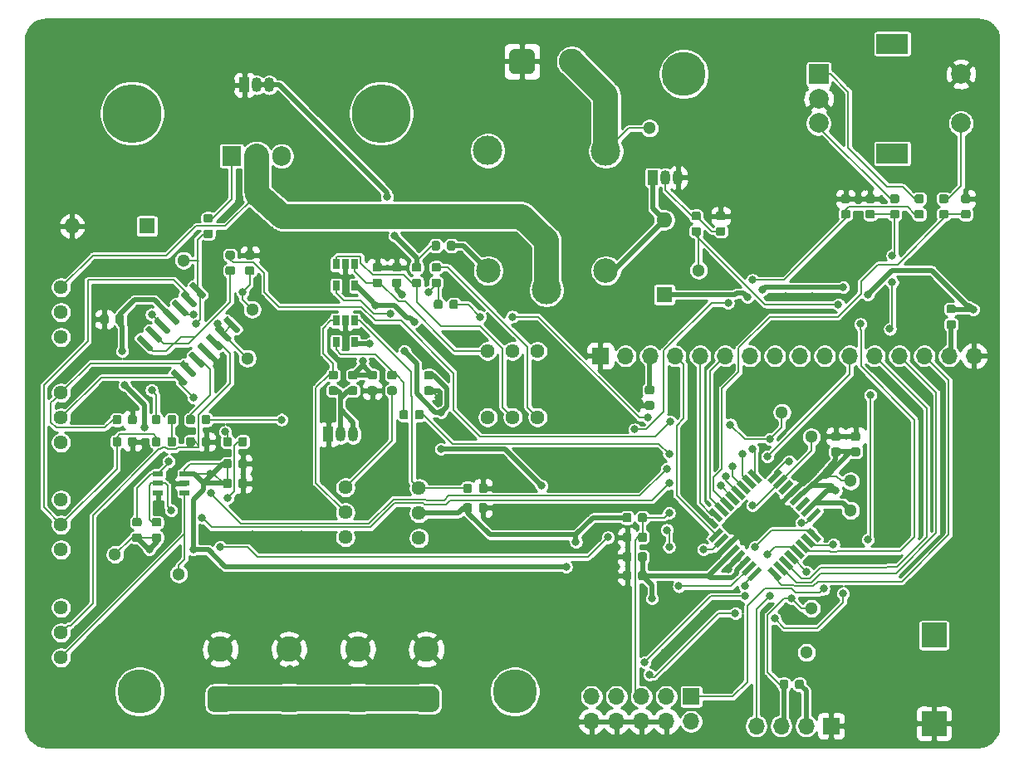
<source format=gtl>
G04 #@! TF.GenerationSoftware,KiCad,Pcbnew,(5.1.5)-3*
G04 #@! TF.CreationDate,2020-04-01T20:44:12+02:00*
G04 #@! TF.ProjectId,electro-load,656c6563-7472-46f2-9d6c-6f61642e6b69,rev?*
G04 #@! TF.SameCoordinates,Original*
G04 #@! TF.FileFunction,Copper,L1,Top*
G04 #@! TF.FilePolarity,Positive*
%FSLAX46Y46*%
G04 Gerber Fmt 4.6, Leading zero omitted, Abs format (unit mm)*
G04 Created by KiCad (PCBNEW (5.1.5)-3) date 2020-04-01 20:44:12*
%MOMM*%
%LPD*%
G04 APERTURE LIST*
%ADD10C,6.000000*%
%ADD11C,4.500000*%
%ADD12R,2.000000X2.000000*%
%ADD13C,2.000000*%
%ADD14R,3.200000X2.000000*%
%ADD15R,2.500880X2.500880*%
%ADD16C,0.100000*%
%ADD17O,1.700000X1.700000*%
%ADD18R,1.700000X1.700000*%
%ADD19R,0.650000X1.060000*%
%ADD20R,1.000000X0.550000*%
%ADD21C,1.300000*%
%ADD22C,1.440000*%
%ADD23C,2.600000*%
%ADD24R,1.050000X1.500000*%
%ADD25O,1.050000X1.500000*%
%ADD26O,1.905000X2.000000*%
%ADD27R,1.905000X2.000000*%
%ADD28C,3.000000*%
%ADD29C,2.500000*%
%ADD30O,1.600000X1.600000*%
%ADD31R,1.600000X1.600000*%
%ADD32C,0.800000*%
%ADD33C,0.200000*%
%ADD34C,0.500000*%
%ADD35C,2.500000*%
%ADD36C,0.254000*%
G04 APERTURE END LIST*
D10*
X52750000Y-39500000D03*
X78150000Y-39500000D03*
D11*
X91750000Y-98500000D03*
D12*
X122750000Y-35500000D03*
D13*
X122750000Y-38000000D03*
X122750000Y-40500000D03*
D14*
X130250000Y-32400000D03*
X130250000Y-43600000D03*
D13*
X137250000Y-35500000D03*
X137250000Y-40500000D03*
D11*
X109000000Y-35500000D03*
D15*
X134500000Y-101750000D03*
X134500000Y-92750000D03*
D11*
X53500000Y-98500000D03*
G04 #@! TA.AperFunction,SMDPad,CuDef*
D16*
G36*
X62481572Y-60217305D02*
G01*
X62496133Y-60219465D01*
X62510412Y-60223042D01*
X62524272Y-60228001D01*
X62537579Y-60234295D01*
X62550205Y-60241863D01*
X62562028Y-60250631D01*
X62572935Y-60260517D01*
X63739661Y-61427243D01*
X63749547Y-61438150D01*
X63758315Y-61449973D01*
X63765883Y-61462599D01*
X63772177Y-61475906D01*
X63777136Y-61489766D01*
X63780713Y-61504045D01*
X63782873Y-61518606D01*
X63783595Y-61533309D01*
X63782873Y-61548012D01*
X63780713Y-61562573D01*
X63777136Y-61576852D01*
X63772177Y-61590712D01*
X63765883Y-61604019D01*
X63758315Y-61616645D01*
X63749547Y-61628468D01*
X63739661Y-61639375D01*
X63527529Y-61851507D01*
X63516622Y-61861393D01*
X63504799Y-61870161D01*
X63492173Y-61877729D01*
X63478866Y-61884023D01*
X63465006Y-61888982D01*
X63450727Y-61892559D01*
X63436166Y-61894719D01*
X63421463Y-61895441D01*
X63406760Y-61894719D01*
X63392199Y-61892559D01*
X63377920Y-61888982D01*
X63364060Y-61884023D01*
X63350753Y-61877729D01*
X63338127Y-61870161D01*
X63326304Y-61861393D01*
X63315397Y-61851507D01*
X62148671Y-60684781D01*
X62138785Y-60673874D01*
X62130017Y-60662051D01*
X62122449Y-60649425D01*
X62116155Y-60636118D01*
X62111196Y-60622258D01*
X62107619Y-60607979D01*
X62105459Y-60593418D01*
X62104737Y-60578715D01*
X62105459Y-60564012D01*
X62107619Y-60549451D01*
X62111196Y-60535172D01*
X62116155Y-60521312D01*
X62122449Y-60508005D01*
X62130017Y-60495379D01*
X62138785Y-60483556D01*
X62148671Y-60472649D01*
X62360803Y-60260517D01*
X62371710Y-60250631D01*
X62383533Y-60241863D01*
X62396159Y-60234295D01*
X62409466Y-60228001D01*
X62423326Y-60223042D01*
X62437605Y-60219465D01*
X62452166Y-60217305D01*
X62466869Y-60216583D01*
X62481572Y-60217305D01*
G37*
G04 #@! TD.AperFunction*
G04 #@! TA.AperFunction,SMDPad,CuDef*
G36*
X61583547Y-61115331D02*
G01*
X61598108Y-61117491D01*
X61612387Y-61121068D01*
X61626247Y-61126027D01*
X61639554Y-61132321D01*
X61652180Y-61139889D01*
X61664003Y-61148657D01*
X61674910Y-61158543D01*
X62841636Y-62325269D01*
X62851522Y-62336176D01*
X62860290Y-62347999D01*
X62867858Y-62360625D01*
X62874152Y-62373932D01*
X62879111Y-62387792D01*
X62882688Y-62402071D01*
X62884848Y-62416632D01*
X62885570Y-62431335D01*
X62884848Y-62446038D01*
X62882688Y-62460599D01*
X62879111Y-62474878D01*
X62874152Y-62488738D01*
X62867858Y-62502045D01*
X62860290Y-62514671D01*
X62851522Y-62526494D01*
X62841636Y-62537401D01*
X62629504Y-62749533D01*
X62618597Y-62759419D01*
X62606774Y-62768187D01*
X62594148Y-62775755D01*
X62580841Y-62782049D01*
X62566981Y-62787008D01*
X62552702Y-62790585D01*
X62538141Y-62792745D01*
X62523438Y-62793467D01*
X62508735Y-62792745D01*
X62494174Y-62790585D01*
X62479895Y-62787008D01*
X62466035Y-62782049D01*
X62452728Y-62775755D01*
X62440102Y-62768187D01*
X62428279Y-62759419D01*
X62417372Y-62749533D01*
X61250646Y-61582807D01*
X61240760Y-61571900D01*
X61231992Y-61560077D01*
X61224424Y-61547451D01*
X61218130Y-61534144D01*
X61213171Y-61520284D01*
X61209594Y-61506005D01*
X61207434Y-61491444D01*
X61206712Y-61476741D01*
X61207434Y-61462038D01*
X61209594Y-61447477D01*
X61213171Y-61433198D01*
X61218130Y-61419338D01*
X61224424Y-61406031D01*
X61231992Y-61393405D01*
X61240760Y-61381582D01*
X61250646Y-61370675D01*
X61462778Y-61158543D01*
X61473685Y-61148657D01*
X61485508Y-61139889D01*
X61498134Y-61132321D01*
X61511441Y-61126027D01*
X61525301Y-61121068D01*
X61539580Y-61117491D01*
X61554141Y-61115331D01*
X61568844Y-61114609D01*
X61583547Y-61115331D01*
G37*
G04 #@! TD.AperFunction*
G04 #@! TA.AperFunction,SMDPad,CuDef*
G36*
X60685521Y-62013357D02*
G01*
X60700082Y-62015517D01*
X60714361Y-62019094D01*
X60728221Y-62024053D01*
X60741528Y-62030347D01*
X60754154Y-62037915D01*
X60765977Y-62046683D01*
X60776884Y-62056569D01*
X61943610Y-63223295D01*
X61953496Y-63234202D01*
X61962264Y-63246025D01*
X61969832Y-63258651D01*
X61976126Y-63271958D01*
X61981085Y-63285818D01*
X61984662Y-63300097D01*
X61986822Y-63314658D01*
X61987544Y-63329361D01*
X61986822Y-63344064D01*
X61984662Y-63358625D01*
X61981085Y-63372904D01*
X61976126Y-63386764D01*
X61969832Y-63400071D01*
X61962264Y-63412697D01*
X61953496Y-63424520D01*
X61943610Y-63435427D01*
X61731478Y-63647559D01*
X61720571Y-63657445D01*
X61708748Y-63666213D01*
X61696122Y-63673781D01*
X61682815Y-63680075D01*
X61668955Y-63685034D01*
X61654676Y-63688611D01*
X61640115Y-63690771D01*
X61625412Y-63691493D01*
X61610709Y-63690771D01*
X61596148Y-63688611D01*
X61581869Y-63685034D01*
X61568009Y-63680075D01*
X61554702Y-63673781D01*
X61542076Y-63666213D01*
X61530253Y-63657445D01*
X61519346Y-63647559D01*
X60352620Y-62480833D01*
X60342734Y-62469926D01*
X60333966Y-62458103D01*
X60326398Y-62445477D01*
X60320104Y-62432170D01*
X60315145Y-62418310D01*
X60311568Y-62404031D01*
X60309408Y-62389470D01*
X60308686Y-62374767D01*
X60309408Y-62360064D01*
X60311568Y-62345503D01*
X60315145Y-62331224D01*
X60320104Y-62317364D01*
X60326398Y-62304057D01*
X60333966Y-62291431D01*
X60342734Y-62279608D01*
X60352620Y-62268701D01*
X60564752Y-62056569D01*
X60575659Y-62046683D01*
X60587482Y-62037915D01*
X60600108Y-62030347D01*
X60613415Y-62024053D01*
X60627275Y-62019094D01*
X60641554Y-62015517D01*
X60656115Y-62013357D01*
X60670818Y-62012635D01*
X60685521Y-62013357D01*
G37*
G04 #@! TD.AperFunction*
G04 #@! TA.AperFunction,SMDPad,CuDef*
G36*
X59787495Y-62911382D02*
G01*
X59802056Y-62913542D01*
X59816335Y-62917119D01*
X59830195Y-62922078D01*
X59843502Y-62928372D01*
X59856128Y-62935940D01*
X59867951Y-62944708D01*
X59878858Y-62954594D01*
X61045584Y-64121320D01*
X61055470Y-64132227D01*
X61064238Y-64144050D01*
X61071806Y-64156676D01*
X61078100Y-64169983D01*
X61083059Y-64183843D01*
X61086636Y-64198122D01*
X61088796Y-64212683D01*
X61089518Y-64227386D01*
X61088796Y-64242089D01*
X61086636Y-64256650D01*
X61083059Y-64270929D01*
X61078100Y-64284789D01*
X61071806Y-64298096D01*
X61064238Y-64310722D01*
X61055470Y-64322545D01*
X61045584Y-64333452D01*
X60833452Y-64545584D01*
X60822545Y-64555470D01*
X60810722Y-64564238D01*
X60798096Y-64571806D01*
X60784789Y-64578100D01*
X60770929Y-64583059D01*
X60756650Y-64586636D01*
X60742089Y-64588796D01*
X60727386Y-64589518D01*
X60712683Y-64588796D01*
X60698122Y-64586636D01*
X60683843Y-64583059D01*
X60669983Y-64578100D01*
X60656676Y-64571806D01*
X60644050Y-64564238D01*
X60632227Y-64555470D01*
X60621320Y-64545584D01*
X59454594Y-63378858D01*
X59444708Y-63367951D01*
X59435940Y-63356128D01*
X59428372Y-63343502D01*
X59422078Y-63330195D01*
X59417119Y-63316335D01*
X59413542Y-63302056D01*
X59411382Y-63287495D01*
X59410660Y-63272792D01*
X59411382Y-63258089D01*
X59413542Y-63243528D01*
X59417119Y-63229249D01*
X59422078Y-63215389D01*
X59428372Y-63202082D01*
X59435940Y-63189456D01*
X59444708Y-63177633D01*
X59454594Y-63166726D01*
X59666726Y-62954594D01*
X59677633Y-62944708D01*
X59689456Y-62935940D01*
X59702082Y-62928372D01*
X59715389Y-62922078D01*
X59729249Y-62917119D01*
X59743528Y-62913542D01*
X59758089Y-62911382D01*
X59772792Y-62910660D01*
X59787495Y-62911382D01*
G37*
G04 #@! TD.AperFunction*
G04 #@! TA.AperFunction,SMDPad,CuDef*
G36*
X58889470Y-63809408D02*
G01*
X58904031Y-63811568D01*
X58918310Y-63815145D01*
X58932170Y-63820104D01*
X58945477Y-63826398D01*
X58958103Y-63833966D01*
X58969926Y-63842734D01*
X58980833Y-63852620D01*
X60147559Y-65019346D01*
X60157445Y-65030253D01*
X60166213Y-65042076D01*
X60173781Y-65054702D01*
X60180075Y-65068009D01*
X60185034Y-65081869D01*
X60188611Y-65096148D01*
X60190771Y-65110709D01*
X60191493Y-65125412D01*
X60190771Y-65140115D01*
X60188611Y-65154676D01*
X60185034Y-65168955D01*
X60180075Y-65182815D01*
X60173781Y-65196122D01*
X60166213Y-65208748D01*
X60157445Y-65220571D01*
X60147559Y-65231478D01*
X59935427Y-65443610D01*
X59924520Y-65453496D01*
X59912697Y-65462264D01*
X59900071Y-65469832D01*
X59886764Y-65476126D01*
X59872904Y-65481085D01*
X59858625Y-65484662D01*
X59844064Y-65486822D01*
X59829361Y-65487544D01*
X59814658Y-65486822D01*
X59800097Y-65484662D01*
X59785818Y-65481085D01*
X59771958Y-65476126D01*
X59758651Y-65469832D01*
X59746025Y-65462264D01*
X59734202Y-65453496D01*
X59723295Y-65443610D01*
X58556569Y-64276884D01*
X58546683Y-64265977D01*
X58537915Y-64254154D01*
X58530347Y-64241528D01*
X58524053Y-64228221D01*
X58519094Y-64214361D01*
X58515517Y-64200082D01*
X58513357Y-64185521D01*
X58512635Y-64170818D01*
X58513357Y-64156115D01*
X58515517Y-64141554D01*
X58519094Y-64127275D01*
X58524053Y-64113415D01*
X58530347Y-64100108D01*
X58537915Y-64087482D01*
X58546683Y-64075659D01*
X58556569Y-64064752D01*
X58768701Y-63852620D01*
X58779608Y-63842734D01*
X58791431Y-63833966D01*
X58804057Y-63826398D01*
X58817364Y-63820104D01*
X58831224Y-63815145D01*
X58845503Y-63811568D01*
X58860064Y-63809408D01*
X58874767Y-63808686D01*
X58889470Y-63809408D01*
G37*
G04 #@! TD.AperFunction*
G04 #@! TA.AperFunction,SMDPad,CuDef*
G36*
X57991444Y-64707434D02*
G01*
X58006005Y-64709594D01*
X58020284Y-64713171D01*
X58034144Y-64718130D01*
X58047451Y-64724424D01*
X58060077Y-64731992D01*
X58071900Y-64740760D01*
X58082807Y-64750646D01*
X59249533Y-65917372D01*
X59259419Y-65928279D01*
X59268187Y-65940102D01*
X59275755Y-65952728D01*
X59282049Y-65966035D01*
X59287008Y-65979895D01*
X59290585Y-65994174D01*
X59292745Y-66008735D01*
X59293467Y-66023438D01*
X59292745Y-66038141D01*
X59290585Y-66052702D01*
X59287008Y-66066981D01*
X59282049Y-66080841D01*
X59275755Y-66094148D01*
X59268187Y-66106774D01*
X59259419Y-66118597D01*
X59249533Y-66129504D01*
X59037401Y-66341636D01*
X59026494Y-66351522D01*
X59014671Y-66360290D01*
X59002045Y-66367858D01*
X58988738Y-66374152D01*
X58974878Y-66379111D01*
X58960599Y-66382688D01*
X58946038Y-66384848D01*
X58931335Y-66385570D01*
X58916632Y-66384848D01*
X58902071Y-66382688D01*
X58887792Y-66379111D01*
X58873932Y-66374152D01*
X58860625Y-66367858D01*
X58847999Y-66360290D01*
X58836176Y-66351522D01*
X58825269Y-66341636D01*
X57658543Y-65174910D01*
X57648657Y-65164003D01*
X57639889Y-65152180D01*
X57632321Y-65139554D01*
X57626027Y-65126247D01*
X57621068Y-65112387D01*
X57617491Y-65098108D01*
X57615331Y-65083547D01*
X57614609Y-65068844D01*
X57615331Y-65054141D01*
X57617491Y-65039580D01*
X57621068Y-65025301D01*
X57626027Y-65011441D01*
X57632321Y-64998134D01*
X57639889Y-64985508D01*
X57648657Y-64973685D01*
X57658543Y-64962778D01*
X57870675Y-64750646D01*
X57881582Y-64740760D01*
X57893405Y-64731992D01*
X57906031Y-64724424D01*
X57919338Y-64718130D01*
X57933198Y-64713171D01*
X57947477Y-64709594D01*
X57962038Y-64707434D01*
X57976741Y-64706712D01*
X57991444Y-64707434D01*
G37*
G04 #@! TD.AperFunction*
G04 #@! TA.AperFunction,SMDPad,CuDef*
G36*
X57093418Y-65605459D02*
G01*
X57107979Y-65607619D01*
X57122258Y-65611196D01*
X57136118Y-65616155D01*
X57149425Y-65622449D01*
X57162051Y-65630017D01*
X57173874Y-65638785D01*
X57184781Y-65648671D01*
X58351507Y-66815397D01*
X58361393Y-66826304D01*
X58370161Y-66838127D01*
X58377729Y-66850753D01*
X58384023Y-66864060D01*
X58388982Y-66877920D01*
X58392559Y-66892199D01*
X58394719Y-66906760D01*
X58395441Y-66921463D01*
X58394719Y-66936166D01*
X58392559Y-66950727D01*
X58388982Y-66965006D01*
X58384023Y-66978866D01*
X58377729Y-66992173D01*
X58370161Y-67004799D01*
X58361393Y-67016622D01*
X58351507Y-67027529D01*
X58139375Y-67239661D01*
X58128468Y-67249547D01*
X58116645Y-67258315D01*
X58104019Y-67265883D01*
X58090712Y-67272177D01*
X58076852Y-67277136D01*
X58062573Y-67280713D01*
X58048012Y-67282873D01*
X58033309Y-67283595D01*
X58018606Y-67282873D01*
X58004045Y-67280713D01*
X57989766Y-67277136D01*
X57975906Y-67272177D01*
X57962599Y-67265883D01*
X57949973Y-67258315D01*
X57938150Y-67249547D01*
X57927243Y-67239661D01*
X56760517Y-66072935D01*
X56750631Y-66062028D01*
X56741863Y-66050205D01*
X56734295Y-66037579D01*
X56728001Y-66024272D01*
X56723042Y-66010412D01*
X56719465Y-65996133D01*
X56717305Y-65981572D01*
X56716583Y-65966869D01*
X56717305Y-65952166D01*
X56719465Y-65937605D01*
X56723042Y-65923326D01*
X56728001Y-65909466D01*
X56734295Y-65896159D01*
X56741863Y-65883533D01*
X56750631Y-65871710D01*
X56760517Y-65860803D01*
X56972649Y-65648671D01*
X56983556Y-65638785D01*
X56995379Y-65630017D01*
X57008005Y-65622449D01*
X57021312Y-65616155D01*
X57035172Y-65611196D01*
X57049451Y-65607619D01*
X57064012Y-65605459D01*
X57078715Y-65604737D01*
X57093418Y-65605459D01*
G37*
G04 #@! TD.AperFunction*
G04 #@! TA.AperFunction,SMDPad,CuDef*
G36*
X53593240Y-62105281D02*
G01*
X53607801Y-62107441D01*
X53622080Y-62111018D01*
X53635940Y-62115977D01*
X53649247Y-62122271D01*
X53661873Y-62129839D01*
X53673696Y-62138607D01*
X53684603Y-62148493D01*
X54851329Y-63315219D01*
X54861215Y-63326126D01*
X54869983Y-63337949D01*
X54877551Y-63350575D01*
X54883845Y-63363882D01*
X54888804Y-63377742D01*
X54892381Y-63392021D01*
X54894541Y-63406582D01*
X54895263Y-63421285D01*
X54894541Y-63435988D01*
X54892381Y-63450549D01*
X54888804Y-63464828D01*
X54883845Y-63478688D01*
X54877551Y-63491995D01*
X54869983Y-63504621D01*
X54861215Y-63516444D01*
X54851329Y-63527351D01*
X54639197Y-63739483D01*
X54628290Y-63749369D01*
X54616467Y-63758137D01*
X54603841Y-63765705D01*
X54590534Y-63771999D01*
X54576674Y-63776958D01*
X54562395Y-63780535D01*
X54547834Y-63782695D01*
X54533131Y-63783417D01*
X54518428Y-63782695D01*
X54503867Y-63780535D01*
X54489588Y-63776958D01*
X54475728Y-63771999D01*
X54462421Y-63765705D01*
X54449795Y-63758137D01*
X54437972Y-63749369D01*
X54427065Y-63739483D01*
X53260339Y-62572757D01*
X53250453Y-62561850D01*
X53241685Y-62550027D01*
X53234117Y-62537401D01*
X53227823Y-62524094D01*
X53222864Y-62510234D01*
X53219287Y-62495955D01*
X53217127Y-62481394D01*
X53216405Y-62466691D01*
X53217127Y-62451988D01*
X53219287Y-62437427D01*
X53222864Y-62423148D01*
X53227823Y-62409288D01*
X53234117Y-62395981D01*
X53241685Y-62383355D01*
X53250453Y-62371532D01*
X53260339Y-62360625D01*
X53472471Y-62148493D01*
X53483378Y-62138607D01*
X53495201Y-62129839D01*
X53507827Y-62122271D01*
X53521134Y-62115977D01*
X53534994Y-62111018D01*
X53549273Y-62107441D01*
X53563834Y-62105281D01*
X53578537Y-62104559D01*
X53593240Y-62105281D01*
G37*
G04 #@! TD.AperFunction*
G04 #@! TA.AperFunction,SMDPad,CuDef*
G36*
X54491265Y-61207255D02*
G01*
X54505826Y-61209415D01*
X54520105Y-61212992D01*
X54533965Y-61217951D01*
X54547272Y-61224245D01*
X54559898Y-61231813D01*
X54571721Y-61240581D01*
X54582628Y-61250467D01*
X55749354Y-62417193D01*
X55759240Y-62428100D01*
X55768008Y-62439923D01*
X55775576Y-62452549D01*
X55781870Y-62465856D01*
X55786829Y-62479716D01*
X55790406Y-62493995D01*
X55792566Y-62508556D01*
X55793288Y-62523259D01*
X55792566Y-62537962D01*
X55790406Y-62552523D01*
X55786829Y-62566802D01*
X55781870Y-62580662D01*
X55775576Y-62593969D01*
X55768008Y-62606595D01*
X55759240Y-62618418D01*
X55749354Y-62629325D01*
X55537222Y-62841457D01*
X55526315Y-62851343D01*
X55514492Y-62860111D01*
X55501866Y-62867679D01*
X55488559Y-62873973D01*
X55474699Y-62878932D01*
X55460420Y-62882509D01*
X55445859Y-62884669D01*
X55431156Y-62885391D01*
X55416453Y-62884669D01*
X55401892Y-62882509D01*
X55387613Y-62878932D01*
X55373753Y-62873973D01*
X55360446Y-62867679D01*
X55347820Y-62860111D01*
X55335997Y-62851343D01*
X55325090Y-62841457D01*
X54158364Y-61674731D01*
X54148478Y-61663824D01*
X54139710Y-61652001D01*
X54132142Y-61639375D01*
X54125848Y-61626068D01*
X54120889Y-61612208D01*
X54117312Y-61597929D01*
X54115152Y-61583368D01*
X54114430Y-61568665D01*
X54115152Y-61553962D01*
X54117312Y-61539401D01*
X54120889Y-61525122D01*
X54125848Y-61511262D01*
X54132142Y-61497955D01*
X54139710Y-61485329D01*
X54148478Y-61473506D01*
X54158364Y-61462599D01*
X54370496Y-61250467D01*
X54381403Y-61240581D01*
X54393226Y-61231813D01*
X54405852Y-61224245D01*
X54419159Y-61217951D01*
X54433019Y-61212992D01*
X54447298Y-61209415D01*
X54461859Y-61207255D01*
X54476562Y-61206533D01*
X54491265Y-61207255D01*
G37*
G04 #@! TD.AperFunction*
G04 #@! TA.AperFunction,SMDPad,CuDef*
G36*
X55389291Y-60309229D02*
G01*
X55403852Y-60311389D01*
X55418131Y-60314966D01*
X55431991Y-60319925D01*
X55445298Y-60326219D01*
X55457924Y-60333787D01*
X55469747Y-60342555D01*
X55480654Y-60352441D01*
X56647380Y-61519167D01*
X56657266Y-61530074D01*
X56666034Y-61541897D01*
X56673602Y-61554523D01*
X56679896Y-61567830D01*
X56684855Y-61581690D01*
X56688432Y-61595969D01*
X56690592Y-61610530D01*
X56691314Y-61625233D01*
X56690592Y-61639936D01*
X56688432Y-61654497D01*
X56684855Y-61668776D01*
X56679896Y-61682636D01*
X56673602Y-61695943D01*
X56666034Y-61708569D01*
X56657266Y-61720392D01*
X56647380Y-61731299D01*
X56435248Y-61943431D01*
X56424341Y-61953317D01*
X56412518Y-61962085D01*
X56399892Y-61969653D01*
X56386585Y-61975947D01*
X56372725Y-61980906D01*
X56358446Y-61984483D01*
X56343885Y-61986643D01*
X56329182Y-61987365D01*
X56314479Y-61986643D01*
X56299918Y-61984483D01*
X56285639Y-61980906D01*
X56271779Y-61975947D01*
X56258472Y-61969653D01*
X56245846Y-61962085D01*
X56234023Y-61953317D01*
X56223116Y-61943431D01*
X55056390Y-60776705D01*
X55046504Y-60765798D01*
X55037736Y-60753975D01*
X55030168Y-60741349D01*
X55023874Y-60728042D01*
X55018915Y-60714182D01*
X55015338Y-60699903D01*
X55013178Y-60685342D01*
X55012456Y-60670639D01*
X55013178Y-60655936D01*
X55015338Y-60641375D01*
X55018915Y-60627096D01*
X55023874Y-60613236D01*
X55030168Y-60599929D01*
X55037736Y-60587303D01*
X55046504Y-60575480D01*
X55056390Y-60564573D01*
X55268522Y-60352441D01*
X55279429Y-60342555D01*
X55291252Y-60333787D01*
X55303878Y-60326219D01*
X55317185Y-60319925D01*
X55331045Y-60314966D01*
X55345324Y-60311389D01*
X55359885Y-60309229D01*
X55374588Y-60308507D01*
X55389291Y-60309229D01*
G37*
G04 #@! TD.AperFunction*
G04 #@! TA.AperFunction,SMDPad,CuDef*
G36*
X56287317Y-59411204D02*
G01*
X56301878Y-59413364D01*
X56316157Y-59416941D01*
X56330017Y-59421900D01*
X56343324Y-59428194D01*
X56355950Y-59435762D01*
X56367773Y-59444530D01*
X56378680Y-59454416D01*
X57545406Y-60621142D01*
X57555292Y-60632049D01*
X57564060Y-60643872D01*
X57571628Y-60656498D01*
X57577922Y-60669805D01*
X57582881Y-60683665D01*
X57586458Y-60697944D01*
X57588618Y-60712505D01*
X57589340Y-60727208D01*
X57588618Y-60741911D01*
X57586458Y-60756472D01*
X57582881Y-60770751D01*
X57577922Y-60784611D01*
X57571628Y-60797918D01*
X57564060Y-60810544D01*
X57555292Y-60822367D01*
X57545406Y-60833274D01*
X57333274Y-61045406D01*
X57322367Y-61055292D01*
X57310544Y-61064060D01*
X57297918Y-61071628D01*
X57284611Y-61077922D01*
X57270751Y-61082881D01*
X57256472Y-61086458D01*
X57241911Y-61088618D01*
X57227208Y-61089340D01*
X57212505Y-61088618D01*
X57197944Y-61086458D01*
X57183665Y-61082881D01*
X57169805Y-61077922D01*
X57156498Y-61071628D01*
X57143872Y-61064060D01*
X57132049Y-61055292D01*
X57121142Y-61045406D01*
X55954416Y-59878680D01*
X55944530Y-59867773D01*
X55935762Y-59855950D01*
X55928194Y-59843324D01*
X55921900Y-59830017D01*
X55916941Y-59816157D01*
X55913364Y-59801878D01*
X55911204Y-59787317D01*
X55910482Y-59772614D01*
X55911204Y-59757911D01*
X55913364Y-59743350D01*
X55916941Y-59729071D01*
X55921900Y-59715211D01*
X55928194Y-59701904D01*
X55935762Y-59689278D01*
X55944530Y-59677455D01*
X55954416Y-59666548D01*
X56166548Y-59454416D01*
X56177455Y-59444530D01*
X56189278Y-59435762D01*
X56201904Y-59428194D01*
X56215211Y-59421900D01*
X56229071Y-59416941D01*
X56243350Y-59413364D01*
X56257911Y-59411204D01*
X56272614Y-59410482D01*
X56287317Y-59411204D01*
G37*
G04 #@! TD.AperFunction*
G04 #@! TA.AperFunction,SMDPad,CuDef*
G36*
X57185342Y-58513178D02*
G01*
X57199903Y-58515338D01*
X57214182Y-58518915D01*
X57228042Y-58523874D01*
X57241349Y-58530168D01*
X57253975Y-58537736D01*
X57265798Y-58546504D01*
X57276705Y-58556390D01*
X58443431Y-59723116D01*
X58453317Y-59734023D01*
X58462085Y-59745846D01*
X58469653Y-59758472D01*
X58475947Y-59771779D01*
X58480906Y-59785639D01*
X58484483Y-59799918D01*
X58486643Y-59814479D01*
X58487365Y-59829182D01*
X58486643Y-59843885D01*
X58484483Y-59858446D01*
X58480906Y-59872725D01*
X58475947Y-59886585D01*
X58469653Y-59899892D01*
X58462085Y-59912518D01*
X58453317Y-59924341D01*
X58443431Y-59935248D01*
X58231299Y-60147380D01*
X58220392Y-60157266D01*
X58208569Y-60166034D01*
X58195943Y-60173602D01*
X58182636Y-60179896D01*
X58168776Y-60184855D01*
X58154497Y-60188432D01*
X58139936Y-60190592D01*
X58125233Y-60191314D01*
X58110530Y-60190592D01*
X58095969Y-60188432D01*
X58081690Y-60184855D01*
X58067830Y-60179896D01*
X58054523Y-60173602D01*
X58041897Y-60166034D01*
X58030074Y-60157266D01*
X58019167Y-60147380D01*
X56852441Y-58980654D01*
X56842555Y-58969747D01*
X56833787Y-58957924D01*
X56826219Y-58945298D01*
X56819925Y-58931991D01*
X56814966Y-58918131D01*
X56811389Y-58903852D01*
X56809229Y-58889291D01*
X56808507Y-58874588D01*
X56809229Y-58859885D01*
X56811389Y-58845324D01*
X56814966Y-58831045D01*
X56819925Y-58817185D01*
X56826219Y-58803878D01*
X56833787Y-58791252D01*
X56842555Y-58779429D01*
X56852441Y-58768522D01*
X57064573Y-58556390D01*
X57075480Y-58546504D01*
X57087303Y-58537736D01*
X57099929Y-58530168D01*
X57113236Y-58523874D01*
X57127096Y-58518915D01*
X57141375Y-58515338D01*
X57155936Y-58513178D01*
X57170639Y-58512456D01*
X57185342Y-58513178D01*
G37*
G04 #@! TD.AperFunction*
G04 #@! TA.AperFunction,SMDPad,CuDef*
G36*
X58083368Y-57615152D02*
G01*
X58097929Y-57617312D01*
X58112208Y-57620889D01*
X58126068Y-57625848D01*
X58139375Y-57632142D01*
X58152001Y-57639710D01*
X58163824Y-57648478D01*
X58174731Y-57658364D01*
X59341457Y-58825090D01*
X59351343Y-58835997D01*
X59360111Y-58847820D01*
X59367679Y-58860446D01*
X59373973Y-58873753D01*
X59378932Y-58887613D01*
X59382509Y-58901892D01*
X59384669Y-58916453D01*
X59385391Y-58931156D01*
X59384669Y-58945859D01*
X59382509Y-58960420D01*
X59378932Y-58974699D01*
X59373973Y-58988559D01*
X59367679Y-59001866D01*
X59360111Y-59014492D01*
X59351343Y-59026315D01*
X59341457Y-59037222D01*
X59129325Y-59249354D01*
X59118418Y-59259240D01*
X59106595Y-59268008D01*
X59093969Y-59275576D01*
X59080662Y-59281870D01*
X59066802Y-59286829D01*
X59052523Y-59290406D01*
X59037962Y-59292566D01*
X59023259Y-59293288D01*
X59008556Y-59292566D01*
X58993995Y-59290406D01*
X58979716Y-59286829D01*
X58965856Y-59281870D01*
X58952549Y-59275576D01*
X58939923Y-59268008D01*
X58928100Y-59259240D01*
X58917193Y-59249354D01*
X57750467Y-58082628D01*
X57740581Y-58071721D01*
X57731813Y-58059898D01*
X57724245Y-58047272D01*
X57717951Y-58033965D01*
X57712992Y-58020105D01*
X57709415Y-58005826D01*
X57707255Y-57991265D01*
X57706533Y-57976562D01*
X57707255Y-57961859D01*
X57709415Y-57947298D01*
X57712992Y-57933019D01*
X57717951Y-57919159D01*
X57724245Y-57905852D01*
X57731813Y-57893226D01*
X57740581Y-57881403D01*
X57750467Y-57870496D01*
X57962599Y-57658364D01*
X57973506Y-57648478D01*
X57985329Y-57639710D01*
X57997955Y-57632142D01*
X58011262Y-57625848D01*
X58025122Y-57620889D01*
X58039401Y-57617312D01*
X58053962Y-57615152D01*
X58068665Y-57614430D01*
X58083368Y-57615152D01*
G37*
G04 #@! TD.AperFunction*
G04 #@! TA.AperFunction,SMDPad,CuDef*
G36*
X58981394Y-56717127D02*
G01*
X58995955Y-56719287D01*
X59010234Y-56722864D01*
X59024094Y-56727823D01*
X59037401Y-56734117D01*
X59050027Y-56741685D01*
X59061850Y-56750453D01*
X59072757Y-56760339D01*
X60239483Y-57927065D01*
X60249369Y-57937972D01*
X60258137Y-57949795D01*
X60265705Y-57962421D01*
X60271999Y-57975728D01*
X60276958Y-57989588D01*
X60280535Y-58003867D01*
X60282695Y-58018428D01*
X60283417Y-58033131D01*
X60282695Y-58047834D01*
X60280535Y-58062395D01*
X60276958Y-58076674D01*
X60271999Y-58090534D01*
X60265705Y-58103841D01*
X60258137Y-58116467D01*
X60249369Y-58128290D01*
X60239483Y-58139197D01*
X60027351Y-58351329D01*
X60016444Y-58361215D01*
X60004621Y-58369983D01*
X59991995Y-58377551D01*
X59978688Y-58383845D01*
X59964828Y-58388804D01*
X59950549Y-58392381D01*
X59935988Y-58394541D01*
X59921285Y-58395263D01*
X59906582Y-58394541D01*
X59892021Y-58392381D01*
X59877742Y-58388804D01*
X59863882Y-58383845D01*
X59850575Y-58377551D01*
X59837949Y-58369983D01*
X59826126Y-58361215D01*
X59815219Y-58351329D01*
X58648493Y-57184603D01*
X58638607Y-57173696D01*
X58629839Y-57161873D01*
X58622271Y-57149247D01*
X58615977Y-57135940D01*
X58611018Y-57122080D01*
X58607441Y-57107801D01*
X58605281Y-57093240D01*
X58604559Y-57078537D01*
X58605281Y-57063834D01*
X58607441Y-57049273D01*
X58611018Y-57034994D01*
X58615977Y-57021134D01*
X58622271Y-57007827D01*
X58629839Y-56995201D01*
X58638607Y-56983378D01*
X58648493Y-56972471D01*
X58860625Y-56760339D01*
X58871532Y-56750453D01*
X58883355Y-56741685D01*
X58895981Y-56734117D01*
X58909288Y-56727823D01*
X58923148Y-56722864D01*
X58937427Y-56719287D01*
X58951988Y-56717127D01*
X58966691Y-56716405D01*
X58981394Y-56717127D01*
G37*
G04 #@! TD.AperFunction*
D17*
X138600000Y-64250000D03*
X136060000Y-64250000D03*
X133520000Y-64250000D03*
X130980000Y-64250000D03*
X128440000Y-64250000D03*
X125900000Y-64250000D03*
X123360000Y-64250000D03*
X120820000Y-64250000D03*
X118280000Y-64250000D03*
X115740000Y-64250000D03*
X113200000Y-64250000D03*
X110660000Y-64250000D03*
X108120000Y-64250000D03*
X105580000Y-64250000D03*
X103040000Y-64250000D03*
D18*
X100500000Y-64250000D03*
D19*
X75450000Y-62850000D03*
X73550000Y-62850000D03*
X73550000Y-60650000D03*
X74500000Y-60650000D03*
X75450000Y-60650000D03*
X75450000Y-57100000D03*
X73550000Y-57100000D03*
X73550000Y-54900000D03*
X74500000Y-54900000D03*
X75450000Y-54900000D03*
D20*
X55400000Y-78200000D03*
X55400000Y-77250000D03*
X55400000Y-76300000D03*
X58100000Y-78200000D03*
X58100000Y-77250000D03*
X58100000Y-76300000D03*
G04 #@! TA.AperFunction,SMDPad,CuDef*
D16*
G36*
X113025037Y-80845926D02*
G01*
X112636128Y-81234835D01*
X111504757Y-80103464D01*
X111893666Y-79714555D01*
X113025037Y-80845926D01*
G37*
G04 #@! TD.AperFunction*
G04 #@! TA.AperFunction,SMDPad,CuDef*
G36*
X113590723Y-80280241D02*
G01*
X113201814Y-80669150D01*
X112070443Y-79537779D01*
X112459352Y-79148870D01*
X113590723Y-80280241D01*
G37*
G04 #@! TD.AperFunction*
G04 #@! TA.AperFunction,SMDPad,CuDef*
G36*
X114156408Y-79714555D02*
G01*
X113767499Y-80103464D01*
X112636128Y-78972093D01*
X113025037Y-78583184D01*
X114156408Y-79714555D01*
G37*
G04 #@! TD.AperFunction*
G04 #@! TA.AperFunction,SMDPad,CuDef*
G36*
X114722093Y-79148870D02*
G01*
X114333184Y-79537779D01*
X113201813Y-78406408D01*
X113590722Y-78017499D01*
X114722093Y-79148870D01*
G37*
G04 #@! TD.AperFunction*
G04 #@! TA.AperFunction,SMDPad,CuDef*
G36*
X115287779Y-78583184D02*
G01*
X114898870Y-78972093D01*
X113767499Y-77840722D01*
X114156408Y-77451813D01*
X115287779Y-78583184D01*
G37*
G04 #@! TD.AperFunction*
G04 #@! TA.AperFunction,SMDPad,CuDef*
G36*
X115853464Y-78017499D02*
G01*
X115464555Y-78406408D01*
X114333184Y-77275037D01*
X114722093Y-76886128D01*
X115853464Y-78017499D01*
G37*
G04 #@! TD.AperFunction*
G04 #@! TA.AperFunction,SMDPad,CuDef*
G36*
X116419150Y-77451814D02*
G01*
X116030241Y-77840723D01*
X114898870Y-76709352D01*
X115287779Y-76320443D01*
X116419150Y-77451814D01*
G37*
G04 #@! TD.AperFunction*
G04 #@! TA.AperFunction,SMDPad,CuDef*
G36*
X116984835Y-76886128D02*
G01*
X116595926Y-77275037D01*
X115464555Y-76143666D01*
X115853464Y-75754757D01*
X116984835Y-76886128D01*
G37*
G04 #@! TD.AperFunction*
G04 #@! TA.AperFunction,SMDPad,CuDef*
G36*
X117904074Y-77275037D02*
G01*
X117515165Y-76886128D01*
X118646536Y-75754757D01*
X119035445Y-76143666D01*
X117904074Y-77275037D01*
G37*
G04 #@! TD.AperFunction*
G04 #@! TA.AperFunction,SMDPad,CuDef*
G36*
X118469759Y-77840723D02*
G01*
X118080850Y-77451814D01*
X119212221Y-76320443D01*
X119601130Y-76709352D01*
X118469759Y-77840723D01*
G37*
G04 #@! TD.AperFunction*
G04 #@! TA.AperFunction,SMDPad,CuDef*
G36*
X119035445Y-78406408D02*
G01*
X118646536Y-78017499D01*
X119777907Y-76886128D01*
X120166816Y-77275037D01*
X119035445Y-78406408D01*
G37*
G04 #@! TD.AperFunction*
G04 #@! TA.AperFunction,SMDPad,CuDef*
G36*
X119601130Y-78972093D02*
G01*
X119212221Y-78583184D01*
X120343592Y-77451813D01*
X120732501Y-77840722D01*
X119601130Y-78972093D01*
G37*
G04 #@! TD.AperFunction*
G04 #@! TA.AperFunction,SMDPad,CuDef*
G36*
X120166816Y-79537779D02*
G01*
X119777907Y-79148870D01*
X120909278Y-78017499D01*
X121298187Y-78406408D01*
X120166816Y-79537779D01*
G37*
G04 #@! TD.AperFunction*
G04 #@! TA.AperFunction,SMDPad,CuDef*
G36*
X120732501Y-80103464D02*
G01*
X120343592Y-79714555D01*
X121474963Y-78583184D01*
X121863872Y-78972093D01*
X120732501Y-80103464D01*
G37*
G04 #@! TD.AperFunction*
G04 #@! TA.AperFunction,SMDPad,CuDef*
G36*
X121298186Y-80669150D02*
G01*
X120909277Y-80280241D01*
X122040648Y-79148870D01*
X122429557Y-79537779D01*
X121298186Y-80669150D01*
G37*
G04 #@! TD.AperFunction*
G04 #@! TA.AperFunction,SMDPad,CuDef*
G36*
X121863872Y-81234835D02*
G01*
X121474963Y-80845926D01*
X122606334Y-79714555D01*
X122995243Y-80103464D01*
X121863872Y-81234835D01*
G37*
G04 #@! TD.AperFunction*
G04 #@! TA.AperFunction,SMDPad,CuDef*
G36*
X122995243Y-82896536D02*
G01*
X122606334Y-83285445D01*
X121474963Y-82154074D01*
X121863872Y-81765165D01*
X122995243Y-82896536D01*
G37*
G04 #@! TD.AperFunction*
G04 #@! TA.AperFunction,SMDPad,CuDef*
G36*
X122429557Y-83462221D02*
G01*
X122040648Y-83851130D01*
X120909277Y-82719759D01*
X121298186Y-82330850D01*
X122429557Y-83462221D01*
G37*
G04 #@! TD.AperFunction*
G04 #@! TA.AperFunction,SMDPad,CuDef*
G36*
X121863872Y-84027907D02*
G01*
X121474963Y-84416816D01*
X120343592Y-83285445D01*
X120732501Y-82896536D01*
X121863872Y-84027907D01*
G37*
G04 #@! TD.AperFunction*
G04 #@! TA.AperFunction,SMDPad,CuDef*
G36*
X121298187Y-84593592D02*
G01*
X120909278Y-84982501D01*
X119777907Y-83851130D01*
X120166816Y-83462221D01*
X121298187Y-84593592D01*
G37*
G04 #@! TD.AperFunction*
G04 #@! TA.AperFunction,SMDPad,CuDef*
G36*
X120732501Y-85159278D02*
G01*
X120343592Y-85548187D01*
X119212221Y-84416816D01*
X119601130Y-84027907D01*
X120732501Y-85159278D01*
G37*
G04 #@! TD.AperFunction*
G04 #@! TA.AperFunction,SMDPad,CuDef*
G36*
X120166816Y-85724963D02*
G01*
X119777907Y-86113872D01*
X118646536Y-84982501D01*
X119035445Y-84593592D01*
X120166816Y-85724963D01*
G37*
G04 #@! TD.AperFunction*
G04 #@! TA.AperFunction,SMDPad,CuDef*
G36*
X119601130Y-86290648D02*
G01*
X119212221Y-86679557D01*
X118080850Y-85548186D01*
X118469759Y-85159277D01*
X119601130Y-86290648D01*
G37*
G04 #@! TD.AperFunction*
G04 #@! TA.AperFunction,SMDPad,CuDef*
G36*
X119035445Y-86856334D02*
G01*
X118646536Y-87245243D01*
X117515165Y-86113872D01*
X117904074Y-85724963D01*
X119035445Y-86856334D01*
G37*
G04 #@! TD.AperFunction*
G04 #@! TA.AperFunction,SMDPad,CuDef*
G36*
X115853464Y-87245243D02*
G01*
X115464555Y-86856334D01*
X116595926Y-85724963D01*
X116984835Y-86113872D01*
X115853464Y-87245243D01*
G37*
G04 #@! TD.AperFunction*
G04 #@! TA.AperFunction,SMDPad,CuDef*
G36*
X115287779Y-86679557D02*
G01*
X114898870Y-86290648D01*
X116030241Y-85159277D01*
X116419150Y-85548186D01*
X115287779Y-86679557D01*
G37*
G04 #@! TD.AperFunction*
G04 #@! TA.AperFunction,SMDPad,CuDef*
G36*
X114722093Y-86113872D02*
G01*
X114333184Y-85724963D01*
X115464555Y-84593592D01*
X115853464Y-84982501D01*
X114722093Y-86113872D01*
G37*
G04 #@! TD.AperFunction*
G04 #@! TA.AperFunction,SMDPad,CuDef*
G36*
X114156408Y-85548187D02*
G01*
X113767499Y-85159278D01*
X114898870Y-84027907D01*
X115287779Y-84416816D01*
X114156408Y-85548187D01*
G37*
G04 #@! TD.AperFunction*
G04 #@! TA.AperFunction,SMDPad,CuDef*
G36*
X113590722Y-84982501D02*
G01*
X113201813Y-84593592D01*
X114333184Y-83462221D01*
X114722093Y-83851130D01*
X113590722Y-84982501D01*
G37*
G04 #@! TD.AperFunction*
G04 #@! TA.AperFunction,SMDPad,CuDef*
G36*
X113025037Y-84416816D02*
G01*
X112636128Y-84027907D01*
X113767499Y-82896536D01*
X114156408Y-83285445D01*
X113025037Y-84416816D01*
G37*
G04 #@! TD.AperFunction*
G04 #@! TA.AperFunction,SMDPad,CuDef*
G36*
X112459352Y-83851130D02*
G01*
X112070443Y-83462221D01*
X113201814Y-82330850D01*
X113590723Y-82719759D01*
X112459352Y-83851130D01*
G37*
G04 #@! TD.AperFunction*
G04 #@! TA.AperFunction,SMDPad,CuDef*
G36*
X111893666Y-83285445D02*
G01*
X111504757Y-82896536D01*
X112636128Y-81765165D01*
X113025037Y-82154074D01*
X111893666Y-83285445D01*
G37*
G04 #@! TD.AperFunction*
D21*
X122000000Y-72500000D03*
X119000000Y-70000000D03*
X58000000Y-54500000D03*
X65000000Y-59500000D03*
X64500000Y-64500000D03*
X110500000Y-55500000D03*
X105500000Y-41000000D03*
X57500000Y-86500000D03*
X122000000Y-90000000D03*
X121500000Y-94500000D03*
X51000000Y-84500000D03*
X126000000Y-80000000D03*
X126000000Y-77000000D03*
D22*
X45500000Y-73080000D03*
X45500000Y-70540000D03*
X45500000Y-68000000D03*
X45500000Y-62330000D03*
X45500000Y-59790000D03*
X45500000Y-57250000D03*
X45500000Y-78920000D03*
X45500000Y-81460000D03*
X45500000Y-84000000D03*
X45500000Y-89920000D03*
X45500000Y-92460000D03*
X45500000Y-95000000D03*
X74500000Y-77670000D03*
X74500000Y-80210000D03*
X74500000Y-82750000D03*
X82000000Y-82830000D03*
X82000000Y-80290000D03*
X82000000Y-77750000D03*
X94080000Y-70500000D03*
X91540000Y-70500000D03*
X89000000Y-70500000D03*
X94080000Y-63750000D03*
X91540000Y-63750000D03*
X89000000Y-63750000D03*
G04 #@! TA.AperFunction,SMDPad,CuDef*
D16*
G36*
X135777691Y-47776053D02*
G01*
X135798926Y-47779203D01*
X135819750Y-47784419D01*
X135839962Y-47791651D01*
X135859368Y-47800830D01*
X135877781Y-47811866D01*
X135895024Y-47824654D01*
X135910930Y-47839070D01*
X135925346Y-47854976D01*
X135938134Y-47872219D01*
X135949170Y-47890632D01*
X135958349Y-47910038D01*
X135965581Y-47930250D01*
X135970797Y-47951074D01*
X135973947Y-47972309D01*
X135975000Y-47993750D01*
X135975000Y-48431250D01*
X135973947Y-48452691D01*
X135970797Y-48473926D01*
X135965581Y-48494750D01*
X135958349Y-48514962D01*
X135949170Y-48534368D01*
X135938134Y-48552781D01*
X135925346Y-48570024D01*
X135910930Y-48585930D01*
X135895024Y-48600346D01*
X135877781Y-48613134D01*
X135859368Y-48624170D01*
X135839962Y-48633349D01*
X135819750Y-48640581D01*
X135798926Y-48645797D01*
X135777691Y-48648947D01*
X135756250Y-48650000D01*
X135243750Y-48650000D01*
X135222309Y-48648947D01*
X135201074Y-48645797D01*
X135180250Y-48640581D01*
X135160038Y-48633349D01*
X135140632Y-48624170D01*
X135122219Y-48613134D01*
X135104976Y-48600346D01*
X135089070Y-48585930D01*
X135074654Y-48570024D01*
X135061866Y-48552781D01*
X135050830Y-48534368D01*
X135041651Y-48514962D01*
X135034419Y-48494750D01*
X135029203Y-48473926D01*
X135026053Y-48452691D01*
X135025000Y-48431250D01*
X135025000Y-47993750D01*
X135026053Y-47972309D01*
X135029203Y-47951074D01*
X135034419Y-47930250D01*
X135041651Y-47910038D01*
X135050830Y-47890632D01*
X135061866Y-47872219D01*
X135074654Y-47854976D01*
X135089070Y-47839070D01*
X135104976Y-47824654D01*
X135122219Y-47811866D01*
X135140632Y-47800830D01*
X135160038Y-47791651D01*
X135180250Y-47784419D01*
X135201074Y-47779203D01*
X135222309Y-47776053D01*
X135243750Y-47775000D01*
X135756250Y-47775000D01*
X135777691Y-47776053D01*
G37*
G04 #@! TD.AperFunction*
G04 #@! TA.AperFunction,SMDPad,CuDef*
G36*
X135777691Y-49351053D02*
G01*
X135798926Y-49354203D01*
X135819750Y-49359419D01*
X135839962Y-49366651D01*
X135859368Y-49375830D01*
X135877781Y-49386866D01*
X135895024Y-49399654D01*
X135910930Y-49414070D01*
X135925346Y-49429976D01*
X135938134Y-49447219D01*
X135949170Y-49465632D01*
X135958349Y-49485038D01*
X135965581Y-49505250D01*
X135970797Y-49526074D01*
X135973947Y-49547309D01*
X135975000Y-49568750D01*
X135975000Y-50006250D01*
X135973947Y-50027691D01*
X135970797Y-50048926D01*
X135965581Y-50069750D01*
X135958349Y-50089962D01*
X135949170Y-50109368D01*
X135938134Y-50127781D01*
X135925346Y-50145024D01*
X135910930Y-50160930D01*
X135895024Y-50175346D01*
X135877781Y-50188134D01*
X135859368Y-50199170D01*
X135839962Y-50208349D01*
X135819750Y-50215581D01*
X135798926Y-50220797D01*
X135777691Y-50223947D01*
X135756250Y-50225000D01*
X135243750Y-50225000D01*
X135222309Y-50223947D01*
X135201074Y-50220797D01*
X135180250Y-50215581D01*
X135160038Y-50208349D01*
X135140632Y-50199170D01*
X135122219Y-50188134D01*
X135104976Y-50175346D01*
X135089070Y-50160930D01*
X135074654Y-50145024D01*
X135061866Y-50127781D01*
X135050830Y-50109368D01*
X135041651Y-50089962D01*
X135034419Y-50069750D01*
X135029203Y-50048926D01*
X135026053Y-50027691D01*
X135025000Y-50006250D01*
X135025000Y-49568750D01*
X135026053Y-49547309D01*
X135029203Y-49526074D01*
X135034419Y-49505250D01*
X135041651Y-49485038D01*
X135050830Y-49465632D01*
X135061866Y-49447219D01*
X135074654Y-49429976D01*
X135089070Y-49414070D01*
X135104976Y-49399654D01*
X135122219Y-49386866D01*
X135140632Y-49375830D01*
X135160038Y-49366651D01*
X135180250Y-49359419D01*
X135201074Y-49354203D01*
X135222309Y-49351053D01*
X135243750Y-49350000D01*
X135756250Y-49350000D01*
X135777691Y-49351053D01*
G37*
G04 #@! TD.AperFunction*
G04 #@! TA.AperFunction,SMDPad,CuDef*
G36*
X130777691Y-49351053D02*
G01*
X130798926Y-49354203D01*
X130819750Y-49359419D01*
X130839962Y-49366651D01*
X130859368Y-49375830D01*
X130877781Y-49386866D01*
X130895024Y-49399654D01*
X130910930Y-49414070D01*
X130925346Y-49429976D01*
X130938134Y-49447219D01*
X130949170Y-49465632D01*
X130958349Y-49485038D01*
X130965581Y-49505250D01*
X130970797Y-49526074D01*
X130973947Y-49547309D01*
X130975000Y-49568750D01*
X130975000Y-50006250D01*
X130973947Y-50027691D01*
X130970797Y-50048926D01*
X130965581Y-50069750D01*
X130958349Y-50089962D01*
X130949170Y-50109368D01*
X130938134Y-50127781D01*
X130925346Y-50145024D01*
X130910930Y-50160930D01*
X130895024Y-50175346D01*
X130877781Y-50188134D01*
X130859368Y-50199170D01*
X130839962Y-50208349D01*
X130819750Y-50215581D01*
X130798926Y-50220797D01*
X130777691Y-50223947D01*
X130756250Y-50225000D01*
X130243750Y-50225000D01*
X130222309Y-50223947D01*
X130201074Y-50220797D01*
X130180250Y-50215581D01*
X130160038Y-50208349D01*
X130140632Y-50199170D01*
X130122219Y-50188134D01*
X130104976Y-50175346D01*
X130089070Y-50160930D01*
X130074654Y-50145024D01*
X130061866Y-50127781D01*
X130050830Y-50109368D01*
X130041651Y-50089962D01*
X130034419Y-50069750D01*
X130029203Y-50048926D01*
X130026053Y-50027691D01*
X130025000Y-50006250D01*
X130025000Y-49568750D01*
X130026053Y-49547309D01*
X130029203Y-49526074D01*
X130034419Y-49505250D01*
X130041651Y-49485038D01*
X130050830Y-49465632D01*
X130061866Y-49447219D01*
X130074654Y-49429976D01*
X130089070Y-49414070D01*
X130104976Y-49399654D01*
X130122219Y-49386866D01*
X130140632Y-49375830D01*
X130160038Y-49366651D01*
X130180250Y-49359419D01*
X130201074Y-49354203D01*
X130222309Y-49351053D01*
X130243750Y-49350000D01*
X130756250Y-49350000D01*
X130777691Y-49351053D01*
G37*
G04 #@! TD.AperFunction*
G04 #@! TA.AperFunction,SMDPad,CuDef*
G36*
X130777691Y-47776053D02*
G01*
X130798926Y-47779203D01*
X130819750Y-47784419D01*
X130839962Y-47791651D01*
X130859368Y-47800830D01*
X130877781Y-47811866D01*
X130895024Y-47824654D01*
X130910930Y-47839070D01*
X130925346Y-47854976D01*
X130938134Y-47872219D01*
X130949170Y-47890632D01*
X130958349Y-47910038D01*
X130965581Y-47930250D01*
X130970797Y-47951074D01*
X130973947Y-47972309D01*
X130975000Y-47993750D01*
X130975000Y-48431250D01*
X130973947Y-48452691D01*
X130970797Y-48473926D01*
X130965581Y-48494750D01*
X130958349Y-48514962D01*
X130949170Y-48534368D01*
X130938134Y-48552781D01*
X130925346Y-48570024D01*
X130910930Y-48585930D01*
X130895024Y-48600346D01*
X130877781Y-48613134D01*
X130859368Y-48624170D01*
X130839962Y-48633349D01*
X130819750Y-48640581D01*
X130798926Y-48645797D01*
X130777691Y-48648947D01*
X130756250Y-48650000D01*
X130243750Y-48650000D01*
X130222309Y-48648947D01*
X130201074Y-48645797D01*
X130180250Y-48640581D01*
X130160038Y-48633349D01*
X130140632Y-48624170D01*
X130122219Y-48613134D01*
X130104976Y-48600346D01*
X130089070Y-48585930D01*
X130074654Y-48570024D01*
X130061866Y-48552781D01*
X130050830Y-48534368D01*
X130041651Y-48514962D01*
X130034419Y-48494750D01*
X130029203Y-48473926D01*
X130026053Y-48452691D01*
X130025000Y-48431250D01*
X130025000Y-47993750D01*
X130026053Y-47972309D01*
X130029203Y-47951074D01*
X130034419Y-47930250D01*
X130041651Y-47910038D01*
X130050830Y-47890632D01*
X130061866Y-47872219D01*
X130074654Y-47854976D01*
X130089070Y-47839070D01*
X130104976Y-47824654D01*
X130122219Y-47811866D01*
X130140632Y-47800830D01*
X130160038Y-47791651D01*
X130180250Y-47784419D01*
X130201074Y-47779203D01*
X130222309Y-47776053D01*
X130243750Y-47775000D01*
X130756250Y-47775000D01*
X130777691Y-47776053D01*
G37*
G04 #@! TD.AperFunction*
G04 #@! TA.AperFunction,SMDPad,CuDef*
G36*
X133277691Y-49351053D02*
G01*
X133298926Y-49354203D01*
X133319750Y-49359419D01*
X133339962Y-49366651D01*
X133359368Y-49375830D01*
X133377781Y-49386866D01*
X133395024Y-49399654D01*
X133410930Y-49414070D01*
X133425346Y-49429976D01*
X133438134Y-49447219D01*
X133449170Y-49465632D01*
X133458349Y-49485038D01*
X133465581Y-49505250D01*
X133470797Y-49526074D01*
X133473947Y-49547309D01*
X133475000Y-49568750D01*
X133475000Y-50006250D01*
X133473947Y-50027691D01*
X133470797Y-50048926D01*
X133465581Y-50069750D01*
X133458349Y-50089962D01*
X133449170Y-50109368D01*
X133438134Y-50127781D01*
X133425346Y-50145024D01*
X133410930Y-50160930D01*
X133395024Y-50175346D01*
X133377781Y-50188134D01*
X133359368Y-50199170D01*
X133339962Y-50208349D01*
X133319750Y-50215581D01*
X133298926Y-50220797D01*
X133277691Y-50223947D01*
X133256250Y-50225000D01*
X132743750Y-50225000D01*
X132722309Y-50223947D01*
X132701074Y-50220797D01*
X132680250Y-50215581D01*
X132660038Y-50208349D01*
X132640632Y-50199170D01*
X132622219Y-50188134D01*
X132604976Y-50175346D01*
X132589070Y-50160930D01*
X132574654Y-50145024D01*
X132561866Y-50127781D01*
X132550830Y-50109368D01*
X132541651Y-50089962D01*
X132534419Y-50069750D01*
X132529203Y-50048926D01*
X132526053Y-50027691D01*
X132525000Y-50006250D01*
X132525000Y-49568750D01*
X132526053Y-49547309D01*
X132529203Y-49526074D01*
X132534419Y-49505250D01*
X132541651Y-49485038D01*
X132550830Y-49465632D01*
X132561866Y-49447219D01*
X132574654Y-49429976D01*
X132589070Y-49414070D01*
X132604976Y-49399654D01*
X132622219Y-49386866D01*
X132640632Y-49375830D01*
X132660038Y-49366651D01*
X132680250Y-49359419D01*
X132701074Y-49354203D01*
X132722309Y-49351053D01*
X132743750Y-49350000D01*
X133256250Y-49350000D01*
X133277691Y-49351053D01*
G37*
G04 #@! TD.AperFunction*
G04 #@! TA.AperFunction,SMDPad,CuDef*
G36*
X133277691Y-47776053D02*
G01*
X133298926Y-47779203D01*
X133319750Y-47784419D01*
X133339962Y-47791651D01*
X133359368Y-47800830D01*
X133377781Y-47811866D01*
X133395024Y-47824654D01*
X133410930Y-47839070D01*
X133425346Y-47854976D01*
X133438134Y-47872219D01*
X133449170Y-47890632D01*
X133458349Y-47910038D01*
X133465581Y-47930250D01*
X133470797Y-47951074D01*
X133473947Y-47972309D01*
X133475000Y-47993750D01*
X133475000Y-48431250D01*
X133473947Y-48452691D01*
X133470797Y-48473926D01*
X133465581Y-48494750D01*
X133458349Y-48514962D01*
X133449170Y-48534368D01*
X133438134Y-48552781D01*
X133425346Y-48570024D01*
X133410930Y-48585930D01*
X133395024Y-48600346D01*
X133377781Y-48613134D01*
X133359368Y-48624170D01*
X133339962Y-48633349D01*
X133319750Y-48640581D01*
X133298926Y-48645797D01*
X133277691Y-48648947D01*
X133256250Y-48650000D01*
X132743750Y-48650000D01*
X132722309Y-48648947D01*
X132701074Y-48645797D01*
X132680250Y-48640581D01*
X132660038Y-48633349D01*
X132640632Y-48624170D01*
X132622219Y-48613134D01*
X132604976Y-48600346D01*
X132589070Y-48585930D01*
X132574654Y-48570024D01*
X132561866Y-48552781D01*
X132550830Y-48534368D01*
X132541651Y-48514962D01*
X132534419Y-48494750D01*
X132529203Y-48473926D01*
X132526053Y-48452691D01*
X132525000Y-48431250D01*
X132525000Y-47993750D01*
X132526053Y-47972309D01*
X132529203Y-47951074D01*
X132534419Y-47930250D01*
X132541651Y-47910038D01*
X132550830Y-47890632D01*
X132561866Y-47872219D01*
X132574654Y-47854976D01*
X132589070Y-47839070D01*
X132604976Y-47824654D01*
X132622219Y-47811866D01*
X132640632Y-47800830D01*
X132660038Y-47791651D01*
X132680250Y-47784419D01*
X132701074Y-47779203D01*
X132722309Y-47776053D01*
X132743750Y-47775000D01*
X133256250Y-47775000D01*
X133277691Y-47776053D01*
G37*
G04 #@! TD.AperFunction*
G04 #@! TA.AperFunction,SMDPad,CuDef*
G36*
X64277691Y-72526053D02*
G01*
X64298926Y-72529203D01*
X64319750Y-72534419D01*
X64339962Y-72541651D01*
X64359368Y-72550830D01*
X64377781Y-72561866D01*
X64395024Y-72574654D01*
X64410930Y-72589070D01*
X64425346Y-72604976D01*
X64438134Y-72622219D01*
X64449170Y-72640632D01*
X64458349Y-72660038D01*
X64465581Y-72680250D01*
X64470797Y-72701074D01*
X64473947Y-72722309D01*
X64475000Y-72743750D01*
X64475000Y-73256250D01*
X64473947Y-73277691D01*
X64470797Y-73298926D01*
X64465581Y-73319750D01*
X64458349Y-73339962D01*
X64449170Y-73359368D01*
X64438134Y-73377781D01*
X64425346Y-73395024D01*
X64410930Y-73410930D01*
X64395024Y-73425346D01*
X64377781Y-73438134D01*
X64359368Y-73449170D01*
X64339962Y-73458349D01*
X64319750Y-73465581D01*
X64298926Y-73470797D01*
X64277691Y-73473947D01*
X64256250Y-73475000D01*
X63818750Y-73475000D01*
X63797309Y-73473947D01*
X63776074Y-73470797D01*
X63755250Y-73465581D01*
X63735038Y-73458349D01*
X63715632Y-73449170D01*
X63697219Y-73438134D01*
X63679976Y-73425346D01*
X63664070Y-73410930D01*
X63649654Y-73395024D01*
X63636866Y-73377781D01*
X63625830Y-73359368D01*
X63616651Y-73339962D01*
X63609419Y-73319750D01*
X63604203Y-73298926D01*
X63601053Y-73277691D01*
X63600000Y-73256250D01*
X63600000Y-72743750D01*
X63601053Y-72722309D01*
X63604203Y-72701074D01*
X63609419Y-72680250D01*
X63616651Y-72660038D01*
X63625830Y-72640632D01*
X63636866Y-72622219D01*
X63649654Y-72604976D01*
X63664070Y-72589070D01*
X63679976Y-72574654D01*
X63697219Y-72561866D01*
X63715632Y-72550830D01*
X63735038Y-72541651D01*
X63755250Y-72534419D01*
X63776074Y-72529203D01*
X63797309Y-72526053D01*
X63818750Y-72525000D01*
X64256250Y-72525000D01*
X64277691Y-72526053D01*
G37*
G04 #@! TD.AperFunction*
G04 #@! TA.AperFunction,SMDPad,CuDef*
G36*
X62702691Y-72526053D02*
G01*
X62723926Y-72529203D01*
X62744750Y-72534419D01*
X62764962Y-72541651D01*
X62784368Y-72550830D01*
X62802781Y-72561866D01*
X62820024Y-72574654D01*
X62835930Y-72589070D01*
X62850346Y-72604976D01*
X62863134Y-72622219D01*
X62874170Y-72640632D01*
X62883349Y-72660038D01*
X62890581Y-72680250D01*
X62895797Y-72701074D01*
X62898947Y-72722309D01*
X62900000Y-72743750D01*
X62900000Y-73256250D01*
X62898947Y-73277691D01*
X62895797Y-73298926D01*
X62890581Y-73319750D01*
X62883349Y-73339962D01*
X62874170Y-73359368D01*
X62863134Y-73377781D01*
X62850346Y-73395024D01*
X62835930Y-73410930D01*
X62820024Y-73425346D01*
X62802781Y-73438134D01*
X62784368Y-73449170D01*
X62764962Y-73458349D01*
X62744750Y-73465581D01*
X62723926Y-73470797D01*
X62702691Y-73473947D01*
X62681250Y-73475000D01*
X62243750Y-73475000D01*
X62222309Y-73473947D01*
X62201074Y-73470797D01*
X62180250Y-73465581D01*
X62160038Y-73458349D01*
X62140632Y-73449170D01*
X62122219Y-73438134D01*
X62104976Y-73425346D01*
X62089070Y-73410930D01*
X62074654Y-73395024D01*
X62061866Y-73377781D01*
X62050830Y-73359368D01*
X62041651Y-73339962D01*
X62034419Y-73319750D01*
X62029203Y-73298926D01*
X62026053Y-73277691D01*
X62025000Y-73256250D01*
X62025000Y-72743750D01*
X62026053Y-72722309D01*
X62029203Y-72701074D01*
X62034419Y-72680250D01*
X62041651Y-72660038D01*
X62050830Y-72640632D01*
X62061866Y-72622219D01*
X62074654Y-72604976D01*
X62089070Y-72589070D01*
X62104976Y-72574654D01*
X62122219Y-72561866D01*
X62140632Y-72550830D01*
X62160038Y-72541651D01*
X62180250Y-72534419D01*
X62201074Y-72529203D01*
X62222309Y-72526053D01*
X62243750Y-72525000D01*
X62681250Y-72525000D01*
X62702691Y-72526053D01*
G37*
G04 #@! TD.AperFunction*
G04 #@! TA.AperFunction,SMDPad,CuDef*
G36*
X63027691Y-53526053D02*
G01*
X63048926Y-53529203D01*
X63069750Y-53534419D01*
X63089962Y-53541651D01*
X63109368Y-53550830D01*
X63127781Y-53561866D01*
X63145024Y-53574654D01*
X63160930Y-53589070D01*
X63175346Y-53604976D01*
X63188134Y-53622219D01*
X63199170Y-53640632D01*
X63208349Y-53660038D01*
X63215581Y-53680250D01*
X63220797Y-53701074D01*
X63223947Y-53722309D01*
X63225000Y-53743750D01*
X63225000Y-54181250D01*
X63223947Y-54202691D01*
X63220797Y-54223926D01*
X63215581Y-54244750D01*
X63208349Y-54264962D01*
X63199170Y-54284368D01*
X63188134Y-54302781D01*
X63175346Y-54320024D01*
X63160930Y-54335930D01*
X63145024Y-54350346D01*
X63127781Y-54363134D01*
X63109368Y-54374170D01*
X63089962Y-54383349D01*
X63069750Y-54390581D01*
X63048926Y-54395797D01*
X63027691Y-54398947D01*
X63006250Y-54400000D01*
X62493750Y-54400000D01*
X62472309Y-54398947D01*
X62451074Y-54395797D01*
X62430250Y-54390581D01*
X62410038Y-54383349D01*
X62390632Y-54374170D01*
X62372219Y-54363134D01*
X62354976Y-54350346D01*
X62339070Y-54335930D01*
X62324654Y-54320024D01*
X62311866Y-54302781D01*
X62300830Y-54284368D01*
X62291651Y-54264962D01*
X62284419Y-54244750D01*
X62279203Y-54223926D01*
X62276053Y-54202691D01*
X62275000Y-54181250D01*
X62275000Y-53743750D01*
X62276053Y-53722309D01*
X62279203Y-53701074D01*
X62284419Y-53680250D01*
X62291651Y-53660038D01*
X62300830Y-53640632D01*
X62311866Y-53622219D01*
X62324654Y-53604976D01*
X62339070Y-53589070D01*
X62354976Y-53574654D01*
X62372219Y-53561866D01*
X62390632Y-53550830D01*
X62410038Y-53541651D01*
X62430250Y-53534419D01*
X62451074Y-53529203D01*
X62472309Y-53526053D01*
X62493750Y-53525000D01*
X63006250Y-53525000D01*
X63027691Y-53526053D01*
G37*
G04 #@! TD.AperFunction*
G04 #@! TA.AperFunction,SMDPad,CuDef*
G36*
X63027691Y-55101053D02*
G01*
X63048926Y-55104203D01*
X63069750Y-55109419D01*
X63089962Y-55116651D01*
X63109368Y-55125830D01*
X63127781Y-55136866D01*
X63145024Y-55149654D01*
X63160930Y-55164070D01*
X63175346Y-55179976D01*
X63188134Y-55197219D01*
X63199170Y-55215632D01*
X63208349Y-55235038D01*
X63215581Y-55255250D01*
X63220797Y-55276074D01*
X63223947Y-55297309D01*
X63225000Y-55318750D01*
X63225000Y-55756250D01*
X63223947Y-55777691D01*
X63220797Y-55798926D01*
X63215581Y-55819750D01*
X63208349Y-55839962D01*
X63199170Y-55859368D01*
X63188134Y-55877781D01*
X63175346Y-55895024D01*
X63160930Y-55910930D01*
X63145024Y-55925346D01*
X63127781Y-55938134D01*
X63109368Y-55949170D01*
X63089962Y-55958349D01*
X63069750Y-55965581D01*
X63048926Y-55970797D01*
X63027691Y-55973947D01*
X63006250Y-55975000D01*
X62493750Y-55975000D01*
X62472309Y-55973947D01*
X62451074Y-55970797D01*
X62430250Y-55965581D01*
X62410038Y-55958349D01*
X62390632Y-55949170D01*
X62372219Y-55938134D01*
X62354976Y-55925346D01*
X62339070Y-55910930D01*
X62324654Y-55895024D01*
X62311866Y-55877781D01*
X62300830Y-55859368D01*
X62291651Y-55839962D01*
X62284419Y-55819750D01*
X62279203Y-55798926D01*
X62276053Y-55777691D01*
X62275000Y-55756250D01*
X62275000Y-55318750D01*
X62276053Y-55297309D01*
X62279203Y-55276074D01*
X62284419Y-55255250D01*
X62291651Y-55235038D01*
X62300830Y-55215632D01*
X62311866Y-55197219D01*
X62324654Y-55179976D01*
X62339070Y-55164070D01*
X62354976Y-55149654D01*
X62372219Y-55136866D01*
X62390632Y-55125830D01*
X62410038Y-55116651D01*
X62430250Y-55109419D01*
X62451074Y-55104203D01*
X62472309Y-55101053D01*
X62493750Y-55100000D01*
X63006250Y-55100000D01*
X63027691Y-55101053D01*
G37*
G04 #@! TD.AperFunction*
G04 #@! TA.AperFunction,SMDPad,CuDef*
G36*
X51452691Y-70276053D02*
G01*
X51473926Y-70279203D01*
X51494750Y-70284419D01*
X51514962Y-70291651D01*
X51534368Y-70300830D01*
X51552781Y-70311866D01*
X51570024Y-70324654D01*
X51585930Y-70339070D01*
X51600346Y-70354976D01*
X51613134Y-70372219D01*
X51624170Y-70390632D01*
X51633349Y-70410038D01*
X51640581Y-70430250D01*
X51645797Y-70451074D01*
X51648947Y-70472309D01*
X51650000Y-70493750D01*
X51650000Y-71006250D01*
X51648947Y-71027691D01*
X51645797Y-71048926D01*
X51640581Y-71069750D01*
X51633349Y-71089962D01*
X51624170Y-71109368D01*
X51613134Y-71127781D01*
X51600346Y-71145024D01*
X51585930Y-71160930D01*
X51570024Y-71175346D01*
X51552781Y-71188134D01*
X51534368Y-71199170D01*
X51514962Y-71208349D01*
X51494750Y-71215581D01*
X51473926Y-71220797D01*
X51452691Y-71223947D01*
X51431250Y-71225000D01*
X50993750Y-71225000D01*
X50972309Y-71223947D01*
X50951074Y-71220797D01*
X50930250Y-71215581D01*
X50910038Y-71208349D01*
X50890632Y-71199170D01*
X50872219Y-71188134D01*
X50854976Y-71175346D01*
X50839070Y-71160930D01*
X50824654Y-71145024D01*
X50811866Y-71127781D01*
X50800830Y-71109368D01*
X50791651Y-71089962D01*
X50784419Y-71069750D01*
X50779203Y-71048926D01*
X50776053Y-71027691D01*
X50775000Y-71006250D01*
X50775000Y-70493750D01*
X50776053Y-70472309D01*
X50779203Y-70451074D01*
X50784419Y-70430250D01*
X50791651Y-70410038D01*
X50800830Y-70390632D01*
X50811866Y-70372219D01*
X50824654Y-70354976D01*
X50839070Y-70339070D01*
X50854976Y-70324654D01*
X50872219Y-70311866D01*
X50890632Y-70300830D01*
X50910038Y-70291651D01*
X50930250Y-70284419D01*
X50951074Y-70279203D01*
X50972309Y-70276053D01*
X50993750Y-70275000D01*
X51431250Y-70275000D01*
X51452691Y-70276053D01*
G37*
G04 #@! TD.AperFunction*
G04 #@! TA.AperFunction,SMDPad,CuDef*
G36*
X53027691Y-70276053D02*
G01*
X53048926Y-70279203D01*
X53069750Y-70284419D01*
X53089962Y-70291651D01*
X53109368Y-70300830D01*
X53127781Y-70311866D01*
X53145024Y-70324654D01*
X53160930Y-70339070D01*
X53175346Y-70354976D01*
X53188134Y-70372219D01*
X53199170Y-70390632D01*
X53208349Y-70410038D01*
X53215581Y-70430250D01*
X53220797Y-70451074D01*
X53223947Y-70472309D01*
X53225000Y-70493750D01*
X53225000Y-71006250D01*
X53223947Y-71027691D01*
X53220797Y-71048926D01*
X53215581Y-71069750D01*
X53208349Y-71089962D01*
X53199170Y-71109368D01*
X53188134Y-71127781D01*
X53175346Y-71145024D01*
X53160930Y-71160930D01*
X53145024Y-71175346D01*
X53127781Y-71188134D01*
X53109368Y-71199170D01*
X53089962Y-71208349D01*
X53069750Y-71215581D01*
X53048926Y-71220797D01*
X53027691Y-71223947D01*
X53006250Y-71225000D01*
X52568750Y-71225000D01*
X52547309Y-71223947D01*
X52526074Y-71220797D01*
X52505250Y-71215581D01*
X52485038Y-71208349D01*
X52465632Y-71199170D01*
X52447219Y-71188134D01*
X52429976Y-71175346D01*
X52414070Y-71160930D01*
X52399654Y-71145024D01*
X52386866Y-71127781D01*
X52375830Y-71109368D01*
X52366651Y-71089962D01*
X52359419Y-71069750D01*
X52354203Y-71048926D01*
X52351053Y-71027691D01*
X52350000Y-71006250D01*
X52350000Y-70493750D01*
X52351053Y-70472309D01*
X52354203Y-70451074D01*
X52359419Y-70430250D01*
X52366651Y-70410038D01*
X52375830Y-70390632D01*
X52386866Y-70372219D01*
X52399654Y-70354976D01*
X52414070Y-70339070D01*
X52429976Y-70324654D01*
X52447219Y-70311866D01*
X52465632Y-70300830D01*
X52485038Y-70291651D01*
X52505250Y-70284419D01*
X52526074Y-70279203D01*
X52547309Y-70276053D01*
X52568750Y-70275000D01*
X53006250Y-70275000D01*
X53027691Y-70276053D01*
G37*
G04 #@! TD.AperFunction*
G04 #@! TA.AperFunction,SMDPad,CuDef*
G36*
X58952691Y-70276053D02*
G01*
X58973926Y-70279203D01*
X58994750Y-70284419D01*
X59014962Y-70291651D01*
X59034368Y-70300830D01*
X59052781Y-70311866D01*
X59070024Y-70324654D01*
X59085930Y-70339070D01*
X59100346Y-70354976D01*
X59113134Y-70372219D01*
X59124170Y-70390632D01*
X59133349Y-70410038D01*
X59140581Y-70430250D01*
X59145797Y-70451074D01*
X59148947Y-70472309D01*
X59150000Y-70493750D01*
X59150000Y-71006250D01*
X59148947Y-71027691D01*
X59145797Y-71048926D01*
X59140581Y-71069750D01*
X59133349Y-71089962D01*
X59124170Y-71109368D01*
X59113134Y-71127781D01*
X59100346Y-71145024D01*
X59085930Y-71160930D01*
X59070024Y-71175346D01*
X59052781Y-71188134D01*
X59034368Y-71199170D01*
X59014962Y-71208349D01*
X58994750Y-71215581D01*
X58973926Y-71220797D01*
X58952691Y-71223947D01*
X58931250Y-71225000D01*
X58493750Y-71225000D01*
X58472309Y-71223947D01*
X58451074Y-71220797D01*
X58430250Y-71215581D01*
X58410038Y-71208349D01*
X58390632Y-71199170D01*
X58372219Y-71188134D01*
X58354976Y-71175346D01*
X58339070Y-71160930D01*
X58324654Y-71145024D01*
X58311866Y-71127781D01*
X58300830Y-71109368D01*
X58291651Y-71089962D01*
X58284419Y-71069750D01*
X58279203Y-71048926D01*
X58276053Y-71027691D01*
X58275000Y-71006250D01*
X58275000Y-70493750D01*
X58276053Y-70472309D01*
X58279203Y-70451074D01*
X58284419Y-70430250D01*
X58291651Y-70410038D01*
X58300830Y-70390632D01*
X58311866Y-70372219D01*
X58324654Y-70354976D01*
X58339070Y-70339070D01*
X58354976Y-70324654D01*
X58372219Y-70311866D01*
X58390632Y-70300830D01*
X58410038Y-70291651D01*
X58430250Y-70284419D01*
X58451074Y-70279203D01*
X58472309Y-70276053D01*
X58493750Y-70275000D01*
X58931250Y-70275000D01*
X58952691Y-70276053D01*
G37*
G04 #@! TD.AperFunction*
G04 #@! TA.AperFunction,SMDPad,CuDef*
G36*
X60527691Y-70276053D02*
G01*
X60548926Y-70279203D01*
X60569750Y-70284419D01*
X60589962Y-70291651D01*
X60609368Y-70300830D01*
X60627781Y-70311866D01*
X60645024Y-70324654D01*
X60660930Y-70339070D01*
X60675346Y-70354976D01*
X60688134Y-70372219D01*
X60699170Y-70390632D01*
X60708349Y-70410038D01*
X60715581Y-70430250D01*
X60720797Y-70451074D01*
X60723947Y-70472309D01*
X60725000Y-70493750D01*
X60725000Y-71006250D01*
X60723947Y-71027691D01*
X60720797Y-71048926D01*
X60715581Y-71069750D01*
X60708349Y-71089962D01*
X60699170Y-71109368D01*
X60688134Y-71127781D01*
X60675346Y-71145024D01*
X60660930Y-71160930D01*
X60645024Y-71175346D01*
X60627781Y-71188134D01*
X60609368Y-71199170D01*
X60589962Y-71208349D01*
X60569750Y-71215581D01*
X60548926Y-71220797D01*
X60527691Y-71223947D01*
X60506250Y-71225000D01*
X60068750Y-71225000D01*
X60047309Y-71223947D01*
X60026074Y-71220797D01*
X60005250Y-71215581D01*
X59985038Y-71208349D01*
X59965632Y-71199170D01*
X59947219Y-71188134D01*
X59929976Y-71175346D01*
X59914070Y-71160930D01*
X59899654Y-71145024D01*
X59886866Y-71127781D01*
X59875830Y-71109368D01*
X59866651Y-71089962D01*
X59859419Y-71069750D01*
X59854203Y-71048926D01*
X59851053Y-71027691D01*
X59850000Y-71006250D01*
X59850000Y-70493750D01*
X59851053Y-70472309D01*
X59854203Y-70451074D01*
X59859419Y-70430250D01*
X59866651Y-70410038D01*
X59875830Y-70390632D01*
X59886866Y-70372219D01*
X59899654Y-70354976D01*
X59914070Y-70339070D01*
X59929976Y-70324654D01*
X59947219Y-70311866D01*
X59965632Y-70300830D01*
X59985038Y-70291651D01*
X60005250Y-70284419D01*
X60026074Y-70279203D01*
X60047309Y-70276053D01*
X60068750Y-70275000D01*
X60506250Y-70275000D01*
X60527691Y-70276053D01*
G37*
G04 #@! TD.AperFunction*
G04 #@! TA.AperFunction,SMDPad,CuDef*
G36*
X65027691Y-53526053D02*
G01*
X65048926Y-53529203D01*
X65069750Y-53534419D01*
X65089962Y-53541651D01*
X65109368Y-53550830D01*
X65127781Y-53561866D01*
X65145024Y-53574654D01*
X65160930Y-53589070D01*
X65175346Y-53604976D01*
X65188134Y-53622219D01*
X65199170Y-53640632D01*
X65208349Y-53660038D01*
X65215581Y-53680250D01*
X65220797Y-53701074D01*
X65223947Y-53722309D01*
X65225000Y-53743750D01*
X65225000Y-54181250D01*
X65223947Y-54202691D01*
X65220797Y-54223926D01*
X65215581Y-54244750D01*
X65208349Y-54264962D01*
X65199170Y-54284368D01*
X65188134Y-54302781D01*
X65175346Y-54320024D01*
X65160930Y-54335930D01*
X65145024Y-54350346D01*
X65127781Y-54363134D01*
X65109368Y-54374170D01*
X65089962Y-54383349D01*
X65069750Y-54390581D01*
X65048926Y-54395797D01*
X65027691Y-54398947D01*
X65006250Y-54400000D01*
X64493750Y-54400000D01*
X64472309Y-54398947D01*
X64451074Y-54395797D01*
X64430250Y-54390581D01*
X64410038Y-54383349D01*
X64390632Y-54374170D01*
X64372219Y-54363134D01*
X64354976Y-54350346D01*
X64339070Y-54335930D01*
X64324654Y-54320024D01*
X64311866Y-54302781D01*
X64300830Y-54284368D01*
X64291651Y-54264962D01*
X64284419Y-54244750D01*
X64279203Y-54223926D01*
X64276053Y-54202691D01*
X64275000Y-54181250D01*
X64275000Y-53743750D01*
X64276053Y-53722309D01*
X64279203Y-53701074D01*
X64284419Y-53680250D01*
X64291651Y-53660038D01*
X64300830Y-53640632D01*
X64311866Y-53622219D01*
X64324654Y-53604976D01*
X64339070Y-53589070D01*
X64354976Y-53574654D01*
X64372219Y-53561866D01*
X64390632Y-53550830D01*
X64410038Y-53541651D01*
X64430250Y-53534419D01*
X64451074Y-53529203D01*
X64472309Y-53526053D01*
X64493750Y-53525000D01*
X65006250Y-53525000D01*
X65027691Y-53526053D01*
G37*
G04 #@! TD.AperFunction*
G04 #@! TA.AperFunction,SMDPad,CuDef*
G36*
X65027691Y-55101053D02*
G01*
X65048926Y-55104203D01*
X65069750Y-55109419D01*
X65089962Y-55116651D01*
X65109368Y-55125830D01*
X65127781Y-55136866D01*
X65145024Y-55149654D01*
X65160930Y-55164070D01*
X65175346Y-55179976D01*
X65188134Y-55197219D01*
X65199170Y-55215632D01*
X65208349Y-55235038D01*
X65215581Y-55255250D01*
X65220797Y-55276074D01*
X65223947Y-55297309D01*
X65225000Y-55318750D01*
X65225000Y-55756250D01*
X65223947Y-55777691D01*
X65220797Y-55798926D01*
X65215581Y-55819750D01*
X65208349Y-55839962D01*
X65199170Y-55859368D01*
X65188134Y-55877781D01*
X65175346Y-55895024D01*
X65160930Y-55910930D01*
X65145024Y-55925346D01*
X65127781Y-55938134D01*
X65109368Y-55949170D01*
X65089962Y-55958349D01*
X65069750Y-55965581D01*
X65048926Y-55970797D01*
X65027691Y-55973947D01*
X65006250Y-55975000D01*
X64493750Y-55975000D01*
X64472309Y-55973947D01*
X64451074Y-55970797D01*
X64430250Y-55965581D01*
X64410038Y-55958349D01*
X64390632Y-55949170D01*
X64372219Y-55938134D01*
X64354976Y-55925346D01*
X64339070Y-55910930D01*
X64324654Y-55895024D01*
X64311866Y-55877781D01*
X64300830Y-55859368D01*
X64291651Y-55839962D01*
X64284419Y-55819750D01*
X64279203Y-55798926D01*
X64276053Y-55777691D01*
X64275000Y-55756250D01*
X64275000Y-55318750D01*
X64276053Y-55297309D01*
X64279203Y-55276074D01*
X64284419Y-55255250D01*
X64291651Y-55235038D01*
X64300830Y-55215632D01*
X64311866Y-55197219D01*
X64324654Y-55179976D01*
X64339070Y-55164070D01*
X64354976Y-55149654D01*
X64372219Y-55136866D01*
X64390632Y-55125830D01*
X64410038Y-55116651D01*
X64430250Y-55109419D01*
X64451074Y-55104203D01*
X64472309Y-55101053D01*
X64493750Y-55100000D01*
X65006250Y-55100000D01*
X65027691Y-55101053D01*
G37*
G04 #@! TD.AperFunction*
G04 #@! TA.AperFunction,SMDPad,CuDef*
G36*
X57027691Y-72526053D02*
G01*
X57048926Y-72529203D01*
X57069750Y-72534419D01*
X57089962Y-72541651D01*
X57109368Y-72550830D01*
X57127781Y-72561866D01*
X57145024Y-72574654D01*
X57160930Y-72589070D01*
X57175346Y-72604976D01*
X57188134Y-72622219D01*
X57199170Y-72640632D01*
X57208349Y-72660038D01*
X57215581Y-72680250D01*
X57220797Y-72701074D01*
X57223947Y-72722309D01*
X57225000Y-72743750D01*
X57225000Y-73256250D01*
X57223947Y-73277691D01*
X57220797Y-73298926D01*
X57215581Y-73319750D01*
X57208349Y-73339962D01*
X57199170Y-73359368D01*
X57188134Y-73377781D01*
X57175346Y-73395024D01*
X57160930Y-73410930D01*
X57145024Y-73425346D01*
X57127781Y-73438134D01*
X57109368Y-73449170D01*
X57089962Y-73458349D01*
X57069750Y-73465581D01*
X57048926Y-73470797D01*
X57027691Y-73473947D01*
X57006250Y-73475000D01*
X56568750Y-73475000D01*
X56547309Y-73473947D01*
X56526074Y-73470797D01*
X56505250Y-73465581D01*
X56485038Y-73458349D01*
X56465632Y-73449170D01*
X56447219Y-73438134D01*
X56429976Y-73425346D01*
X56414070Y-73410930D01*
X56399654Y-73395024D01*
X56386866Y-73377781D01*
X56375830Y-73359368D01*
X56366651Y-73339962D01*
X56359419Y-73319750D01*
X56354203Y-73298926D01*
X56351053Y-73277691D01*
X56350000Y-73256250D01*
X56350000Y-72743750D01*
X56351053Y-72722309D01*
X56354203Y-72701074D01*
X56359419Y-72680250D01*
X56366651Y-72660038D01*
X56375830Y-72640632D01*
X56386866Y-72622219D01*
X56399654Y-72604976D01*
X56414070Y-72589070D01*
X56429976Y-72574654D01*
X56447219Y-72561866D01*
X56465632Y-72550830D01*
X56485038Y-72541651D01*
X56505250Y-72534419D01*
X56526074Y-72529203D01*
X56547309Y-72526053D01*
X56568750Y-72525000D01*
X57006250Y-72525000D01*
X57027691Y-72526053D01*
G37*
G04 #@! TD.AperFunction*
G04 #@! TA.AperFunction,SMDPad,CuDef*
G36*
X55452691Y-72526053D02*
G01*
X55473926Y-72529203D01*
X55494750Y-72534419D01*
X55514962Y-72541651D01*
X55534368Y-72550830D01*
X55552781Y-72561866D01*
X55570024Y-72574654D01*
X55585930Y-72589070D01*
X55600346Y-72604976D01*
X55613134Y-72622219D01*
X55624170Y-72640632D01*
X55633349Y-72660038D01*
X55640581Y-72680250D01*
X55645797Y-72701074D01*
X55648947Y-72722309D01*
X55650000Y-72743750D01*
X55650000Y-73256250D01*
X55648947Y-73277691D01*
X55645797Y-73298926D01*
X55640581Y-73319750D01*
X55633349Y-73339962D01*
X55624170Y-73359368D01*
X55613134Y-73377781D01*
X55600346Y-73395024D01*
X55585930Y-73410930D01*
X55570024Y-73425346D01*
X55552781Y-73438134D01*
X55534368Y-73449170D01*
X55514962Y-73458349D01*
X55494750Y-73465581D01*
X55473926Y-73470797D01*
X55452691Y-73473947D01*
X55431250Y-73475000D01*
X54993750Y-73475000D01*
X54972309Y-73473947D01*
X54951074Y-73470797D01*
X54930250Y-73465581D01*
X54910038Y-73458349D01*
X54890632Y-73449170D01*
X54872219Y-73438134D01*
X54854976Y-73425346D01*
X54839070Y-73410930D01*
X54824654Y-73395024D01*
X54811866Y-73377781D01*
X54800830Y-73359368D01*
X54791651Y-73339962D01*
X54784419Y-73319750D01*
X54779203Y-73298926D01*
X54776053Y-73277691D01*
X54775000Y-73256250D01*
X54775000Y-72743750D01*
X54776053Y-72722309D01*
X54779203Y-72701074D01*
X54784419Y-72680250D01*
X54791651Y-72660038D01*
X54800830Y-72640632D01*
X54811866Y-72622219D01*
X54824654Y-72604976D01*
X54839070Y-72589070D01*
X54854976Y-72574654D01*
X54872219Y-72561866D01*
X54890632Y-72550830D01*
X54910038Y-72541651D01*
X54930250Y-72534419D01*
X54951074Y-72529203D01*
X54972309Y-72526053D01*
X54993750Y-72525000D01*
X55431250Y-72525000D01*
X55452691Y-72526053D01*
G37*
G04 #@! TD.AperFunction*
G04 #@! TA.AperFunction,SMDPad,CuDef*
G36*
X60777691Y-49776053D02*
G01*
X60798926Y-49779203D01*
X60819750Y-49784419D01*
X60839962Y-49791651D01*
X60859368Y-49800830D01*
X60877781Y-49811866D01*
X60895024Y-49824654D01*
X60910930Y-49839070D01*
X60925346Y-49854976D01*
X60938134Y-49872219D01*
X60949170Y-49890632D01*
X60958349Y-49910038D01*
X60965581Y-49930250D01*
X60970797Y-49951074D01*
X60973947Y-49972309D01*
X60975000Y-49993750D01*
X60975000Y-50431250D01*
X60973947Y-50452691D01*
X60970797Y-50473926D01*
X60965581Y-50494750D01*
X60958349Y-50514962D01*
X60949170Y-50534368D01*
X60938134Y-50552781D01*
X60925346Y-50570024D01*
X60910930Y-50585930D01*
X60895024Y-50600346D01*
X60877781Y-50613134D01*
X60859368Y-50624170D01*
X60839962Y-50633349D01*
X60819750Y-50640581D01*
X60798926Y-50645797D01*
X60777691Y-50648947D01*
X60756250Y-50650000D01*
X60243750Y-50650000D01*
X60222309Y-50648947D01*
X60201074Y-50645797D01*
X60180250Y-50640581D01*
X60160038Y-50633349D01*
X60140632Y-50624170D01*
X60122219Y-50613134D01*
X60104976Y-50600346D01*
X60089070Y-50585930D01*
X60074654Y-50570024D01*
X60061866Y-50552781D01*
X60050830Y-50534368D01*
X60041651Y-50514962D01*
X60034419Y-50494750D01*
X60029203Y-50473926D01*
X60026053Y-50452691D01*
X60025000Y-50431250D01*
X60025000Y-49993750D01*
X60026053Y-49972309D01*
X60029203Y-49951074D01*
X60034419Y-49930250D01*
X60041651Y-49910038D01*
X60050830Y-49890632D01*
X60061866Y-49872219D01*
X60074654Y-49854976D01*
X60089070Y-49839070D01*
X60104976Y-49824654D01*
X60122219Y-49811866D01*
X60140632Y-49800830D01*
X60160038Y-49791651D01*
X60180250Y-49784419D01*
X60201074Y-49779203D01*
X60222309Y-49776053D01*
X60243750Y-49775000D01*
X60756250Y-49775000D01*
X60777691Y-49776053D01*
G37*
G04 #@! TD.AperFunction*
G04 #@! TA.AperFunction,SMDPad,CuDef*
G36*
X60777691Y-51351053D02*
G01*
X60798926Y-51354203D01*
X60819750Y-51359419D01*
X60839962Y-51366651D01*
X60859368Y-51375830D01*
X60877781Y-51386866D01*
X60895024Y-51399654D01*
X60910930Y-51414070D01*
X60925346Y-51429976D01*
X60938134Y-51447219D01*
X60949170Y-51465632D01*
X60958349Y-51485038D01*
X60965581Y-51505250D01*
X60970797Y-51526074D01*
X60973947Y-51547309D01*
X60975000Y-51568750D01*
X60975000Y-52006250D01*
X60973947Y-52027691D01*
X60970797Y-52048926D01*
X60965581Y-52069750D01*
X60958349Y-52089962D01*
X60949170Y-52109368D01*
X60938134Y-52127781D01*
X60925346Y-52145024D01*
X60910930Y-52160930D01*
X60895024Y-52175346D01*
X60877781Y-52188134D01*
X60859368Y-52199170D01*
X60839962Y-52208349D01*
X60819750Y-52215581D01*
X60798926Y-52220797D01*
X60777691Y-52223947D01*
X60756250Y-52225000D01*
X60243750Y-52225000D01*
X60222309Y-52223947D01*
X60201074Y-52220797D01*
X60180250Y-52215581D01*
X60160038Y-52208349D01*
X60140632Y-52199170D01*
X60122219Y-52188134D01*
X60104976Y-52175346D01*
X60089070Y-52160930D01*
X60074654Y-52145024D01*
X60061866Y-52127781D01*
X60050830Y-52109368D01*
X60041651Y-52089962D01*
X60034419Y-52069750D01*
X60029203Y-52048926D01*
X60026053Y-52027691D01*
X60025000Y-52006250D01*
X60025000Y-51568750D01*
X60026053Y-51547309D01*
X60029203Y-51526074D01*
X60034419Y-51505250D01*
X60041651Y-51485038D01*
X60050830Y-51465632D01*
X60061866Y-51447219D01*
X60074654Y-51429976D01*
X60089070Y-51414070D01*
X60104976Y-51399654D01*
X60122219Y-51386866D01*
X60140632Y-51375830D01*
X60160038Y-51366651D01*
X60180250Y-51359419D01*
X60201074Y-51354203D01*
X60222309Y-51351053D01*
X60243750Y-51350000D01*
X60756250Y-51350000D01*
X60777691Y-51351053D01*
G37*
G04 #@! TD.AperFunction*
G04 #@! TA.AperFunction,SMDPad,CuDef*
G36*
X51452691Y-72526053D02*
G01*
X51473926Y-72529203D01*
X51494750Y-72534419D01*
X51514962Y-72541651D01*
X51534368Y-72550830D01*
X51552781Y-72561866D01*
X51570024Y-72574654D01*
X51585930Y-72589070D01*
X51600346Y-72604976D01*
X51613134Y-72622219D01*
X51624170Y-72640632D01*
X51633349Y-72660038D01*
X51640581Y-72680250D01*
X51645797Y-72701074D01*
X51648947Y-72722309D01*
X51650000Y-72743750D01*
X51650000Y-73256250D01*
X51648947Y-73277691D01*
X51645797Y-73298926D01*
X51640581Y-73319750D01*
X51633349Y-73339962D01*
X51624170Y-73359368D01*
X51613134Y-73377781D01*
X51600346Y-73395024D01*
X51585930Y-73410930D01*
X51570024Y-73425346D01*
X51552781Y-73438134D01*
X51534368Y-73449170D01*
X51514962Y-73458349D01*
X51494750Y-73465581D01*
X51473926Y-73470797D01*
X51452691Y-73473947D01*
X51431250Y-73475000D01*
X50993750Y-73475000D01*
X50972309Y-73473947D01*
X50951074Y-73470797D01*
X50930250Y-73465581D01*
X50910038Y-73458349D01*
X50890632Y-73449170D01*
X50872219Y-73438134D01*
X50854976Y-73425346D01*
X50839070Y-73410930D01*
X50824654Y-73395024D01*
X50811866Y-73377781D01*
X50800830Y-73359368D01*
X50791651Y-73339962D01*
X50784419Y-73319750D01*
X50779203Y-73298926D01*
X50776053Y-73277691D01*
X50775000Y-73256250D01*
X50775000Y-72743750D01*
X50776053Y-72722309D01*
X50779203Y-72701074D01*
X50784419Y-72680250D01*
X50791651Y-72660038D01*
X50800830Y-72640632D01*
X50811866Y-72622219D01*
X50824654Y-72604976D01*
X50839070Y-72589070D01*
X50854976Y-72574654D01*
X50872219Y-72561866D01*
X50890632Y-72550830D01*
X50910038Y-72541651D01*
X50930250Y-72534419D01*
X50951074Y-72529203D01*
X50972309Y-72526053D01*
X50993750Y-72525000D01*
X51431250Y-72525000D01*
X51452691Y-72526053D01*
G37*
G04 #@! TD.AperFunction*
G04 #@! TA.AperFunction,SMDPad,CuDef*
G36*
X53027691Y-72526053D02*
G01*
X53048926Y-72529203D01*
X53069750Y-72534419D01*
X53089962Y-72541651D01*
X53109368Y-72550830D01*
X53127781Y-72561866D01*
X53145024Y-72574654D01*
X53160930Y-72589070D01*
X53175346Y-72604976D01*
X53188134Y-72622219D01*
X53199170Y-72640632D01*
X53208349Y-72660038D01*
X53215581Y-72680250D01*
X53220797Y-72701074D01*
X53223947Y-72722309D01*
X53225000Y-72743750D01*
X53225000Y-73256250D01*
X53223947Y-73277691D01*
X53220797Y-73298926D01*
X53215581Y-73319750D01*
X53208349Y-73339962D01*
X53199170Y-73359368D01*
X53188134Y-73377781D01*
X53175346Y-73395024D01*
X53160930Y-73410930D01*
X53145024Y-73425346D01*
X53127781Y-73438134D01*
X53109368Y-73449170D01*
X53089962Y-73458349D01*
X53069750Y-73465581D01*
X53048926Y-73470797D01*
X53027691Y-73473947D01*
X53006250Y-73475000D01*
X52568750Y-73475000D01*
X52547309Y-73473947D01*
X52526074Y-73470797D01*
X52505250Y-73465581D01*
X52485038Y-73458349D01*
X52465632Y-73449170D01*
X52447219Y-73438134D01*
X52429976Y-73425346D01*
X52414070Y-73410930D01*
X52399654Y-73395024D01*
X52386866Y-73377781D01*
X52375830Y-73359368D01*
X52366651Y-73339962D01*
X52359419Y-73319750D01*
X52354203Y-73298926D01*
X52351053Y-73277691D01*
X52350000Y-73256250D01*
X52350000Y-72743750D01*
X52351053Y-72722309D01*
X52354203Y-72701074D01*
X52359419Y-72680250D01*
X52366651Y-72660038D01*
X52375830Y-72640632D01*
X52386866Y-72622219D01*
X52399654Y-72604976D01*
X52414070Y-72589070D01*
X52429976Y-72574654D01*
X52447219Y-72561866D01*
X52465632Y-72550830D01*
X52485038Y-72541651D01*
X52505250Y-72534419D01*
X52526074Y-72529203D01*
X52547309Y-72526053D01*
X52568750Y-72525000D01*
X53006250Y-72525000D01*
X53027691Y-72526053D01*
G37*
G04 #@! TD.AperFunction*
G04 #@! TA.AperFunction,SMDPad,CuDef*
G36*
X113027691Y-51101053D02*
G01*
X113048926Y-51104203D01*
X113069750Y-51109419D01*
X113089962Y-51116651D01*
X113109368Y-51125830D01*
X113127781Y-51136866D01*
X113145024Y-51149654D01*
X113160930Y-51164070D01*
X113175346Y-51179976D01*
X113188134Y-51197219D01*
X113199170Y-51215632D01*
X113208349Y-51235038D01*
X113215581Y-51255250D01*
X113220797Y-51276074D01*
X113223947Y-51297309D01*
X113225000Y-51318750D01*
X113225000Y-51756250D01*
X113223947Y-51777691D01*
X113220797Y-51798926D01*
X113215581Y-51819750D01*
X113208349Y-51839962D01*
X113199170Y-51859368D01*
X113188134Y-51877781D01*
X113175346Y-51895024D01*
X113160930Y-51910930D01*
X113145024Y-51925346D01*
X113127781Y-51938134D01*
X113109368Y-51949170D01*
X113089962Y-51958349D01*
X113069750Y-51965581D01*
X113048926Y-51970797D01*
X113027691Y-51973947D01*
X113006250Y-51975000D01*
X112493750Y-51975000D01*
X112472309Y-51973947D01*
X112451074Y-51970797D01*
X112430250Y-51965581D01*
X112410038Y-51958349D01*
X112390632Y-51949170D01*
X112372219Y-51938134D01*
X112354976Y-51925346D01*
X112339070Y-51910930D01*
X112324654Y-51895024D01*
X112311866Y-51877781D01*
X112300830Y-51859368D01*
X112291651Y-51839962D01*
X112284419Y-51819750D01*
X112279203Y-51798926D01*
X112276053Y-51777691D01*
X112275000Y-51756250D01*
X112275000Y-51318750D01*
X112276053Y-51297309D01*
X112279203Y-51276074D01*
X112284419Y-51255250D01*
X112291651Y-51235038D01*
X112300830Y-51215632D01*
X112311866Y-51197219D01*
X112324654Y-51179976D01*
X112339070Y-51164070D01*
X112354976Y-51149654D01*
X112372219Y-51136866D01*
X112390632Y-51125830D01*
X112410038Y-51116651D01*
X112430250Y-51109419D01*
X112451074Y-51104203D01*
X112472309Y-51101053D01*
X112493750Y-51100000D01*
X113006250Y-51100000D01*
X113027691Y-51101053D01*
G37*
G04 #@! TD.AperFunction*
G04 #@! TA.AperFunction,SMDPad,CuDef*
G36*
X113027691Y-49526053D02*
G01*
X113048926Y-49529203D01*
X113069750Y-49534419D01*
X113089962Y-49541651D01*
X113109368Y-49550830D01*
X113127781Y-49561866D01*
X113145024Y-49574654D01*
X113160930Y-49589070D01*
X113175346Y-49604976D01*
X113188134Y-49622219D01*
X113199170Y-49640632D01*
X113208349Y-49660038D01*
X113215581Y-49680250D01*
X113220797Y-49701074D01*
X113223947Y-49722309D01*
X113225000Y-49743750D01*
X113225000Y-50181250D01*
X113223947Y-50202691D01*
X113220797Y-50223926D01*
X113215581Y-50244750D01*
X113208349Y-50264962D01*
X113199170Y-50284368D01*
X113188134Y-50302781D01*
X113175346Y-50320024D01*
X113160930Y-50335930D01*
X113145024Y-50350346D01*
X113127781Y-50363134D01*
X113109368Y-50374170D01*
X113089962Y-50383349D01*
X113069750Y-50390581D01*
X113048926Y-50395797D01*
X113027691Y-50398947D01*
X113006250Y-50400000D01*
X112493750Y-50400000D01*
X112472309Y-50398947D01*
X112451074Y-50395797D01*
X112430250Y-50390581D01*
X112410038Y-50383349D01*
X112390632Y-50374170D01*
X112372219Y-50363134D01*
X112354976Y-50350346D01*
X112339070Y-50335930D01*
X112324654Y-50320024D01*
X112311866Y-50302781D01*
X112300830Y-50284368D01*
X112291651Y-50264962D01*
X112284419Y-50244750D01*
X112279203Y-50223926D01*
X112276053Y-50202691D01*
X112275000Y-50181250D01*
X112275000Y-49743750D01*
X112276053Y-49722309D01*
X112279203Y-49701074D01*
X112284419Y-49680250D01*
X112291651Y-49660038D01*
X112300830Y-49640632D01*
X112311866Y-49622219D01*
X112324654Y-49604976D01*
X112339070Y-49589070D01*
X112354976Y-49574654D01*
X112372219Y-49561866D01*
X112390632Y-49550830D01*
X112410038Y-49541651D01*
X112430250Y-49534419D01*
X112451074Y-49529203D01*
X112472309Y-49526053D01*
X112493750Y-49525000D01*
X113006250Y-49525000D01*
X113027691Y-49526053D01*
G37*
G04 #@! TD.AperFunction*
D23*
X61750000Y-94170000D03*
G04 #@! TA.AperFunction,ComponentPad*
D16*
G36*
X62463711Y-97953130D02*
G01*
X62526809Y-97962490D01*
X62588685Y-97977989D01*
X62648744Y-97999478D01*
X62706408Y-98026751D01*
X62761121Y-98059545D01*
X62812356Y-98097543D01*
X62859619Y-98140381D01*
X62902457Y-98187644D01*
X62940455Y-98238879D01*
X62973249Y-98293592D01*
X63000522Y-98351256D01*
X63022011Y-98411315D01*
X63037510Y-98473191D01*
X63046870Y-98536289D01*
X63050000Y-98600000D01*
X63050000Y-99900000D01*
X63046870Y-99963711D01*
X63037510Y-100026809D01*
X63022011Y-100088685D01*
X63000522Y-100148744D01*
X62973249Y-100206408D01*
X62940455Y-100261121D01*
X62902457Y-100312356D01*
X62859619Y-100359619D01*
X62812356Y-100402457D01*
X62761121Y-100440455D01*
X62706408Y-100473249D01*
X62648744Y-100500522D01*
X62588685Y-100522011D01*
X62526809Y-100537510D01*
X62463711Y-100546870D01*
X62400000Y-100550000D01*
X61100000Y-100550000D01*
X61036289Y-100546870D01*
X60973191Y-100537510D01*
X60911315Y-100522011D01*
X60851256Y-100500522D01*
X60793592Y-100473249D01*
X60738879Y-100440455D01*
X60687644Y-100402457D01*
X60640381Y-100359619D01*
X60597543Y-100312356D01*
X60559545Y-100261121D01*
X60526751Y-100206408D01*
X60499478Y-100148744D01*
X60477989Y-100088685D01*
X60462490Y-100026809D01*
X60453130Y-99963711D01*
X60450000Y-99900000D01*
X60450000Y-98600000D01*
X60453130Y-98536289D01*
X60462490Y-98473191D01*
X60477989Y-98411315D01*
X60499478Y-98351256D01*
X60526751Y-98293592D01*
X60559545Y-98238879D01*
X60597543Y-98187644D01*
X60640381Y-98140381D01*
X60687644Y-98097543D01*
X60738879Y-98059545D01*
X60793592Y-98026751D01*
X60851256Y-97999478D01*
X60911315Y-97977989D01*
X60973191Y-97962490D01*
X61036289Y-97953130D01*
X61100000Y-97950000D01*
X62400000Y-97950000D01*
X62463711Y-97953130D01*
G37*
G04 #@! TD.AperFunction*
G04 #@! TA.AperFunction,SMDPad,CuDef*
G36*
X110527691Y-51101053D02*
G01*
X110548926Y-51104203D01*
X110569750Y-51109419D01*
X110589962Y-51116651D01*
X110609368Y-51125830D01*
X110627781Y-51136866D01*
X110645024Y-51149654D01*
X110660930Y-51164070D01*
X110675346Y-51179976D01*
X110688134Y-51197219D01*
X110699170Y-51215632D01*
X110708349Y-51235038D01*
X110715581Y-51255250D01*
X110720797Y-51276074D01*
X110723947Y-51297309D01*
X110725000Y-51318750D01*
X110725000Y-51756250D01*
X110723947Y-51777691D01*
X110720797Y-51798926D01*
X110715581Y-51819750D01*
X110708349Y-51839962D01*
X110699170Y-51859368D01*
X110688134Y-51877781D01*
X110675346Y-51895024D01*
X110660930Y-51910930D01*
X110645024Y-51925346D01*
X110627781Y-51938134D01*
X110609368Y-51949170D01*
X110589962Y-51958349D01*
X110569750Y-51965581D01*
X110548926Y-51970797D01*
X110527691Y-51973947D01*
X110506250Y-51975000D01*
X109993750Y-51975000D01*
X109972309Y-51973947D01*
X109951074Y-51970797D01*
X109930250Y-51965581D01*
X109910038Y-51958349D01*
X109890632Y-51949170D01*
X109872219Y-51938134D01*
X109854976Y-51925346D01*
X109839070Y-51910930D01*
X109824654Y-51895024D01*
X109811866Y-51877781D01*
X109800830Y-51859368D01*
X109791651Y-51839962D01*
X109784419Y-51819750D01*
X109779203Y-51798926D01*
X109776053Y-51777691D01*
X109775000Y-51756250D01*
X109775000Y-51318750D01*
X109776053Y-51297309D01*
X109779203Y-51276074D01*
X109784419Y-51255250D01*
X109791651Y-51235038D01*
X109800830Y-51215632D01*
X109811866Y-51197219D01*
X109824654Y-51179976D01*
X109839070Y-51164070D01*
X109854976Y-51149654D01*
X109872219Y-51136866D01*
X109890632Y-51125830D01*
X109910038Y-51116651D01*
X109930250Y-51109419D01*
X109951074Y-51104203D01*
X109972309Y-51101053D01*
X109993750Y-51100000D01*
X110506250Y-51100000D01*
X110527691Y-51101053D01*
G37*
G04 #@! TD.AperFunction*
G04 #@! TA.AperFunction,SMDPad,CuDef*
G36*
X110527691Y-49526053D02*
G01*
X110548926Y-49529203D01*
X110569750Y-49534419D01*
X110589962Y-49541651D01*
X110609368Y-49550830D01*
X110627781Y-49561866D01*
X110645024Y-49574654D01*
X110660930Y-49589070D01*
X110675346Y-49604976D01*
X110688134Y-49622219D01*
X110699170Y-49640632D01*
X110708349Y-49660038D01*
X110715581Y-49680250D01*
X110720797Y-49701074D01*
X110723947Y-49722309D01*
X110725000Y-49743750D01*
X110725000Y-50181250D01*
X110723947Y-50202691D01*
X110720797Y-50223926D01*
X110715581Y-50244750D01*
X110708349Y-50264962D01*
X110699170Y-50284368D01*
X110688134Y-50302781D01*
X110675346Y-50320024D01*
X110660930Y-50335930D01*
X110645024Y-50350346D01*
X110627781Y-50363134D01*
X110609368Y-50374170D01*
X110589962Y-50383349D01*
X110569750Y-50390581D01*
X110548926Y-50395797D01*
X110527691Y-50398947D01*
X110506250Y-50400000D01*
X109993750Y-50400000D01*
X109972309Y-50398947D01*
X109951074Y-50395797D01*
X109930250Y-50390581D01*
X109910038Y-50383349D01*
X109890632Y-50374170D01*
X109872219Y-50363134D01*
X109854976Y-50350346D01*
X109839070Y-50335930D01*
X109824654Y-50320024D01*
X109811866Y-50302781D01*
X109800830Y-50284368D01*
X109791651Y-50264962D01*
X109784419Y-50244750D01*
X109779203Y-50223926D01*
X109776053Y-50202691D01*
X109775000Y-50181250D01*
X109775000Y-49743750D01*
X109776053Y-49722309D01*
X109779203Y-49701074D01*
X109784419Y-49680250D01*
X109791651Y-49660038D01*
X109800830Y-49640632D01*
X109811866Y-49622219D01*
X109824654Y-49604976D01*
X109839070Y-49589070D01*
X109854976Y-49574654D01*
X109872219Y-49561866D01*
X109890632Y-49550830D01*
X109910038Y-49541651D01*
X109930250Y-49534419D01*
X109951074Y-49529203D01*
X109972309Y-49526053D01*
X109993750Y-49525000D01*
X110506250Y-49525000D01*
X110527691Y-49526053D01*
G37*
G04 #@! TD.AperFunction*
D23*
X82750000Y-94170000D03*
G04 #@! TA.AperFunction,ComponentPad*
D16*
G36*
X83463711Y-97953130D02*
G01*
X83526809Y-97962490D01*
X83588685Y-97977989D01*
X83648744Y-97999478D01*
X83706408Y-98026751D01*
X83761121Y-98059545D01*
X83812356Y-98097543D01*
X83859619Y-98140381D01*
X83902457Y-98187644D01*
X83940455Y-98238879D01*
X83973249Y-98293592D01*
X84000522Y-98351256D01*
X84022011Y-98411315D01*
X84037510Y-98473191D01*
X84046870Y-98536289D01*
X84050000Y-98600000D01*
X84050000Y-99900000D01*
X84046870Y-99963711D01*
X84037510Y-100026809D01*
X84022011Y-100088685D01*
X84000522Y-100148744D01*
X83973249Y-100206408D01*
X83940455Y-100261121D01*
X83902457Y-100312356D01*
X83859619Y-100359619D01*
X83812356Y-100402457D01*
X83761121Y-100440455D01*
X83706408Y-100473249D01*
X83648744Y-100500522D01*
X83588685Y-100522011D01*
X83526809Y-100537510D01*
X83463711Y-100546870D01*
X83400000Y-100550000D01*
X82100000Y-100550000D01*
X82036289Y-100546870D01*
X81973191Y-100537510D01*
X81911315Y-100522011D01*
X81851256Y-100500522D01*
X81793592Y-100473249D01*
X81738879Y-100440455D01*
X81687644Y-100402457D01*
X81640381Y-100359619D01*
X81597543Y-100312356D01*
X81559545Y-100261121D01*
X81526751Y-100206408D01*
X81499478Y-100148744D01*
X81477989Y-100088685D01*
X81462490Y-100026809D01*
X81453130Y-99963711D01*
X81450000Y-99900000D01*
X81450000Y-98600000D01*
X81453130Y-98536289D01*
X81462490Y-98473191D01*
X81477989Y-98411315D01*
X81499478Y-98351256D01*
X81526751Y-98293592D01*
X81559545Y-98238879D01*
X81597543Y-98187644D01*
X81640381Y-98140381D01*
X81687644Y-98097543D01*
X81738879Y-98059545D01*
X81793592Y-98026751D01*
X81851256Y-97999478D01*
X81911315Y-97977989D01*
X81973191Y-97962490D01*
X82036289Y-97953130D01*
X82100000Y-97950000D01*
X83400000Y-97950000D01*
X83463711Y-97953130D01*
G37*
G04 #@! TD.AperFunction*
D23*
X75750000Y-94170000D03*
G04 #@! TA.AperFunction,ComponentPad*
D16*
G36*
X76463711Y-97953130D02*
G01*
X76526809Y-97962490D01*
X76588685Y-97977989D01*
X76648744Y-97999478D01*
X76706408Y-98026751D01*
X76761121Y-98059545D01*
X76812356Y-98097543D01*
X76859619Y-98140381D01*
X76902457Y-98187644D01*
X76940455Y-98238879D01*
X76973249Y-98293592D01*
X77000522Y-98351256D01*
X77022011Y-98411315D01*
X77037510Y-98473191D01*
X77046870Y-98536289D01*
X77050000Y-98600000D01*
X77050000Y-99900000D01*
X77046870Y-99963711D01*
X77037510Y-100026809D01*
X77022011Y-100088685D01*
X77000522Y-100148744D01*
X76973249Y-100206408D01*
X76940455Y-100261121D01*
X76902457Y-100312356D01*
X76859619Y-100359619D01*
X76812356Y-100402457D01*
X76761121Y-100440455D01*
X76706408Y-100473249D01*
X76648744Y-100500522D01*
X76588685Y-100522011D01*
X76526809Y-100537510D01*
X76463711Y-100546870D01*
X76400000Y-100550000D01*
X75100000Y-100550000D01*
X75036289Y-100546870D01*
X74973191Y-100537510D01*
X74911315Y-100522011D01*
X74851256Y-100500522D01*
X74793592Y-100473249D01*
X74738879Y-100440455D01*
X74687644Y-100402457D01*
X74640381Y-100359619D01*
X74597543Y-100312356D01*
X74559545Y-100261121D01*
X74526751Y-100206408D01*
X74499478Y-100148744D01*
X74477989Y-100088685D01*
X74462490Y-100026809D01*
X74453130Y-99963711D01*
X74450000Y-99900000D01*
X74450000Y-98600000D01*
X74453130Y-98536289D01*
X74462490Y-98473191D01*
X74477989Y-98411315D01*
X74499478Y-98351256D01*
X74526751Y-98293592D01*
X74559545Y-98238879D01*
X74597543Y-98187644D01*
X74640381Y-98140381D01*
X74687644Y-98097543D01*
X74738879Y-98059545D01*
X74793592Y-98026751D01*
X74851256Y-97999478D01*
X74911315Y-97977989D01*
X74973191Y-97962490D01*
X75036289Y-97953130D01*
X75100000Y-97950000D01*
X76400000Y-97950000D01*
X76463711Y-97953130D01*
G37*
G04 #@! TD.AperFunction*
G04 #@! TA.AperFunction,SMDPad,CuDef*
G36*
X58952691Y-72526053D02*
G01*
X58973926Y-72529203D01*
X58994750Y-72534419D01*
X59014962Y-72541651D01*
X59034368Y-72550830D01*
X59052781Y-72561866D01*
X59070024Y-72574654D01*
X59085930Y-72589070D01*
X59100346Y-72604976D01*
X59113134Y-72622219D01*
X59124170Y-72640632D01*
X59133349Y-72660038D01*
X59140581Y-72680250D01*
X59145797Y-72701074D01*
X59148947Y-72722309D01*
X59150000Y-72743750D01*
X59150000Y-73256250D01*
X59148947Y-73277691D01*
X59145797Y-73298926D01*
X59140581Y-73319750D01*
X59133349Y-73339962D01*
X59124170Y-73359368D01*
X59113134Y-73377781D01*
X59100346Y-73395024D01*
X59085930Y-73410930D01*
X59070024Y-73425346D01*
X59052781Y-73438134D01*
X59034368Y-73449170D01*
X59014962Y-73458349D01*
X58994750Y-73465581D01*
X58973926Y-73470797D01*
X58952691Y-73473947D01*
X58931250Y-73475000D01*
X58493750Y-73475000D01*
X58472309Y-73473947D01*
X58451074Y-73470797D01*
X58430250Y-73465581D01*
X58410038Y-73458349D01*
X58390632Y-73449170D01*
X58372219Y-73438134D01*
X58354976Y-73425346D01*
X58339070Y-73410930D01*
X58324654Y-73395024D01*
X58311866Y-73377781D01*
X58300830Y-73359368D01*
X58291651Y-73339962D01*
X58284419Y-73319750D01*
X58279203Y-73298926D01*
X58276053Y-73277691D01*
X58275000Y-73256250D01*
X58275000Y-72743750D01*
X58276053Y-72722309D01*
X58279203Y-72701074D01*
X58284419Y-72680250D01*
X58291651Y-72660038D01*
X58300830Y-72640632D01*
X58311866Y-72622219D01*
X58324654Y-72604976D01*
X58339070Y-72589070D01*
X58354976Y-72574654D01*
X58372219Y-72561866D01*
X58390632Y-72550830D01*
X58410038Y-72541651D01*
X58430250Y-72534419D01*
X58451074Y-72529203D01*
X58472309Y-72526053D01*
X58493750Y-72525000D01*
X58931250Y-72525000D01*
X58952691Y-72526053D01*
G37*
G04 #@! TD.AperFunction*
G04 #@! TA.AperFunction,SMDPad,CuDef*
G36*
X60527691Y-72526053D02*
G01*
X60548926Y-72529203D01*
X60569750Y-72534419D01*
X60589962Y-72541651D01*
X60609368Y-72550830D01*
X60627781Y-72561866D01*
X60645024Y-72574654D01*
X60660930Y-72589070D01*
X60675346Y-72604976D01*
X60688134Y-72622219D01*
X60699170Y-72640632D01*
X60708349Y-72660038D01*
X60715581Y-72680250D01*
X60720797Y-72701074D01*
X60723947Y-72722309D01*
X60725000Y-72743750D01*
X60725000Y-73256250D01*
X60723947Y-73277691D01*
X60720797Y-73298926D01*
X60715581Y-73319750D01*
X60708349Y-73339962D01*
X60699170Y-73359368D01*
X60688134Y-73377781D01*
X60675346Y-73395024D01*
X60660930Y-73410930D01*
X60645024Y-73425346D01*
X60627781Y-73438134D01*
X60609368Y-73449170D01*
X60589962Y-73458349D01*
X60569750Y-73465581D01*
X60548926Y-73470797D01*
X60527691Y-73473947D01*
X60506250Y-73475000D01*
X60068750Y-73475000D01*
X60047309Y-73473947D01*
X60026074Y-73470797D01*
X60005250Y-73465581D01*
X59985038Y-73458349D01*
X59965632Y-73449170D01*
X59947219Y-73438134D01*
X59929976Y-73425346D01*
X59914070Y-73410930D01*
X59899654Y-73395024D01*
X59886866Y-73377781D01*
X59875830Y-73359368D01*
X59866651Y-73339962D01*
X59859419Y-73319750D01*
X59854203Y-73298926D01*
X59851053Y-73277691D01*
X59850000Y-73256250D01*
X59850000Y-72743750D01*
X59851053Y-72722309D01*
X59854203Y-72701074D01*
X59859419Y-72680250D01*
X59866651Y-72660038D01*
X59875830Y-72640632D01*
X59886866Y-72622219D01*
X59899654Y-72604976D01*
X59914070Y-72589070D01*
X59929976Y-72574654D01*
X59947219Y-72561866D01*
X59965632Y-72550830D01*
X59985038Y-72541651D01*
X60005250Y-72534419D01*
X60026074Y-72529203D01*
X60047309Y-72526053D01*
X60068750Y-72525000D01*
X60506250Y-72525000D01*
X60527691Y-72526053D01*
G37*
G04 #@! TD.AperFunction*
D23*
X68750000Y-94170000D03*
G04 #@! TA.AperFunction,ComponentPad*
D16*
G36*
X69463711Y-97953130D02*
G01*
X69526809Y-97962490D01*
X69588685Y-97977989D01*
X69648744Y-97999478D01*
X69706408Y-98026751D01*
X69761121Y-98059545D01*
X69812356Y-98097543D01*
X69859619Y-98140381D01*
X69902457Y-98187644D01*
X69940455Y-98238879D01*
X69973249Y-98293592D01*
X70000522Y-98351256D01*
X70022011Y-98411315D01*
X70037510Y-98473191D01*
X70046870Y-98536289D01*
X70050000Y-98600000D01*
X70050000Y-99900000D01*
X70046870Y-99963711D01*
X70037510Y-100026809D01*
X70022011Y-100088685D01*
X70000522Y-100148744D01*
X69973249Y-100206408D01*
X69940455Y-100261121D01*
X69902457Y-100312356D01*
X69859619Y-100359619D01*
X69812356Y-100402457D01*
X69761121Y-100440455D01*
X69706408Y-100473249D01*
X69648744Y-100500522D01*
X69588685Y-100522011D01*
X69526809Y-100537510D01*
X69463711Y-100546870D01*
X69400000Y-100550000D01*
X68100000Y-100550000D01*
X68036289Y-100546870D01*
X67973191Y-100537510D01*
X67911315Y-100522011D01*
X67851256Y-100500522D01*
X67793592Y-100473249D01*
X67738879Y-100440455D01*
X67687644Y-100402457D01*
X67640381Y-100359619D01*
X67597543Y-100312356D01*
X67559545Y-100261121D01*
X67526751Y-100206408D01*
X67499478Y-100148744D01*
X67477989Y-100088685D01*
X67462490Y-100026809D01*
X67453130Y-99963711D01*
X67450000Y-99900000D01*
X67450000Y-98600000D01*
X67453130Y-98536289D01*
X67462490Y-98473191D01*
X67477989Y-98411315D01*
X67499478Y-98351256D01*
X67526751Y-98293592D01*
X67559545Y-98238879D01*
X67597543Y-98187644D01*
X67640381Y-98140381D01*
X67687644Y-98097543D01*
X67738879Y-98059545D01*
X67793592Y-98026751D01*
X67851256Y-97999478D01*
X67911315Y-97977989D01*
X67973191Y-97962490D01*
X68036289Y-97953130D01*
X68100000Y-97950000D01*
X69400000Y-97950000D01*
X69463711Y-97953130D01*
G37*
G04 #@! TD.AperFunction*
G04 #@! TA.AperFunction,SMDPad,CuDef*
G36*
X136527691Y-60601053D02*
G01*
X136548926Y-60604203D01*
X136569750Y-60609419D01*
X136589962Y-60616651D01*
X136609368Y-60625830D01*
X136627781Y-60636866D01*
X136645024Y-60649654D01*
X136660930Y-60664070D01*
X136675346Y-60679976D01*
X136688134Y-60697219D01*
X136699170Y-60715632D01*
X136708349Y-60735038D01*
X136715581Y-60755250D01*
X136720797Y-60776074D01*
X136723947Y-60797309D01*
X136725000Y-60818750D01*
X136725000Y-61256250D01*
X136723947Y-61277691D01*
X136720797Y-61298926D01*
X136715581Y-61319750D01*
X136708349Y-61339962D01*
X136699170Y-61359368D01*
X136688134Y-61377781D01*
X136675346Y-61395024D01*
X136660930Y-61410930D01*
X136645024Y-61425346D01*
X136627781Y-61438134D01*
X136609368Y-61449170D01*
X136589962Y-61458349D01*
X136569750Y-61465581D01*
X136548926Y-61470797D01*
X136527691Y-61473947D01*
X136506250Y-61475000D01*
X135993750Y-61475000D01*
X135972309Y-61473947D01*
X135951074Y-61470797D01*
X135930250Y-61465581D01*
X135910038Y-61458349D01*
X135890632Y-61449170D01*
X135872219Y-61438134D01*
X135854976Y-61425346D01*
X135839070Y-61410930D01*
X135824654Y-61395024D01*
X135811866Y-61377781D01*
X135800830Y-61359368D01*
X135791651Y-61339962D01*
X135784419Y-61319750D01*
X135779203Y-61298926D01*
X135776053Y-61277691D01*
X135775000Y-61256250D01*
X135775000Y-60818750D01*
X135776053Y-60797309D01*
X135779203Y-60776074D01*
X135784419Y-60755250D01*
X135791651Y-60735038D01*
X135800830Y-60715632D01*
X135811866Y-60697219D01*
X135824654Y-60679976D01*
X135839070Y-60664070D01*
X135854976Y-60649654D01*
X135872219Y-60636866D01*
X135890632Y-60625830D01*
X135910038Y-60616651D01*
X135930250Y-60609419D01*
X135951074Y-60604203D01*
X135972309Y-60601053D01*
X135993750Y-60600000D01*
X136506250Y-60600000D01*
X136527691Y-60601053D01*
G37*
G04 #@! TD.AperFunction*
G04 #@! TA.AperFunction,SMDPad,CuDef*
G36*
X136527691Y-59026053D02*
G01*
X136548926Y-59029203D01*
X136569750Y-59034419D01*
X136589962Y-59041651D01*
X136609368Y-59050830D01*
X136627781Y-59061866D01*
X136645024Y-59074654D01*
X136660930Y-59089070D01*
X136675346Y-59104976D01*
X136688134Y-59122219D01*
X136699170Y-59140632D01*
X136708349Y-59160038D01*
X136715581Y-59180250D01*
X136720797Y-59201074D01*
X136723947Y-59222309D01*
X136725000Y-59243750D01*
X136725000Y-59681250D01*
X136723947Y-59702691D01*
X136720797Y-59723926D01*
X136715581Y-59744750D01*
X136708349Y-59764962D01*
X136699170Y-59784368D01*
X136688134Y-59802781D01*
X136675346Y-59820024D01*
X136660930Y-59835930D01*
X136645024Y-59850346D01*
X136627781Y-59863134D01*
X136609368Y-59874170D01*
X136589962Y-59883349D01*
X136569750Y-59890581D01*
X136548926Y-59895797D01*
X136527691Y-59898947D01*
X136506250Y-59900000D01*
X135993750Y-59900000D01*
X135972309Y-59898947D01*
X135951074Y-59895797D01*
X135930250Y-59890581D01*
X135910038Y-59883349D01*
X135890632Y-59874170D01*
X135872219Y-59863134D01*
X135854976Y-59850346D01*
X135839070Y-59835930D01*
X135824654Y-59820024D01*
X135811866Y-59802781D01*
X135800830Y-59784368D01*
X135791651Y-59764962D01*
X135784419Y-59744750D01*
X135779203Y-59723926D01*
X135776053Y-59702691D01*
X135775000Y-59681250D01*
X135775000Y-59243750D01*
X135776053Y-59222309D01*
X135779203Y-59201074D01*
X135784419Y-59180250D01*
X135791651Y-59160038D01*
X135800830Y-59140632D01*
X135811866Y-59122219D01*
X135824654Y-59104976D01*
X135839070Y-59089070D01*
X135854976Y-59074654D01*
X135872219Y-59061866D01*
X135890632Y-59050830D01*
X135910038Y-59041651D01*
X135930250Y-59034419D01*
X135951074Y-59029203D01*
X135972309Y-59026053D01*
X135993750Y-59025000D01*
X136506250Y-59025000D01*
X136527691Y-59026053D01*
G37*
G04 #@! TD.AperFunction*
G04 #@! TA.AperFunction,SMDPad,CuDef*
G36*
X105777691Y-67276053D02*
G01*
X105798926Y-67279203D01*
X105819750Y-67284419D01*
X105839962Y-67291651D01*
X105859368Y-67300830D01*
X105877781Y-67311866D01*
X105895024Y-67324654D01*
X105910930Y-67339070D01*
X105925346Y-67354976D01*
X105938134Y-67372219D01*
X105949170Y-67390632D01*
X105958349Y-67410038D01*
X105965581Y-67430250D01*
X105970797Y-67451074D01*
X105973947Y-67472309D01*
X105975000Y-67493750D01*
X105975000Y-67931250D01*
X105973947Y-67952691D01*
X105970797Y-67973926D01*
X105965581Y-67994750D01*
X105958349Y-68014962D01*
X105949170Y-68034368D01*
X105938134Y-68052781D01*
X105925346Y-68070024D01*
X105910930Y-68085930D01*
X105895024Y-68100346D01*
X105877781Y-68113134D01*
X105859368Y-68124170D01*
X105839962Y-68133349D01*
X105819750Y-68140581D01*
X105798926Y-68145797D01*
X105777691Y-68148947D01*
X105756250Y-68150000D01*
X105243750Y-68150000D01*
X105222309Y-68148947D01*
X105201074Y-68145797D01*
X105180250Y-68140581D01*
X105160038Y-68133349D01*
X105140632Y-68124170D01*
X105122219Y-68113134D01*
X105104976Y-68100346D01*
X105089070Y-68085930D01*
X105074654Y-68070024D01*
X105061866Y-68052781D01*
X105050830Y-68034368D01*
X105041651Y-68014962D01*
X105034419Y-67994750D01*
X105029203Y-67973926D01*
X105026053Y-67952691D01*
X105025000Y-67931250D01*
X105025000Y-67493750D01*
X105026053Y-67472309D01*
X105029203Y-67451074D01*
X105034419Y-67430250D01*
X105041651Y-67410038D01*
X105050830Y-67390632D01*
X105061866Y-67372219D01*
X105074654Y-67354976D01*
X105089070Y-67339070D01*
X105104976Y-67324654D01*
X105122219Y-67311866D01*
X105140632Y-67300830D01*
X105160038Y-67291651D01*
X105180250Y-67284419D01*
X105201074Y-67279203D01*
X105222309Y-67276053D01*
X105243750Y-67275000D01*
X105756250Y-67275000D01*
X105777691Y-67276053D01*
G37*
G04 #@! TD.AperFunction*
G04 #@! TA.AperFunction,SMDPad,CuDef*
G36*
X105777691Y-68851053D02*
G01*
X105798926Y-68854203D01*
X105819750Y-68859419D01*
X105839962Y-68866651D01*
X105859368Y-68875830D01*
X105877781Y-68886866D01*
X105895024Y-68899654D01*
X105910930Y-68914070D01*
X105925346Y-68929976D01*
X105938134Y-68947219D01*
X105949170Y-68965632D01*
X105958349Y-68985038D01*
X105965581Y-69005250D01*
X105970797Y-69026074D01*
X105973947Y-69047309D01*
X105975000Y-69068750D01*
X105975000Y-69506250D01*
X105973947Y-69527691D01*
X105970797Y-69548926D01*
X105965581Y-69569750D01*
X105958349Y-69589962D01*
X105949170Y-69609368D01*
X105938134Y-69627781D01*
X105925346Y-69645024D01*
X105910930Y-69660930D01*
X105895024Y-69675346D01*
X105877781Y-69688134D01*
X105859368Y-69699170D01*
X105839962Y-69708349D01*
X105819750Y-69715581D01*
X105798926Y-69720797D01*
X105777691Y-69723947D01*
X105756250Y-69725000D01*
X105243750Y-69725000D01*
X105222309Y-69723947D01*
X105201074Y-69720797D01*
X105180250Y-69715581D01*
X105160038Y-69708349D01*
X105140632Y-69699170D01*
X105122219Y-69688134D01*
X105104976Y-69675346D01*
X105089070Y-69660930D01*
X105074654Y-69645024D01*
X105061866Y-69627781D01*
X105050830Y-69609368D01*
X105041651Y-69589962D01*
X105034419Y-69569750D01*
X105029203Y-69548926D01*
X105026053Y-69527691D01*
X105025000Y-69506250D01*
X105025000Y-69068750D01*
X105026053Y-69047309D01*
X105029203Y-69026074D01*
X105034419Y-69005250D01*
X105041651Y-68985038D01*
X105050830Y-68965632D01*
X105061866Y-68947219D01*
X105074654Y-68929976D01*
X105089070Y-68914070D01*
X105104976Y-68899654D01*
X105122219Y-68886866D01*
X105140632Y-68875830D01*
X105160038Y-68866651D01*
X105180250Y-68859419D01*
X105201074Y-68854203D01*
X105222309Y-68851053D01*
X105243750Y-68850000D01*
X105756250Y-68850000D01*
X105777691Y-68851053D01*
G37*
G04 #@! TD.AperFunction*
G04 #@! TA.AperFunction,SMDPad,CuDef*
G36*
X119452691Y-97276053D02*
G01*
X119473926Y-97279203D01*
X119494750Y-97284419D01*
X119514962Y-97291651D01*
X119534368Y-97300830D01*
X119552781Y-97311866D01*
X119570024Y-97324654D01*
X119585930Y-97339070D01*
X119600346Y-97354976D01*
X119613134Y-97372219D01*
X119624170Y-97390632D01*
X119633349Y-97410038D01*
X119640581Y-97430250D01*
X119645797Y-97451074D01*
X119648947Y-97472309D01*
X119650000Y-97493750D01*
X119650000Y-98006250D01*
X119648947Y-98027691D01*
X119645797Y-98048926D01*
X119640581Y-98069750D01*
X119633349Y-98089962D01*
X119624170Y-98109368D01*
X119613134Y-98127781D01*
X119600346Y-98145024D01*
X119585930Y-98160930D01*
X119570024Y-98175346D01*
X119552781Y-98188134D01*
X119534368Y-98199170D01*
X119514962Y-98208349D01*
X119494750Y-98215581D01*
X119473926Y-98220797D01*
X119452691Y-98223947D01*
X119431250Y-98225000D01*
X118993750Y-98225000D01*
X118972309Y-98223947D01*
X118951074Y-98220797D01*
X118930250Y-98215581D01*
X118910038Y-98208349D01*
X118890632Y-98199170D01*
X118872219Y-98188134D01*
X118854976Y-98175346D01*
X118839070Y-98160930D01*
X118824654Y-98145024D01*
X118811866Y-98127781D01*
X118800830Y-98109368D01*
X118791651Y-98089962D01*
X118784419Y-98069750D01*
X118779203Y-98048926D01*
X118776053Y-98027691D01*
X118775000Y-98006250D01*
X118775000Y-97493750D01*
X118776053Y-97472309D01*
X118779203Y-97451074D01*
X118784419Y-97430250D01*
X118791651Y-97410038D01*
X118800830Y-97390632D01*
X118811866Y-97372219D01*
X118824654Y-97354976D01*
X118839070Y-97339070D01*
X118854976Y-97324654D01*
X118872219Y-97311866D01*
X118890632Y-97300830D01*
X118910038Y-97291651D01*
X118930250Y-97284419D01*
X118951074Y-97279203D01*
X118972309Y-97276053D01*
X118993750Y-97275000D01*
X119431250Y-97275000D01*
X119452691Y-97276053D01*
G37*
G04 #@! TD.AperFunction*
G04 #@! TA.AperFunction,SMDPad,CuDef*
G36*
X121027691Y-97276053D02*
G01*
X121048926Y-97279203D01*
X121069750Y-97284419D01*
X121089962Y-97291651D01*
X121109368Y-97300830D01*
X121127781Y-97311866D01*
X121145024Y-97324654D01*
X121160930Y-97339070D01*
X121175346Y-97354976D01*
X121188134Y-97372219D01*
X121199170Y-97390632D01*
X121208349Y-97410038D01*
X121215581Y-97430250D01*
X121220797Y-97451074D01*
X121223947Y-97472309D01*
X121225000Y-97493750D01*
X121225000Y-98006250D01*
X121223947Y-98027691D01*
X121220797Y-98048926D01*
X121215581Y-98069750D01*
X121208349Y-98089962D01*
X121199170Y-98109368D01*
X121188134Y-98127781D01*
X121175346Y-98145024D01*
X121160930Y-98160930D01*
X121145024Y-98175346D01*
X121127781Y-98188134D01*
X121109368Y-98199170D01*
X121089962Y-98208349D01*
X121069750Y-98215581D01*
X121048926Y-98220797D01*
X121027691Y-98223947D01*
X121006250Y-98225000D01*
X120568750Y-98225000D01*
X120547309Y-98223947D01*
X120526074Y-98220797D01*
X120505250Y-98215581D01*
X120485038Y-98208349D01*
X120465632Y-98199170D01*
X120447219Y-98188134D01*
X120429976Y-98175346D01*
X120414070Y-98160930D01*
X120399654Y-98145024D01*
X120386866Y-98127781D01*
X120375830Y-98109368D01*
X120366651Y-98089962D01*
X120359419Y-98069750D01*
X120354203Y-98048926D01*
X120351053Y-98027691D01*
X120350000Y-98006250D01*
X120350000Y-97493750D01*
X120351053Y-97472309D01*
X120354203Y-97451074D01*
X120359419Y-97430250D01*
X120366651Y-97410038D01*
X120375830Y-97390632D01*
X120386866Y-97372219D01*
X120399654Y-97354976D01*
X120414070Y-97339070D01*
X120429976Y-97324654D01*
X120447219Y-97311866D01*
X120465632Y-97300830D01*
X120485038Y-97291651D01*
X120505250Y-97284419D01*
X120526074Y-97279203D01*
X120547309Y-97276053D01*
X120568750Y-97275000D01*
X121006250Y-97275000D01*
X121027691Y-97276053D01*
G37*
G04 #@! TD.AperFunction*
G04 #@! TA.AperFunction,SMDPad,CuDef*
G36*
X80702691Y-69776053D02*
G01*
X80723926Y-69779203D01*
X80744750Y-69784419D01*
X80764962Y-69791651D01*
X80784368Y-69800830D01*
X80802781Y-69811866D01*
X80820024Y-69824654D01*
X80835930Y-69839070D01*
X80850346Y-69854976D01*
X80863134Y-69872219D01*
X80874170Y-69890632D01*
X80883349Y-69910038D01*
X80890581Y-69930250D01*
X80895797Y-69951074D01*
X80898947Y-69972309D01*
X80900000Y-69993750D01*
X80900000Y-70506250D01*
X80898947Y-70527691D01*
X80895797Y-70548926D01*
X80890581Y-70569750D01*
X80883349Y-70589962D01*
X80874170Y-70609368D01*
X80863134Y-70627781D01*
X80850346Y-70645024D01*
X80835930Y-70660930D01*
X80820024Y-70675346D01*
X80802781Y-70688134D01*
X80784368Y-70699170D01*
X80764962Y-70708349D01*
X80744750Y-70715581D01*
X80723926Y-70720797D01*
X80702691Y-70723947D01*
X80681250Y-70725000D01*
X80243750Y-70725000D01*
X80222309Y-70723947D01*
X80201074Y-70720797D01*
X80180250Y-70715581D01*
X80160038Y-70708349D01*
X80140632Y-70699170D01*
X80122219Y-70688134D01*
X80104976Y-70675346D01*
X80089070Y-70660930D01*
X80074654Y-70645024D01*
X80061866Y-70627781D01*
X80050830Y-70609368D01*
X80041651Y-70589962D01*
X80034419Y-70569750D01*
X80029203Y-70548926D01*
X80026053Y-70527691D01*
X80025000Y-70506250D01*
X80025000Y-69993750D01*
X80026053Y-69972309D01*
X80029203Y-69951074D01*
X80034419Y-69930250D01*
X80041651Y-69910038D01*
X80050830Y-69890632D01*
X80061866Y-69872219D01*
X80074654Y-69854976D01*
X80089070Y-69839070D01*
X80104976Y-69824654D01*
X80122219Y-69811866D01*
X80140632Y-69800830D01*
X80160038Y-69791651D01*
X80180250Y-69784419D01*
X80201074Y-69779203D01*
X80222309Y-69776053D01*
X80243750Y-69775000D01*
X80681250Y-69775000D01*
X80702691Y-69776053D01*
G37*
G04 #@! TD.AperFunction*
G04 #@! TA.AperFunction,SMDPad,CuDef*
G36*
X82277691Y-69776053D02*
G01*
X82298926Y-69779203D01*
X82319750Y-69784419D01*
X82339962Y-69791651D01*
X82359368Y-69800830D01*
X82377781Y-69811866D01*
X82395024Y-69824654D01*
X82410930Y-69839070D01*
X82425346Y-69854976D01*
X82438134Y-69872219D01*
X82449170Y-69890632D01*
X82458349Y-69910038D01*
X82465581Y-69930250D01*
X82470797Y-69951074D01*
X82473947Y-69972309D01*
X82475000Y-69993750D01*
X82475000Y-70506250D01*
X82473947Y-70527691D01*
X82470797Y-70548926D01*
X82465581Y-70569750D01*
X82458349Y-70589962D01*
X82449170Y-70609368D01*
X82438134Y-70627781D01*
X82425346Y-70645024D01*
X82410930Y-70660930D01*
X82395024Y-70675346D01*
X82377781Y-70688134D01*
X82359368Y-70699170D01*
X82339962Y-70708349D01*
X82319750Y-70715581D01*
X82298926Y-70720797D01*
X82277691Y-70723947D01*
X82256250Y-70725000D01*
X81818750Y-70725000D01*
X81797309Y-70723947D01*
X81776074Y-70720797D01*
X81755250Y-70715581D01*
X81735038Y-70708349D01*
X81715632Y-70699170D01*
X81697219Y-70688134D01*
X81679976Y-70675346D01*
X81664070Y-70660930D01*
X81649654Y-70645024D01*
X81636866Y-70627781D01*
X81625830Y-70609368D01*
X81616651Y-70589962D01*
X81609419Y-70569750D01*
X81604203Y-70548926D01*
X81601053Y-70527691D01*
X81600000Y-70506250D01*
X81600000Y-69993750D01*
X81601053Y-69972309D01*
X81604203Y-69951074D01*
X81609419Y-69930250D01*
X81616651Y-69910038D01*
X81625830Y-69890632D01*
X81636866Y-69872219D01*
X81649654Y-69854976D01*
X81664070Y-69839070D01*
X81679976Y-69824654D01*
X81697219Y-69811866D01*
X81715632Y-69800830D01*
X81735038Y-69791651D01*
X81755250Y-69784419D01*
X81776074Y-69779203D01*
X81797309Y-69776053D01*
X81818750Y-69775000D01*
X82256250Y-69775000D01*
X82277691Y-69776053D01*
G37*
G04 #@! TD.AperFunction*
G04 #@! TA.AperFunction,SMDPad,CuDef*
G36*
X79527691Y-67351053D02*
G01*
X79548926Y-67354203D01*
X79569750Y-67359419D01*
X79589962Y-67366651D01*
X79609368Y-67375830D01*
X79627781Y-67386866D01*
X79645024Y-67399654D01*
X79660930Y-67414070D01*
X79675346Y-67429976D01*
X79688134Y-67447219D01*
X79699170Y-67465632D01*
X79708349Y-67485038D01*
X79715581Y-67505250D01*
X79720797Y-67526074D01*
X79723947Y-67547309D01*
X79725000Y-67568750D01*
X79725000Y-68006250D01*
X79723947Y-68027691D01*
X79720797Y-68048926D01*
X79715581Y-68069750D01*
X79708349Y-68089962D01*
X79699170Y-68109368D01*
X79688134Y-68127781D01*
X79675346Y-68145024D01*
X79660930Y-68160930D01*
X79645024Y-68175346D01*
X79627781Y-68188134D01*
X79609368Y-68199170D01*
X79589962Y-68208349D01*
X79569750Y-68215581D01*
X79548926Y-68220797D01*
X79527691Y-68223947D01*
X79506250Y-68225000D01*
X78993750Y-68225000D01*
X78972309Y-68223947D01*
X78951074Y-68220797D01*
X78930250Y-68215581D01*
X78910038Y-68208349D01*
X78890632Y-68199170D01*
X78872219Y-68188134D01*
X78854976Y-68175346D01*
X78839070Y-68160930D01*
X78824654Y-68145024D01*
X78811866Y-68127781D01*
X78800830Y-68109368D01*
X78791651Y-68089962D01*
X78784419Y-68069750D01*
X78779203Y-68048926D01*
X78776053Y-68027691D01*
X78775000Y-68006250D01*
X78775000Y-67568750D01*
X78776053Y-67547309D01*
X78779203Y-67526074D01*
X78784419Y-67505250D01*
X78791651Y-67485038D01*
X78800830Y-67465632D01*
X78811866Y-67447219D01*
X78824654Y-67429976D01*
X78839070Y-67414070D01*
X78854976Y-67399654D01*
X78872219Y-67386866D01*
X78890632Y-67375830D01*
X78910038Y-67366651D01*
X78930250Y-67359419D01*
X78951074Y-67354203D01*
X78972309Y-67351053D01*
X78993750Y-67350000D01*
X79506250Y-67350000D01*
X79527691Y-67351053D01*
G37*
G04 #@! TD.AperFunction*
G04 #@! TA.AperFunction,SMDPad,CuDef*
G36*
X79527691Y-65776053D02*
G01*
X79548926Y-65779203D01*
X79569750Y-65784419D01*
X79589962Y-65791651D01*
X79609368Y-65800830D01*
X79627781Y-65811866D01*
X79645024Y-65824654D01*
X79660930Y-65839070D01*
X79675346Y-65854976D01*
X79688134Y-65872219D01*
X79699170Y-65890632D01*
X79708349Y-65910038D01*
X79715581Y-65930250D01*
X79720797Y-65951074D01*
X79723947Y-65972309D01*
X79725000Y-65993750D01*
X79725000Y-66431250D01*
X79723947Y-66452691D01*
X79720797Y-66473926D01*
X79715581Y-66494750D01*
X79708349Y-66514962D01*
X79699170Y-66534368D01*
X79688134Y-66552781D01*
X79675346Y-66570024D01*
X79660930Y-66585930D01*
X79645024Y-66600346D01*
X79627781Y-66613134D01*
X79609368Y-66624170D01*
X79589962Y-66633349D01*
X79569750Y-66640581D01*
X79548926Y-66645797D01*
X79527691Y-66648947D01*
X79506250Y-66650000D01*
X78993750Y-66650000D01*
X78972309Y-66648947D01*
X78951074Y-66645797D01*
X78930250Y-66640581D01*
X78910038Y-66633349D01*
X78890632Y-66624170D01*
X78872219Y-66613134D01*
X78854976Y-66600346D01*
X78839070Y-66585930D01*
X78824654Y-66570024D01*
X78811866Y-66552781D01*
X78800830Y-66534368D01*
X78791651Y-66514962D01*
X78784419Y-66494750D01*
X78779203Y-66473926D01*
X78776053Y-66452691D01*
X78775000Y-66431250D01*
X78775000Y-65993750D01*
X78776053Y-65972309D01*
X78779203Y-65951074D01*
X78784419Y-65930250D01*
X78791651Y-65910038D01*
X78800830Y-65890632D01*
X78811866Y-65872219D01*
X78824654Y-65854976D01*
X78839070Y-65839070D01*
X78854976Y-65824654D01*
X78872219Y-65811866D01*
X78890632Y-65800830D01*
X78910038Y-65791651D01*
X78930250Y-65784419D01*
X78951074Y-65779203D01*
X78972309Y-65776053D01*
X78993750Y-65775000D01*
X79506250Y-65775000D01*
X79527691Y-65776053D01*
G37*
G04 #@! TD.AperFunction*
G04 #@! TA.AperFunction,SMDPad,CuDef*
G36*
X73527691Y-67351053D02*
G01*
X73548926Y-67354203D01*
X73569750Y-67359419D01*
X73589962Y-67366651D01*
X73609368Y-67375830D01*
X73627781Y-67386866D01*
X73645024Y-67399654D01*
X73660930Y-67414070D01*
X73675346Y-67429976D01*
X73688134Y-67447219D01*
X73699170Y-67465632D01*
X73708349Y-67485038D01*
X73715581Y-67505250D01*
X73720797Y-67526074D01*
X73723947Y-67547309D01*
X73725000Y-67568750D01*
X73725000Y-68006250D01*
X73723947Y-68027691D01*
X73720797Y-68048926D01*
X73715581Y-68069750D01*
X73708349Y-68089962D01*
X73699170Y-68109368D01*
X73688134Y-68127781D01*
X73675346Y-68145024D01*
X73660930Y-68160930D01*
X73645024Y-68175346D01*
X73627781Y-68188134D01*
X73609368Y-68199170D01*
X73589962Y-68208349D01*
X73569750Y-68215581D01*
X73548926Y-68220797D01*
X73527691Y-68223947D01*
X73506250Y-68225000D01*
X72993750Y-68225000D01*
X72972309Y-68223947D01*
X72951074Y-68220797D01*
X72930250Y-68215581D01*
X72910038Y-68208349D01*
X72890632Y-68199170D01*
X72872219Y-68188134D01*
X72854976Y-68175346D01*
X72839070Y-68160930D01*
X72824654Y-68145024D01*
X72811866Y-68127781D01*
X72800830Y-68109368D01*
X72791651Y-68089962D01*
X72784419Y-68069750D01*
X72779203Y-68048926D01*
X72776053Y-68027691D01*
X72775000Y-68006250D01*
X72775000Y-67568750D01*
X72776053Y-67547309D01*
X72779203Y-67526074D01*
X72784419Y-67505250D01*
X72791651Y-67485038D01*
X72800830Y-67465632D01*
X72811866Y-67447219D01*
X72824654Y-67429976D01*
X72839070Y-67414070D01*
X72854976Y-67399654D01*
X72872219Y-67386866D01*
X72890632Y-67375830D01*
X72910038Y-67366651D01*
X72930250Y-67359419D01*
X72951074Y-67354203D01*
X72972309Y-67351053D01*
X72993750Y-67350000D01*
X73506250Y-67350000D01*
X73527691Y-67351053D01*
G37*
G04 #@! TD.AperFunction*
G04 #@! TA.AperFunction,SMDPad,CuDef*
G36*
X73527691Y-65776053D02*
G01*
X73548926Y-65779203D01*
X73569750Y-65784419D01*
X73589962Y-65791651D01*
X73609368Y-65800830D01*
X73627781Y-65811866D01*
X73645024Y-65824654D01*
X73660930Y-65839070D01*
X73675346Y-65854976D01*
X73688134Y-65872219D01*
X73699170Y-65890632D01*
X73708349Y-65910038D01*
X73715581Y-65930250D01*
X73720797Y-65951074D01*
X73723947Y-65972309D01*
X73725000Y-65993750D01*
X73725000Y-66431250D01*
X73723947Y-66452691D01*
X73720797Y-66473926D01*
X73715581Y-66494750D01*
X73708349Y-66514962D01*
X73699170Y-66534368D01*
X73688134Y-66552781D01*
X73675346Y-66570024D01*
X73660930Y-66585930D01*
X73645024Y-66600346D01*
X73627781Y-66613134D01*
X73609368Y-66624170D01*
X73589962Y-66633349D01*
X73569750Y-66640581D01*
X73548926Y-66645797D01*
X73527691Y-66648947D01*
X73506250Y-66650000D01*
X72993750Y-66650000D01*
X72972309Y-66648947D01*
X72951074Y-66645797D01*
X72930250Y-66640581D01*
X72910038Y-66633349D01*
X72890632Y-66624170D01*
X72872219Y-66613134D01*
X72854976Y-66600346D01*
X72839070Y-66585930D01*
X72824654Y-66570024D01*
X72811866Y-66552781D01*
X72800830Y-66534368D01*
X72791651Y-66514962D01*
X72784419Y-66494750D01*
X72779203Y-66473926D01*
X72776053Y-66452691D01*
X72775000Y-66431250D01*
X72775000Y-65993750D01*
X72776053Y-65972309D01*
X72779203Y-65951074D01*
X72784419Y-65930250D01*
X72791651Y-65910038D01*
X72800830Y-65890632D01*
X72811866Y-65872219D01*
X72824654Y-65854976D01*
X72839070Y-65839070D01*
X72854976Y-65824654D01*
X72872219Y-65811866D01*
X72890632Y-65800830D01*
X72910038Y-65791651D01*
X72930250Y-65784419D01*
X72951074Y-65779203D01*
X72972309Y-65776053D01*
X72993750Y-65775000D01*
X73506250Y-65775000D01*
X73527691Y-65776053D01*
G37*
G04 #@! TD.AperFunction*
G04 #@! TA.AperFunction,SMDPad,CuDef*
G36*
X87202691Y-77276053D02*
G01*
X87223926Y-77279203D01*
X87244750Y-77284419D01*
X87264962Y-77291651D01*
X87284368Y-77300830D01*
X87302781Y-77311866D01*
X87320024Y-77324654D01*
X87335930Y-77339070D01*
X87350346Y-77354976D01*
X87363134Y-77372219D01*
X87374170Y-77390632D01*
X87383349Y-77410038D01*
X87390581Y-77430250D01*
X87395797Y-77451074D01*
X87398947Y-77472309D01*
X87400000Y-77493750D01*
X87400000Y-78006250D01*
X87398947Y-78027691D01*
X87395797Y-78048926D01*
X87390581Y-78069750D01*
X87383349Y-78089962D01*
X87374170Y-78109368D01*
X87363134Y-78127781D01*
X87350346Y-78145024D01*
X87335930Y-78160930D01*
X87320024Y-78175346D01*
X87302781Y-78188134D01*
X87284368Y-78199170D01*
X87264962Y-78208349D01*
X87244750Y-78215581D01*
X87223926Y-78220797D01*
X87202691Y-78223947D01*
X87181250Y-78225000D01*
X86743750Y-78225000D01*
X86722309Y-78223947D01*
X86701074Y-78220797D01*
X86680250Y-78215581D01*
X86660038Y-78208349D01*
X86640632Y-78199170D01*
X86622219Y-78188134D01*
X86604976Y-78175346D01*
X86589070Y-78160930D01*
X86574654Y-78145024D01*
X86561866Y-78127781D01*
X86550830Y-78109368D01*
X86541651Y-78089962D01*
X86534419Y-78069750D01*
X86529203Y-78048926D01*
X86526053Y-78027691D01*
X86525000Y-78006250D01*
X86525000Y-77493750D01*
X86526053Y-77472309D01*
X86529203Y-77451074D01*
X86534419Y-77430250D01*
X86541651Y-77410038D01*
X86550830Y-77390632D01*
X86561866Y-77372219D01*
X86574654Y-77354976D01*
X86589070Y-77339070D01*
X86604976Y-77324654D01*
X86622219Y-77311866D01*
X86640632Y-77300830D01*
X86660038Y-77291651D01*
X86680250Y-77284419D01*
X86701074Y-77279203D01*
X86722309Y-77276053D01*
X86743750Y-77275000D01*
X87181250Y-77275000D01*
X87202691Y-77276053D01*
G37*
G04 #@! TD.AperFunction*
G04 #@! TA.AperFunction,SMDPad,CuDef*
G36*
X88777691Y-77276053D02*
G01*
X88798926Y-77279203D01*
X88819750Y-77284419D01*
X88839962Y-77291651D01*
X88859368Y-77300830D01*
X88877781Y-77311866D01*
X88895024Y-77324654D01*
X88910930Y-77339070D01*
X88925346Y-77354976D01*
X88938134Y-77372219D01*
X88949170Y-77390632D01*
X88958349Y-77410038D01*
X88965581Y-77430250D01*
X88970797Y-77451074D01*
X88973947Y-77472309D01*
X88975000Y-77493750D01*
X88975000Y-78006250D01*
X88973947Y-78027691D01*
X88970797Y-78048926D01*
X88965581Y-78069750D01*
X88958349Y-78089962D01*
X88949170Y-78109368D01*
X88938134Y-78127781D01*
X88925346Y-78145024D01*
X88910930Y-78160930D01*
X88895024Y-78175346D01*
X88877781Y-78188134D01*
X88859368Y-78199170D01*
X88839962Y-78208349D01*
X88819750Y-78215581D01*
X88798926Y-78220797D01*
X88777691Y-78223947D01*
X88756250Y-78225000D01*
X88318750Y-78225000D01*
X88297309Y-78223947D01*
X88276074Y-78220797D01*
X88255250Y-78215581D01*
X88235038Y-78208349D01*
X88215632Y-78199170D01*
X88197219Y-78188134D01*
X88179976Y-78175346D01*
X88164070Y-78160930D01*
X88149654Y-78145024D01*
X88136866Y-78127781D01*
X88125830Y-78109368D01*
X88116651Y-78089962D01*
X88109419Y-78069750D01*
X88104203Y-78048926D01*
X88101053Y-78027691D01*
X88100000Y-78006250D01*
X88100000Y-77493750D01*
X88101053Y-77472309D01*
X88104203Y-77451074D01*
X88109419Y-77430250D01*
X88116651Y-77410038D01*
X88125830Y-77390632D01*
X88136866Y-77372219D01*
X88149654Y-77354976D01*
X88164070Y-77339070D01*
X88179976Y-77324654D01*
X88197219Y-77311866D01*
X88215632Y-77300830D01*
X88235038Y-77291651D01*
X88255250Y-77284419D01*
X88276074Y-77279203D01*
X88297309Y-77276053D01*
X88318750Y-77275000D01*
X88756250Y-77275000D01*
X88777691Y-77276053D01*
G37*
G04 #@! TD.AperFunction*
G04 #@! TA.AperFunction,SMDPad,CuDef*
G36*
X75527691Y-67351053D02*
G01*
X75548926Y-67354203D01*
X75569750Y-67359419D01*
X75589962Y-67366651D01*
X75609368Y-67375830D01*
X75627781Y-67386866D01*
X75645024Y-67399654D01*
X75660930Y-67414070D01*
X75675346Y-67429976D01*
X75688134Y-67447219D01*
X75699170Y-67465632D01*
X75708349Y-67485038D01*
X75715581Y-67505250D01*
X75720797Y-67526074D01*
X75723947Y-67547309D01*
X75725000Y-67568750D01*
X75725000Y-68006250D01*
X75723947Y-68027691D01*
X75720797Y-68048926D01*
X75715581Y-68069750D01*
X75708349Y-68089962D01*
X75699170Y-68109368D01*
X75688134Y-68127781D01*
X75675346Y-68145024D01*
X75660930Y-68160930D01*
X75645024Y-68175346D01*
X75627781Y-68188134D01*
X75609368Y-68199170D01*
X75589962Y-68208349D01*
X75569750Y-68215581D01*
X75548926Y-68220797D01*
X75527691Y-68223947D01*
X75506250Y-68225000D01*
X74993750Y-68225000D01*
X74972309Y-68223947D01*
X74951074Y-68220797D01*
X74930250Y-68215581D01*
X74910038Y-68208349D01*
X74890632Y-68199170D01*
X74872219Y-68188134D01*
X74854976Y-68175346D01*
X74839070Y-68160930D01*
X74824654Y-68145024D01*
X74811866Y-68127781D01*
X74800830Y-68109368D01*
X74791651Y-68089962D01*
X74784419Y-68069750D01*
X74779203Y-68048926D01*
X74776053Y-68027691D01*
X74775000Y-68006250D01*
X74775000Y-67568750D01*
X74776053Y-67547309D01*
X74779203Y-67526074D01*
X74784419Y-67505250D01*
X74791651Y-67485038D01*
X74800830Y-67465632D01*
X74811866Y-67447219D01*
X74824654Y-67429976D01*
X74839070Y-67414070D01*
X74854976Y-67399654D01*
X74872219Y-67386866D01*
X74890632Y-67375830D01*
X74910038Y-67366651D01*
X74930250Y-67359419D01*
X74951074Y-67354203D01*
X74972309Y-67351053D01*
X74993750Y-67350000D01*
X75506250Y-67350000D01*
X75527691Y-67351053D01*
G37*
G04 #@! TD.AperFunction*
G04 #@! TA.AperFunction,SMDPad,CuDef*
G36*
X75527691Y-65776053D02*
G01*
X75548926Y-65779203D01*
X75569750Y-65784419D01*
X75589962Y-65791651D01*
X75609368Y-65800830D01*
X75627781Y-65811866D01*
X75645024Y-65824654D01*
X75660930Y-65839070D01*
X75675346Y-65854976D01*
X75688134Y-65872219D01*
X75699170Y-65890632D01*
X75708349Y-65910038D01*
X75715581Y-65930250D01*
X75720797Y-65951074D01*
X75723947Y-65972309D01*
X75725000Y-65993750D01*
X75725000Y-66431250D01*
X75723947Y-66452691D01*
X75720797Y-66473926D01*
X75715581Y-66494750D01*
X75708349Y-66514962D01*
X75699170Y-66534368D01*
X75688134Y-66552781D01*
X75675346Y-66570024D01*
X75660930Y-66585930D01*
X75645024Y-66600346D01*
X75627781Y-66613134D01*
X75609368Y-66624170D01*
X75589962Y-66633349D01*
X75569750Y-66640581D01*
X75548926Y-66645797D01*
X75527691Y-66648947D01*
X75506250Y-66650000D01*
X74993750Y-66650000D01*
X74972309Y-66648947D01*
X74951074Y-66645797D01*
X74930250Y-66640581D01*
X74910038Y-66633349D01*
X74890632Y-66624170D01*
X74872219Y-66613134D01*
X74854976Y-66600346D01*
X74839070Y-66585930D01*
X74824654Y-66570024D01*
X74811866Y-66552781D01*
X74800830Y-66534368D01*
X74791651Y-66514962D01*
X74784419Y-66494750D01*
X74779203Y-66473926D01*
X74776053Y-66452691D01*
X74775000Y-66431250D01*
X74775000Y-65993750D01*
X74776053Y-65972309D01*
X74779203Y-65951074D01*
X74784419Y-65930250D01*
X74791651Y-65910038D01*
X74800830Y-65890632D01*
X74811866Y-65872219D01*
X74824654Y-65854976D01*
X74839070Y-65839070D01*
X74854976Y-65824654D01*
X74872219Y-65811866D01*
X74890632Y-65800830D01*
X74910038Y-65791651D01*
X74930250Y-65784419D01*
X74951074Y-65779203D01*
X74972309Y-65776053D01*
X74993750Y-65775000D01*
X75506250Y-65775000D01*
X75527691Y-65776053D01*
G37*
G04 #@! TD.AperFunction*
G04 #@! TA.AperFunction,SMDPad,CuDef*
G36*
X84202691Y-58526053D02*
G01*
X84223926Y-58529203D01*
X84244750Y-58534419D01*
X84264962Y-58541651D01*
X84284368Y-58550830D01*
X84302781Y-58561866D01*
X84320024Y-58574654D01*
X84335930Y-58589070D01*
X84350346Y-58604976D01*
X84363134Y-58622219D01*
X84374170Y-58640632D01*
X84383349Y-58660038D01*
X84390581Y-58680250D01*
X84395797Y-58701074D01*
X84398947Y-58722309D01*
X84400000Y-58743750D01*
X84400000Y-59256250D01*
X84398947Y-59277691D01*
X84395797Y-59298926D01*
X84390581Y-59319750D01*
X84383349Y-59339962D01*
X84374170Y-59359368D01*
X84363134Y-59377781D01*
X84350346Y-59395024D01*
X84335930Y-59410930D01*
X84320024Y-59425346D01*
X84302781Y-59438134D01*
X84284368Y-59449170D01*
X84264962Y-59458349D01*
X84244750Y-59465581D01*
X84223926Y-59470797D01*
X84202691Y-59473947D01*
X84181250Y-59475000D01*
X83743750Y-59475000D01*
X83722309Y-59473947D01*
X83701074Y-59470797D01*
X83680250Y-59465581D01*
X83660038Y-59458349D01*
X83640632Y-59449170D01*
X83622219Y-59438134D01*
X83604976Y-59425346D01*
X83589070Y-59410930D01*
X83574654Y-59395024D01*
X83561866Y-59377781D01*
X83550830Y-59359368D01*
X83541651Y-59339962D01*
X83534419Y-59319750D01*
X83529203Y-59298926D01*
X83526053Y-59277691D01*
X83525000Y-59256250D01*
X83525000Y-58743750D01*
X83526053Y-58722309D01*
X83529203Y-58701074D01*
X83534419Y-58680250D01*
X83541651Y-58660038D01*
X83550830Y-58640632D01*
X83561866Y-58622219D01*
X83574654Y-58604976D01*
X83589070Y-58589070D01*
X83604976Y-58574654D01*
X83622219Y-58561866D01*
X83640632Y-58550830D01*
X83660038Y-58541651D01*
X83680250Y-58534419D01*
X83701074Y-58529203D01*
X83722309Y-58526053D01*
X83743750Y-58525000D01*
X84181250Y-58525000D01*
X84202691Y-58526053D01*
G37*
G04 #@! TD.AperFunction*
G04 #@! TA.AperFunction,SMDPad,CuDef*
G36*
X85777691Y-58526053D02*
G01*
X85798926Y-58529203D01*
X85819750Y-58534419D01*
X85839962Y-58541651D01*
X85859368Y-58550830D01*
X85877781Y-58561866D01*
X85895024Y-58574654D01*
X85910930Y-58589070D01*
X85925346Y-58604976D01*
X85938134Y-58622219D01*
X85949170Y-58640632D01*
X85958349Y-58660038D01*
X85965581Y-58680250D01*
X85970797Y-58701074D01*
X85973947Y-58722309D01*
X85975000Y-58743750D01*
X85975000Y-59256250D01*
X85973947Y-59277691D01*
X85970797Y-59298926D01*
X85965581Y-59319750D01*
X85958349Y-59339962D01*
X85949170Y-59359368D01*
X85938134Y-59377781D01*
X85925346Y-59395024D01*
X85910930Y-59410930D01*
X85895024Y-59425346D01*
X85877781Y-59438134D01*
X85859368Y-59449170D01*
X85839962Y-59458349D01*
X85819750Y-59465581D01*
X85798926Y-59470797D01*
X85777691Y-59473947D01*
X85756250Y-59475000D01*
X85318750Y-59475000D01*
X85297309Y-59473947D01*
X85276074Y-59470797D01*
X85255250Y-59465581D01*
X85235038Y-59458349D01*
X85215632Y-59449170D01*
X85197219Y-59438134D01*
X85179976Y-59425346D01*
X85164070Y-59410930D01*
X85149654Y-59395024D01*
X85136866Y-59377781D01*
X85125830Y-59359368D01*
X85116651Y-59339962D01*
X85109419Y-59319750D01*
X85104203Y-59298926D01*
X85101053Y-59277691D01*
X85100000Y-59256250D01*
X85100000Y-58743750D01*
X85101053Y-58722309D01*
X85104203Y-58701074D01*
X85109419Y-58680250D01*
X85116651Y-58660038D01*
X85125830Y-58640632D01*
X85136866Y-58622219D01*
X85149654Y-58604976D01*
X85164070Y-58589070D01*
X85179976Y-58574654D01*
X85197219Y-58561866D01*
X85215632Y-58550830D01*
X85235038Y-58541651D01*
X85255250Y-58534419D01*
X85276074Y-58529203D01*
X85297309Y-58526053D01*
X85318750Y-58525000D01*
X85756250Y-58525000D01*
X85777691Y-58526053D01*
G37*
G04 #@! TD.AperFunction*
G04 #@! TA.AperFunction,SMDPad,CuDef*
G36*
X84027691Y-54776053D02*
G01*
X84048926Y-54779203D01*
X84069750Y-54784419D01*
X84089962Y-54791651D01*
X84109368Y-54800830D01*
X84127781Y-54811866D01*
X84145024Y-54824654D01*
X84160930Y-54839070D01*
X84175346Y-54854976D01*
X84188134Y-54872219D01*
X84199170Y-54890632D01*
X84208349Y-54910038D01*
X84215581Y-54930250D01*
X84220797Y-54951074D01*
X84223947Y-54972309D01*
X84225000Y-54993750D01*
X84225000Y-55431250D01*
X84223947Y-55452691D01*
X84220797Y-55473926D01*
X84215581Y-55494750D01*
X84208349Y-55514962D01*
X84199170Y-55534368D01*
X84188134Y-55552781D01*
X84175346Y-55570024D01*
X84160930Y-55585930D01*
X84145024Y-55600346D01*
X84127781Y-55613134D01*
X84109368Y-55624170D01*
X84089962Y-55633349D01*
X84069750Y-55640581D01*
X84048926Y-55645797D01*
X84027691Y-55648947D01*
X84006250Y-55650000D01*
X83493750Y-55650000D01*
X83472309Y-55648947D01*
X83451074Y-55645797D01*
X83430250Y-55640581D01*
X83410038Y-55633349D01*
X83390632Y-55624170D01*
X83372219Y-55613134D01*
X83354976Y-55600346D01*
X83339070Y-55585930D01*
X83324654Y-55570024D01*
X83311866Y-55552781D01*
X83300830Y-55534368D01*
X83291651Y-55514962D01*
X83284419Y-55494750D01*
X83279203Y-55473926D01*
X83276053Y-55452691D01*
X83275000Y-55431250D01*
X83275000Y-54993750D01*
X83276053Y-54972309D01*
X83279203Y-54951074D01*
X83284419Y-54930250D01*
X83291651Y-54910038D01*
X83300830Y-54890632D01*
X83311866Y-54872219D01*
X83324654Y-54854976D01*
X83339070Y-54839070D01*
X83354976Y-54824654D01*
X83372219Y-54811866D01*
X83390632Y-54800830D01*
X83410038Y-54791651D01*
X83430250Y-54784419D01*
X83451074Y-54779203D01*
X83472309Y-54776053D01*
X83493750Y-54775000D01*
X84006250Y-54775000D01*
X84027691Y-54776053D01*
G37*
G04 #@! TD.AperFunction*
G04 #@! TA.AperFunction,SMDPad,CuDef*
G36*
X84027691Y-56351053D02*
G01*
X84048926Y-56354203D01*
X84069750Y-56359419D01*
X84089962Y-56366651D01*
X84109368Y-56375830D01*
X84127781Y-56386866D01*
X84145024Y-56399654D01*
X84160930Y-56414070D01*
X84175346Y-56429976D01*
X84188134Y-56447219D01*
X84199170Y-56465632D01*
X84208349Y-56485038D01*
X84215581Y-56505250D01*
X84220797Y-56526074D01*
X84223947Y-56547309D01*
X84225000Y-56568750D01*
X84225000Y-57006250D01*
X84223947Y-57027691D01*
X84220797Y-57048926D01*
X84215581Y-57069750D01*
X84208349Y-57089962D01*
X84199170Y-57109368D01*
X84188134Y-57127781D01*
X84175346Y-57145024D01*
X84160930Y-57160930D01*
X84145024Y-57175346D01*
X84127781Y-57188134D01*
X84109368Y-57199170D01*
X84089962Y-57208349D01*
X84069750Y-57215581D01*
X84048926Y-57220797D01*
X84027691Y-57223947D01*
X84006250Y-57225000D01*
X83493750Y-57225000D01*
X83472309Y-57223947D01*
X83451074Y-57220797D01*
X83430250Y-57215581D01*
X83410038Y-57208349D01*
X83390632Y-57199170D01*
X83372219Y-57188134D01*
X83354976Y-57175346D01*
X83339070Y-57160930D01*
X83324654Y-57145024D01*
X83311866Y-57127781D01*
X83300830Y-57109368D01*
X83291651Y-57089962D01*
X83284419Y-57069750D01*
X83279203Y-57048926D01*
X83276053Y-57027691D01*
X83275000Y-57006250D01*
X83275000Y-56568750D01*
X83276053Y-56547309D01*
X83279203Y-56526074D01*
X83284419Y-56505250D01*
X83291651Y-56485038D01*
X83300830Y-56465632D01*
X83311866Y-56447219D01*
X83324654Y-56429976D01*
X83339070Y-56414070D01*
X83354976Y-56399654D01*
X83372219Y-56386866D01*
X83390632Y-56375830D01*
X83410038Y-56366651D01*
X83430250Y-56359419D01*
X83451074Y-56354203D01*
X83472309Y-56351053D01*
X83493750Y-56350000D01*
X84006250Y-56350000D01*
X84027691Y-56351053D01*
G37*
G04 #@! TD.AperFunction*
G04 #@! TA.AperFunction,SMDPad,CuDef*
G36*
X82027691Y-54776053D02*
G01*
X82048926Y-54779203D01*
X82069750Y-54784419D01*
X82089962Y-54791651D01*
X82109368Y-54800830D01*
X82127781Y-54811866D01*
X82145024Y-54824654D01*
X82160930Y-54839070D01*
X82175346Y-54854976D01*
X82188134Y-54872219D01*
X82199170Y-54890632D01*
X82208349Y-54910038D01*
X82215581Y-54930250D01*
X82220797Y-54951074D01*
X82223947Y-54972309D01*
X82225000Y-54993750D01*
X82225000Y-55431250D01*
X82223947Y-55452691D01*
X82220797Y-55473926D01*
X82215581Y-55494750D01*
X82208349Y-55514962D01*
X82199170Y-55534368D01*
X82188134Y-55552781D01*
X82175346Y-55570024D01*
X82160930Y-55585930D01*
X82145024Y-55600346D01*
X82127781Y-55613134D01*
X82109368Y-55624170D01*
X82089962Y-55633349D01*
X82069750Y-55640581D01*
X82048926Y-55645797D01*
X82027691Y-55648947D01*
X82006250Y-55650000D01*
X81493750Y-55650000D01*
X81472309Y-55648947D01*
X81451074Y-55645797D01*
X81430250Y-55640581D01*
X81410038Y-55633349D01*
X81390632Y-55624170D01*
X81372219Y-55613134D01*
X81354976Y-55600346D01*
X81339070Y-55585930D01*
X81324654Y-55570024D01*
X81311866Y-55552781D01*
X81300830Y-55534368D01*
X81291651Y-55514962D01*
X81284419Y-55494750D01*
X81279203Y-55473926D01*
X81276053Y-55452691D01*
X81275000Y-55431250D01*
X81275000Y-54993750D01*
X81276053Y-54972309D01*
X81279203Y-54951074D01*
X81284419Y-54930250D01*
X81291651Y-54910038D01*
X81300830Y-54890632D01*
X81311866Y-54872219D01*
X81324654Y-54854976D01*
X81339070Y-54839070D01*
X81354976Y-54824654D01*
X81372219Y-54811866D01*
X81390632Y-54800830D01*
X81410038Y-54791651D01*
X81430250Y-54784419D01*
X81451074Y-54779203D01*
X81472309Y-54776053D01*
X81493750Y-54775000D01*
X82006250Y-54775000D01*
X82027691Y-54776053D01*
G37*
G04 #@! TD.AperFunction*
G04 #@! TA.AperFunction,SMDPad,CuDef*
G36*
X82027691Y-56351053D02*
G01*
X82048926Y-56354203D01*
X82069750Y-56359419D01*
X82089962Y-56366651D01*
X82109368Y-56375830D01*
X82127781Y-56386866D01*
X82145024Y-56399654D01*
X82160930Y-56414070D01*
X82175346Y-56429976D01*
X82188134Y-56447219D01*
X82199170Y-56465632D01*
X82208349Y-56485038D01*
X82215581Y-56505250D01*
X82220797Y-56526074D01*
X82223947Y-56547309D01*
X82225000Y-56568750D01*
X82225000Y-57006250D01*
X82223947Y-57027691D01*
X82220797Y-57048926D01*
X82215581Y-57069750D01*
X82208349Y-57089962D01*
X82199170Y-57109368D01*
X82188134Y-57127781D01*
X82175346Y-57145024D01*
X82160930Y-57160930D01*
X82145024Y-57175346D01*
X82127781Y-57188134D01*
X82109368Y-57199170D01*
X82089962Y-57208349D01*
X82069750Y-57215581D01*
X82048926Y-57220797D01*
X82027691Y-57223947D01*
X82006250Y-57225000D01*
X81493750Y-57225000D01*
X81472309Y-57223947D01*
X81451074Y-57220797D01*
X81430250Y-57215581D01*
X81410038Y-57208349D01*
X81390632Y-57199170D01*
X81372219Y-57188134D01*
X81354976Y-57175346D01*
X81339070Y-57160930D01*
X81324654Y-57145024D01*
X81311866Y-57127781D01*
X81300830Y-57109368D01*
X81291651Y-57089962D01*
X81284419Y-57069750D01*
X81279203Y-57048926D01*
X81276053Y-57027691D01*
X81275000Y-57006250D01*
X81275000Y-56568750D01*
X81276053Y-56547309D01*
X81279203Y-56526074D01*
X81284419Y-56505250D01*
X81291651Y-56485038D01*
X81300830Y-56465632D01*
X81311866Y-56447219D01*
X81324654Y-56429976D01*
X81339070Y-56414070D01*
X81354976Y-56399654D01*
X81372219Y-56386866D01*
X81390632Y-56375830D01*
X81410038Y-56366651D01*
X81430250Y-56359419D01*
X81451074Y-56354203D01*
X81472309Y-56351053D01*
X81493750Y-56350000D01*
X82006250Y-56350000D01*
X82027691Y-56351053D01*
G37*
G04 #@! TD.AperFunction*
G04 #@! TA.AperFunction,SMDPad,CuDef*
G36*
X78027691Y-56351053D02*
G01*
X78048926Y-56354203D01*
X78069750Y-56359419D01*
X78089962Y-56366651D01*
X78109368Y-56375830D01*
X78127781Y-56386866D01*
X78145024Y-56399654D01*
X78160930Y-56414070D01*
X78175346Y-56429976D01*
X78188134Y-56447219D01*
X78199170Y-56465632D01*
X78208349Y-56485038D01*
X78215581Y-56505250D01*
X78220797Y-56526074D01*
X78223947Y-56547309D01*
X78225000Y-56568750D01*
X78225000Y-57006250D01*
X78223947Y-57027691D01*
X78220797Y-57048926D01*
X78215581Y-57069750D01*
X78208349Y-57089962D01*
X78199170Y-57109368D01*
X78188134Y-57127781D01*
X78175346Y-57145024D01*
X78160930Y-57160930D01*
X78145024Y-57175346D01*
X78127781Y-57188134D01*
X78109368Y-57199170D01*
X78089962Y-57208349D01*
X78069750Y-57215581D01*
X78048926Y-57220797D01*
X78027691Y-57223947D01*
X78006250Y-57225000D01*
X77493750Y-57225000D01*
X77472309Y-57223947D01*
X77451074Y-57220797D01*
X77430250Y-57215581D01*
X77410038Y-57208349D01*
X77390632Y-57199170D01*
X77372219Y-57188134D01*
X77354976Y-57175346D01*
X77339070Y-57160930D01*
X77324654Y-57145024D01*
X77311866Y-57127781D01*
X77300830Y-57109368D01*
X77291651Y-57089962D01*
X77284419Y-57069750D01*
X77279203Y-57048926D01*
X77276053Y-57027691D01*
X77275000Y-57006250D01*
X77275000Y-56568750D01*
X77276053Y-56547309D01*
X77279203Y-56526074D01*
X77284419Y-56505250D01*
X77291651Y-56485038D01*
X77300830Y-56465632D01*
X77311866Y-56447219D01*
X77324654Y-56429976D01*
X77339070Y-56414070D01*
X77354976Y-56399654D01*
X77372219Y-56386866D01*
X77390632Y-56375830D01*
X77410038Y-56366651D01*
X77430250Y-56359419D01*
X77451074Y-56354203D01*
X77472309Y-56351053D01*
X77493750Y-56350000D01*
X78006250Y-56350000D01*
X78027691Y-56351053D01*
G37*
G04 #@! TD.AperFunction*
G04 #@! TA.AperFunction,SMDPad,CuDef*
G36*
X78027691Y-54776053D02*
G01*
X78048926Y-54779203D01*
X78069750Y-54784419D01*
X78089962Y-54791651D01*
X78109368Y-54800830D01*
X78127781Y-54811866D01*
X78145024Y-54824654D01*
X78160930Y-54839070D01*
X78175346Y-54854976D01*
X78188134Y-54872219D01*
X78199170Y-54890632D01*
X78208349Y-54910038D01*
X78215581Y-54930250D01*
X78220797Y-54951074D01*
X78223947Y-54972309D01*
X78225000Y-54993750D01*
X78225000Y-55431250D01*
X78223947Y-55452691D01*
X78220797Y-55473926D01*
X78215581Y-55494750D01*
X78208349Y-55514962D01*
X78199170Y-55534368D01*
X78188134Y-55552781D01*
X78175346Y-55570024D01*
X78160930Y-55585930D01*
X78145024Y-55600346D01*
X78127781Y-55613134D01*
X78109368Y-55624170D01*
X78089962Y-55633349D01*
X78069750Y-55640581D01*
X78048926Y-55645797D01*
X78027691Y-55648947D01*
X78006250Y-55650000D01*
X77493750Y-55650000D01*
X77472309Y-55648947D01*
X77451074Y-55645797D01*
X77430250Y-55640581D01*
X77410038Y-55633349D01*
X77390632Y-55624170D01*
X77372219Y-55613134D01*
X77354976Y-55600346D01*
X77339070Y-55585930D01*
X77324654Y-55570024D01*
X77311866Y-55552781D01*
X77300830Y-55534368D01*
X77291651Y-55514962D01*
X77284419Y-55494750D01*
X77279203Y-55473926D01*
X77276053Y-55452691D01*
X77275000Y-55431250D01*
X77275000Y-54993750D01*
X77276053Y-54972309D01*
X77279203Y-54951074D01*
X77284419Y-54930250D01*
X77291651Y-54910038D01*
X77300830Y-54890632D01*
X77311866Y-54872219D01*
X77324654Y-54854976D01*
X77339070Y-54839070D01*
X77354976Y-54824654D01*
X77372219Y-54811866D01*
X77390632Y-54800830D01*
X77410038Y-54791651D01*
X77430250Y-54784419D01*
X77451074Y-54779203D01*
X77472309Y-54776053D01*
X77493750Y-54775000D01*
X78006250Y-54775000D01*
X78027691Y-54776053D01*
G37*
G04 #@! TD.AperFunction*
G04 #@! TA.AperFunction,SMDPad,CuDef*
G36*
X83952691Y-52526053D02*
G01*
X83973926Y-52529203D01*
X83994750Y-52534419D01*
X84014962Y-52541651D01*
X84034368Y-52550830D01*
X84052781Y-52561866D01*
X84070024Y-52574654D01*
X84085930Y-52589070D01*
X84100346Y-52604976D01*
X84113134Y-52622219D01*
X84124170Y-52640632D01*
X84133349Y-52660038D01*
X84140581Y-52680250D01*
X84145797Y-52701074D01*
X84148947Y-52722309D01*
X84150000Y-52743750D01*
X84150000Y-53256250D01*
X84148947Y-53277691D01*
X84145797Y-53298926D01*
X84140581Y-53319750D01*
X84133349Y-53339962D01*
X84124170Y-53359368D01*
X84113134Y-53377781D01*
X84100346Y-53395024D01*
X84085930Y-53410930D01*
X84070024Y-53425346D01*
X84052781Y-53438134D01*
X84034368Y-53449170D01*
X84014962Y-53458349D01*
X83994750Y-53465581D01*
X83973926Y-53470797D01*
X83952691Y-53473947D01*
X83931250Y-53475000D01*
X83493750Y-53475000D01*
X83472309Y-53473947D01*
X83451074Y-53470797D01*
X83430250Y-53465581D01*
X83410038Y-53458349D01*
X83390632Y-53449170D01*
X83372219Y-53438134D01*
X83354976Y-53425346D01*
X83339070Y-53410930D01*
X83324654Y-53395024D01*
X83311866Y-53377781D01*
X83300830Y-53359368D01*
X83291651Y-53339962D01*
X83284419Y-53319750D01*
X83279203Y-53298926D01*
X83276053Y-53277691D01*
X83275000Y-53256250D01*
X83275000Y-52743750D01*
X83276053Y-52722309D01*
X83279203Y-52701074D01*
X83284419Y-52680250D01*
X83291651Y-52660038D01*
X83300830Y-52640632D01*
X83311866Y-52622219D01*
X83324654Y-52604976D01*
X83339070Y-52589070D01*
X83354976Y-52574654D01*
X83372219Y-52561866D01*
X83390632Y-52550830D01*
X83410038Y-52541651D01*
X83430250Y-52534419D01*
X83451074Y-52529203D01*
X83472309Y-52526053D01*
X83493750Y-52525000D01*
X83931250Y-52525000D01*
X83952691Y-52526053D01*
G37*
G04 #@! TD.AperFunction*
G04 #@! TA.AperFunction,SMDPad,CuDef*
G36*
X85527691Y-52526053D02*
G01*
X85548926Y-52529203D01*
X85569750Y-52534419D01*
X85589962Y-52541651D01*
X85609368Y-52550830D01*
X85627781Y-52561866D01*
X85645024Y-52574654D01*
X85660930Y-52589070D01*
X85675346Y-52604976D01*
X85688134Y-52622219D01*
X85699170Y-52640632D01*
X85708349Y-52660038D01*
X85715581Y-52680250D01*
X85720797Y-52701074D01*
X85723947Y-52722309D01*
X85725000Y-52743750D01*
X85725000Y-53256250D01*
X85723947Y-53277691D01*
X85720797Y-53298926D01*
X85715581Y-53319750D01*
X85708349Y-53339962D01*
X85699170Y-53359368D01*
X85688134Y-53377781D01*
X85675346Y-53395024D01*
X85660930Y-53410930D01*
X85645024Y-53425346D01*
X85627781Y-53438134D01*
X85609368Y-53449170D01*
X85589962Y-53458349D01*
X85569750Y-53465581D01*
X85548926Y-53470797D01*
X85527691Y-53473947D01*
X85506250Y-53475000D01*
X85068750Y-53475000D01*
X85047309Y-53473947D01*
X85026074Y-53470797D01*
X85005250Y-53465581D01*
X84985038Y-53458349D01*
X84965632Y-53449170D01*
X84947219Y-53438134D01*
X84929976Y-53425346D01*
X84914070Y-53410930D01*
X84899654Y-53395024D01*
X84886866Y-53377781D01*
X84875830Y-53359368D01*
X84866651Y-53339962D01*
X84859419Y-53319750D01*
X84854203Y-53298926D01*
X84851053Y-53277691D01*
X84850000Y-53256250D01*
X84850000Y-52743750D01*
X84851053Y-52722309D01*
X84854203Y-52701074D01*
X84859419Y-52680250D01*
X84866651Y-52660038D01*
X84875830Y-52640632D01*
X84886866Y-52622219D01*
X84899654Y-52604976D01*
X84914070Y-52589070D01*
X84929976Y-52574654D01*
X84947219Y-52561866D01*
X84965632Y-52550830D01*
X84985038Y-52541651D01*
X85005250Y-52534419D01*
X85026074Y-52529203D01*
X85047309Y-52526053D01*
X85068750Y-52525000D01*
X85506250Y-52525000D01*
X85527691Y-52526053D01*
G37*
G04 #@! TD.AperFunction*
G04 #@! TA.AperFunction,SMDPad,CuDef*
G36*
X53527691Y-82351053D02*
G01*
X53548926Y-82354203D01*
X53569750Y-82359419D01*
X53589962Y-82366651D01*
X53609368Y-82375830D01*
X53627781Y-82386866D01*
X53645024Y-82399654D01*
X53660930Y-82414070D01*
X53675346Y-82429976D01*
X53688134Y-82447219D01*
X53699170Y-82465632D01*
X53708349Y-82485038D01*
X53715581Y-82505250D01*
X53720797Y-82526074D01*
X53723947Y-82547309D01*
X53725000Y-82568750D01*
X53725000Y-83006250D01*
X53723947Y-83027691D01*
X53720797Y-83048926D01*
X53715581Y-83069750D01*
X53708349Y-83089962D01*
X53699170Y-83109368D01*
X53688134Y-83127781D01*
X53675346Y-83145024D01*
X53660930Y-83160930D01*
X53645024Y-83175346D01*
X53627781Y-83188134D01*
X53609368Y-83199170D01*
X53589962Y-83208349D01*
X53569750Y-83215581D01*
X53548926Y-83220797D01*
X53527691Y-83223947D01*
X53506250Y-83225000D01*
X52993750Y-83225000D01*
X52972309Y-83223947D01*
X52951074Y-83220797D01*
X52930250Y-83215581D01*
X52910038Y-83208349D01*
X52890632Y-83199170D01*
X52872219Y-83188134D01*
X52854976Y-83175346D01*
X52839070Y-83160930D01*
X52824654Y-83145024D01*
X52811866Y-83127781D01*
X52800830Y-83109368D01*
X52791651Y-83089962D01*
X52784419Y-83069750D01*
X52779203Y-83048926D01*
X52776053Y-83027691D01*
X52775000Y-83006250D01*
X52775000Y-82568750D01*
X52776053Y-82547309D01*
X52779203Y-82526074D01*
X52784419Y-82505250D01*
X52791651Y-82485038D01*
X52800830Y-82465632D01*
X52811866Y-82447219D01*
X52824654Y-82429976D01*
X52839070Y-82414070D01*
X52854976Y-82399654D01*
X52872219Y-82386866D01*
X52890632Y-82375830D01*
X52910038Y-82366651D01*
X52930250Y-82359419D01*
X52951074Y-82354203D01*
X52972309Y-82351053D01*
X52993750Y-82350000D01*
X53506250Y-82350000D01*
X53527691Y-82351053D01*
G37*
G04 #@! TD.AperFunction*
G04 #@! TA.AperFunction,SMDPad,CuDef*
G36*
X53527691Y-80776053D02*
G01*
X53548926Y-80779203D01*
X53569750Y-80784419D01*
X53589962Y-80791651D01*
X53609368Y-80800830D01*
X53627781Y-80811866D01*
X53645024Y-80824654D01*
X53660930Y-80839070D01*
X53675346Y-80854976D01*
X53688134Y-80872219D01*
X53699170Y-80890632D01*
X53708349Y-80910038D01*
X53715581Y-80930250D01*
X53720797Y-80951074D01*
X53723947Y-80972309D01*
X53725000Y-80993750D01*
X53725000Y-81431250D01*
X53723947Y-81452691D01*
X53720797Y-81473926D01*
X53715581Y-81494750D01*
X53708349Y-81514962D01*
X53699170Y-81534368D01*
X53688134Y-81552781D01*
X53675346Y-81570024D01*
X53660930Y-81585930D01*
X53645024Y-81600346D01*
X53627781Y-81613134D01*
X53609368Y-81624170D01*
X53589962Y-81633349D01*
X53569750Y-81640581D01*
X53548926Y-81645797D01*
X53527691Y-81648947D01*
X53506250Y-81650000D01*
X52993750Y-81650000D01*
X52972309Y-81648947D01*
X52951074Y-81645797D01*
X52930250Y-81640581D01*
X52910038Y-81633349D01*
X52890632Y-81624170D01*
X52872219Y-81613134D01*
X52854976Y-81600346D01*
X52839070Y-81585930D01*
X52824654Y-81570024D01*
X52811866Y-81552781D01*
X52800830Y-81534368D01*
X52791651Y-81514962D01*
X52784419Y-81494750D01*
X52779203Y-81473926D01*
X52776053Y-81452691D01*
X52775000Y-81431250D01*
X52775000Y-80993750D01*
X52776053Y-80972309D01*
X52779203Y-80951074D01*
X52784419Y-80930250D01*
X52791651Y-80910038D01*
X52800830Y-80890632D01*
X52811866Y-80872219D01*
X52824654Y-80854976D01*
X52839070Y-80839070D01*
X52854976Y-80824654D01*
X52872219Y-80811866D01*
X52890632Y-80800830D01*
X52910038Y-80791651D01*
X52930250Y-80784419D01*
X52951074Y-80779203D01*
X52972309Y-80776053D01*
X52993750Y-80775000D01*
X53506250Y-80775000D01*
X53527691Y-80776053D01*
G37*
G04 #@! TD.AperFunction*
G04 #@! TA.AperFunction,SMDPad,CuDef*
G36*
X55527691Y-82351053D02*
G01*
X55548926Y-82354203D01*
X55569750Y-82359419D01*
X55589962Y-82366651D01*
X55609368Y-82375830D01*
X55627781Y-82386866D01*
X55645024Y-82399654D01*
X55660930Y-82414070D01*
X55675346Y-82429976D01*
X55688134Y-82447219D01*
X55699170Y-82465632D01*
X55708349Y-82485038D01*
X55715581Y-82505250D01*
X55720797Y-82526074D01*
X55723947Y-82547309D01*
X55725000Y-82568750D01*
X55725000Y-83006250D01*
X55723947Y-83027691D01*
X55720797Y-83048926D01*
X55715581Y-83069750D01*
X55708349Y-83089962D01*
X55699170Y-83109368D01*
X55688134Y-83127781D01*
X55675346Y-83145024D01*
X55660930Y-83160930D01*
X55645024Y-83175346D01*
X55627781Y-83188134D01*
X55609368Y-83199170D01*
X55589962Y-83208349D01*
X55569750Y-83215581D01*
X55548926Y-83220797D01*
X55527691Y-83223947D01*
X55506250Y-83225000D01*
X54993750Y-83225000D01*
X54972309Y-83223947D01*
X54951074Y-83220797D01*
X54930250Y-83215581D01*
X54910038Y-83208349D01*
X54890632Y-83199170D01*
X54872219Y-83188134D01*
X54854976Y-83175346D01*
X54839070Y-83160930D01*
X54824654Y-83145024D01*
X54811866Y-83127781D01*
X54800830Y-83109368D01*
X54791651Y-83089962D01*
X54784419Y-83069750D01*
X54779203Y-83048926D01*
X54776053Y-83027691D01*
X54775000Y-83006250D01*
X54775000Y-82568750D01*
X54776053Y-82547309D01*
X54779203Y-82526074D01*
X54784419Y-82505250D01*
X54791651Y-82485038D01*
X54800830Y-82465632D01*
X54811866Y-82447219D01*
X54824654Y-82429976D01*
X54839070Y-82414070D01*
X54854976Y-82399654D01*
X54872219Y-82386866D01*
X54890632Y-82375830D01*
X54910038Y-82366651D01*
X54930250Y-82359419D01*
X54951074Y-82354203D01*
X54972309Y-82351053D01*
X54993750Y-82350000D01*
X55506250Y-82350000D01*
X55527691Y-82351053D01*
G37*
G04 #@! TD.AperFunction*
G04 #@! TA.AperFunction,SMDPad,CuDef*
G36*
X55527691Y-80776053D02*
G01*
X55548926Y-80779203D01*
X55569750Y-80784419D01*
X55589962Y-80791651D01*
X55609368Y-80800830D01*
X55627781Y-80811866D01*
X55645024Y-80824654D01*
X55660930Y-80839070D01*
X55675346Y-80854976D01*
X55688134Y-80872219D01*
X55699170Y-80890632D01*
X55708349Y-80910038D01*
X55715581Y-80930250D01*
X55720797Y-80951074D01*
X55723947Y-80972309D01*
X55725000Y-80993750D01*
X55725000Y-81431250D01*
X55723947Y-81452691D01*
X55720797Y-81473926D01*
X55715581Y-81494750D01*
X55708349Y-81514962D01*
X55699170Y-81534368D01*
X55688134Y-81552781D01*
X55675346Y-81570024D01*
X55660930Y-81585930D01*
X55645024Y-81600346D01*
X55627781Y-81613134D01*
X55609368Y-81624170D01*
X55589962Y-81633349D01*
X55569750Y-81640581D01*
X55548926Y-81645797D01*
X55527691Y-81648947D01*
X55506250Y-81650000D01*
X54993750Y-81650000D01*
X54972309Y-81648947D01*
X54951074Y-81645797D01*
X54930250Y-81640581D01*
X54910038Y-81633349D01*
X54890632Y-81624170D01*
X54872219Y-81613134D01*
X54854976Y-81600346D01*
X54839070Y-81585930D01*
X54824654Y-81570024D01*
X54811866Y-81552781D01*
X54800830Y-81534368D01*
X54791651Y-81514962D01*
X54784419Y-81494750D01*
X54779203Y-81473926D01*
X54776053Y-81452691D01*
X54775000Y-81431250D01*
X54775000Y-80993750D01*
X54776053Y-80972309D01*
X54779203Y-80951074D01*
X54784419Y-80930250D01*
X54791651Y-80910038D01*
X54800830Y-80890632D01*
X54811866Y-80872219D01*
X54824654Y-80854976D01*
X54839070Y-80839070D01*
X54854976Y-80824654D01*
X54872219Y-80811866D01*
X54890632Y-80800830D01*
X54910038Y-80791651D01*
X54930250Y-80784419D01*
X54951074Y-80779203D01*
X54972309Y-80776053D01*
X54993750Y-80775000D01*
X55506250Y-80775000D01*
X55527691Y-80776053D01*
G37*
G04 #@! TD.AperFunction*
G04 #@! TA.AperFunction,SMDPad,CuDef*
G36*
X105027691Y-80276053D02*
G01*
X105048926Y-80279203D01*
X105069750Y-80284419D01*
X105089962Y-80291651D01*
X105109368Y-80300830D01*
X105127781Y-80311866D01*
X105145024Y-80324654D01*
X105160930Y-80339070D01*
X105175346Y-80354976D01*
X105188134Y-80372219D01*
X105199170Y-80390632D01*
X105208349Y-80410038D01*
X105215581Y-80430250D01*
X105220797Y-80451074D01*
X105223947Y-80472309D01*
X105225000Y-80493750D01*
X105225000Y-81006250D01*
X105223947Y-81027691D01*
X105220797Y-81048926D01*
X105215581Y-81069750D01*
X105208349Y-81089962D01*
X105199170Y-81109368D01*
X105188134Y-81127781D01*
X105175346Y-81145024D01*
X105160930Y-81160930D01*
X105145024Y-81175346D01*
X105127781Y-81188134D01*
X105109368Y-81199170D01*
X105089962Y-81208349D01*
X105069750Y-81215581D01*
X105048926Y-81220797D01*
X105027691Y-81223947D01*
X105006250Y-81225000D01*
X104568750Y-81225000D01*
X104547309Y-81223947D01*
X104526074Y-81220797D01*
X104505250Y-81215581D01*
X104485038Y-81208349D01*
X104465632Y-81199170D01*
X104447219Y-81188134D01*
X104429976Y-81175346D01*
X104414070Y-81160930D01*
X104399654Y-81145024D01*
X104386866Y-81127781D01*
X104375830Y-81109368D01*
X104366651Y-81089962D01*
X104359419Y-81069750D01*
X104354203Y-81048926D01*
X104351053Y-81027691D01*
X104350000Y-81006250D01*
X104350000Y-80493750D01*
X104351053Y-80472309D01*
X104354203Y-80451074D01*
X104359419Y-80430250D01*
X104366651Y-80410038D01*
X104375830Y-80390632D01*
X104386866Y-80372219D01*
X104399654Y-80354976D01*
X104414070Y-80339070D01*
X104429976Y-80324654D01*
X104447219Y-80311866D01*
X104465632Y-80300830D01*
X104485038Y-80291651D01*
X104505250Y-80284419D01*
X104526074Y-80279203D01*
X104547309Y-80276053D01*
X104568750Y-80275000D01*
X105006250Y-80275000D01*
X105027691Y-80276053D01*
G37*
G04 #@! TD.AperFunction*
G04 #@! TA.AperFunction,SMDPad,CuDef*
G36*
X103452691Y-80276053D02*
G01*
X103473926Y-80279203D01*
X103494750Y-80284419D01*
X103514962Y-80291651D01*
X103534368Y-80300830D01*
X103552781Y-80311866D01*
X103570024Y-80324654D01*
X103585930Y-80339070D01*
X103600346Y-80354976D01*
X103613134Y-80372219D01*
X103624170Y-80390632D01*
X103633349Y-80410038D01*
X103640581Y-80430250D01*
X103645797Y-80451074D01*
X103648947Y-80472309D01*
X103650000Y-80493750D01*
X103650000Y-81006250D01*
X103648947Y-81027691D01*
X103645797Y-81048926D01*
X103640581Y-81069750D01*
X103633349Y-81089962D01*
X103624170Y-81109368D01*
X103613134Y-81127781D01*
X103600346Y-81145024D01*
X103585930Y-81160930D01*
X103570024Y-81175346D01*
X103552781Y-81188134D01*
X103534368Y-81199170D01*
X103514962Y-81208349D01*
X103494750Y-81215581D01*
X103473926Y-81220797D01*
X103452691Y-81223947D01*
X103431250Y-81225000D01*
X102993750Y-81225000D01*
X102972309Y-81223947D01*
X102951074Y-81220797D01*
X102930250Y-81215581D01*
X102910038Y-81208349D01*
X102890632Y-81199170D01*
X102872219Y-81188134D01*
X102854976Y-81175346D01*
X102839070Y-81160930D01*
X102824654Y-81145024D01*
X102811866Y-81127781D01*
X102800830Y-81109368D01*
X102791651Y-81089962D01*
X102784419Y-81069750D01*
X102779203Y-81048926D01*
X102776053Y-81027691D01*
X102775000Y-81006250D01*
X102775000Y-80493750D01*
X102776053Y-80472309D01*
X102779203Y-80451074D01*
X102784419Y-80430250D01*
X102791651Y-80410038D01*
X102800830Y-80390632D01*
X102811866Y-80372219D01*
X102824654Y-80354976D01*
X102839070Y-80339070D01*
X102854976Y-80324654D01*
X102872219Y-80311866D01*
X102890632Y-80300830D01*
X102910038Y-80291651D01*
X102930250Y-80284419D01*
X102951074Y-80279203D01*
X102972309Y-80276053D01*
X102993750Y-80275000D01*
X103431250Y-80275000D01*
X103452691Y-80276053D01*
G37*
G04 #@! TD.AperFunction*
D24*
X105850000Y-46050000D03*
D25*
X108390000Y-46050000D03*
X107120000Y-46050000D03*
D26*
X67980000Y-43850000D03*
X65440000Y-43850000D03*
D27*
X62900000Y-43850000D03*
D24*
X72750000Y-72250000D03*
D25*
X75290000Y-72250000D03*
X74020000Y-72250000D03*
D24*
X64200000Y-36600000D03*
D25*
X66740000Y-36600000D03*
X65470000Y-36600000D03*
D17*
X116380000Y-102000000D03*
X118920000Y-102000000D03*
X121460000Y-102000000D03*
D18*
X124000000Y-102000000D03*
D28*
X95000000Y-57500000D03*
D29*
X89050000Y-55550000D03*
D28*
X89000000Y-43300000D03*
X101050000Y-43350000D03*
D29*
X101050000Y-55550000D03*
D23*
X97580000Y-34200000D03*
G04 #@! TA.AperFunction,ComponentPad*
D16*
G36*
X93213711Y-32903130D02*
G01*
X93276809Y-32912490D01*
X93338685Y-32927989D01*
X93398744Y-32949478D01*
X93456408Y-32976751D01*
X93511121Y-33009545D01*
X93562356Y-33047543D01*
X93609619Y-33090381D01*
X93652457Y-33137644D01*
X93690455Y-33188879D01*
X93723249Y-33243592D01*
X93750522Y-33301256D01*
X93772011Y-33361315D01*
X93787510Y-33423191D01*
X93796870Y-33486289D01*
X93800000Y-33550000D01*
X93800000Y-34850000D01*
X93796870Y-34913711D01*
X93787510Y-34976809D01*
X93772011Y-35038685D01*
X93750522Y-35098744D01*
X93723249Y-35156408D01*
X93690455Y-35211121D01*
X93652457Y-35262356D01*
X93609619Y-35309619D01*
X93562356Y-35352457D01*
X93511121Y-35390455D01*
X93456408Y-35423249D01*
X93398744Y-35450522D01*
X93338685Y-35472011D01*
X93276809Y-35487510D01*
X93213711Y-35496870D01*
X93150000Y-35500000D01*
X91850000Y-35500000D01*
X91786289Y-35496870D01*
X91723191Y-35487510D01*
X91661315Y-35472011D01*
X91601256Y-35450522D01*
X91543592Y-35423249D01*
X91488879Y-35390455D01*
X91437644Y-35352457D01*
X91390381Y-35309619D01*
X91347543Y-35262356D01*
X91309545Y-35211121D01*
X91276751Y-35156408D01*
X91249478Y-35098744D01*
X91227989Y-35038685D01*
X91212490Y-34976809D01*
X91203130Y-34913711D01*
X91200000Y-34850000D01*
X91200000Y-33550000D01*
X91203130Y-33486289D01*
X91212490Y-33423191D01*
X91227989Y-33361315D01*
X91249478Y-33301256D01*
X91276751Y-33243592D01*
X91309545Y-33188879D01*
X91347543Y-33137644D01*
X91390381Y-33090381D01*
X91437644Y-33047543D01*
X91488879Y-33009545D01*
X91543592Y-32976751D01*
X91601256Y-32949478D01*
X91661315Y-32927989D01*
X91723191Y-32912490D01*
X91786289Y-32903130D01*
X91850000Y-32900000D01*
X93150000Y-32900000D01*
X93213711Y-32903130D01*
G37*
G04 #@! TD.AperFunction*
D17*
X99590000Y-101540000D03*
X99590000Y-99000000D03*
X102130000Y-101540000D03*
X102130000Y-99000000D03*
X104670000Y-101540000D03*
X104670000Y-99000000D03*
X107210000Y-101540000D03*
X107210000Y-99000000D03*
X109750000Y-101540000D03*
D18*
X109750000Y-99000000D03*
D30*
X46630000Y-51000000D03*
D31*
X54250000Y-51000000D03*
D30*
X107000000Y-50380000D03*
D31*
X107000000Y-58000000D03*
G04 #@! TA.AperFunction,SMDPad,CuDef*
D16*
G36*
X138027691Y-47776053D02*
G01*
X138048926Y-47779203D01*
X138069750Y-47784419D01*
X138089962Y-47791651D01*
X138109368Y-47800830D01*
X138127781Y-47811866D01*
X138145024Y-47824654D01*
X138160930Y-47839070D01*
X138175346Y-47854976D01*
X138188134Y-47872219D01*
X138199170Y-47890632D01*
X138208349Y-47910038D01*
X138215581Y-47930250D01*
X138220797Y-47951074D01*
X138223947Y-47972309D01*
X138225000Y-47993750D01*
X138225000Y-48431250D01*
X138223947Y-48452691D01*
X138220797Y-48473926D01*
X138215581Y-48494750D01*
X138208349Y-48514962D01*
X138199170Y-48534368D01*
X138188134Y-48552781D01*
X138175346Y-48570024D01*
X138160930Y-48585930D01*
X138145024Y-48600346D01*
X138127781Y-48613134D01*
X138109368Y-48624170D01*
X138089962Y-48633349D01*
X138069750Y-48640581D01*
X138048926Y-48645797D01*
X138027691Y-48648947D01*
X138006250Y-48650000D01*
X137493750Y-48650000D01*
X137472309Y-48648947D01*
X137451074Y-48645797D01*
X137430250Y-48640581D01*
X137410038Y-48633349D01*
X137390632Y-48624170D01*
X137372219Y-48613134D01*
X137354976Y-48600346D01*
X137339070Y-48585930D01*
X137324654Y-48570024D01*
X137311866Y-48552781D01*
X137300830Y-48534368D01*
X137291651Y-48514962D01*
X137284419Y-48494750D01*
X137279203Y-48473926D01*
X137276053Y-48452691D01*
X137275000Y-48431250D01*
X137275000Y-47993750D01*
X137276053Y-47972309D01*
X137279203Y-47951074D01*
X137284419Y-47930250D01*
X137291651Y-47910038D01*
X137300830Y-47890632D01*
X137311866Y-47872219D01*
X137324654Y-47854976D01*
X137339070Y-47839070D01*
X137354976Y-47824654D01*
X137372219Y-47811866D01*
X137390632Y-47800830D01*
X137410038Y-47791651D01*
X137430250Y-47784419D01*
X137451074Y-47779203D01*
X137472309Y-47776053D01*
X137493750Y-47775000D01*
X138006250Y-47775000D01*
X138027691Y-47776053D01*
G37*
G04 #@! TD.AperFunction*
G04 #@! TA.AperFunction,SMDPad,CuDef*
G36*
X138027691Y-49351053D02*
G01*
X138048926Y-49354203D01*
X138069750Y-49359419D01*
X138089962Y-49366651D01*
X138109368Y-49375830D01*
X138127781Y-49386866D01*
X138145024Y-49399654D01*
X138160930Y-49414070D01*
X138175346Y-49429976D01*
X138188134Y-49447219D01*
X138199170Y-49465632D01*
X138208349Y-49485038D01*
X138215581Y-49505250D01*
X138220797Y-49526074D01*
X138223947Y-49547309D01*
X138225000Y-49568750D01*
X138225000Y-50006250D01*
X138223947Y-50027691D01*
X138220797Y-50048926D01*
X138215581Y-50069750D01*
X138208349Y-50089962D01*
X138199170Y-50109368D01*
X138188134Y-50127781D01*
X138175346Y-50145024D01*
X138160930Y-50160930D01*
X138145024Y-50175346D01*
X138127781Y-50188134D01*
X138109368Y-50199170D01*
X138089962Y-50208349D01*
X138069750Y-50215581D01*
X138048926Y-50220797D01*
X138027691Y-50223947D01*
X138006250Y-50225000D01*
X137493750Y-50225000D01*
X137472309Y-50223947D01*
X137451074Y-50220797D01*
X137430250Y-50215581D01*
X137410038Y-50208349D01*
X137390632Y-50199170D01*
X137372219Y-50188134D01*
X137354976Y-50175346D01*
X137339070Y-50160930D01*
X137324654Y-50145024D01*
X137311866Y-50127781D01*
X137300830Y-50109368D01*
X137291651Y-50089962D01*
X137284419Y-50069750D01*
X137279203Y-50048926D01*
X137276053Y-50027691D01*
X137275000Y-50006250D01*
X137275000Y-49568750D01*
X137276053Y-49547309D01*
X137279203Y-49526074D01*
X137284419Y-49505250D01*
X137291651Y-49485038D01*
X137300830Y-49465632D01*
X137311866Y-49447219D01*
X137324654Y-49429976D01*
X137339070Y-49414070D01*
X137354976Y-49399654D01*
X137372219Y-49386866D01*
X137390632Y-49375830D01*
X137410038Y-49366651D01*
X137430250Y-49359419D01*
X137451074Y-49354203D01*
X137472309Y-49351053D01*
X137493750Y-49350000D01*
X138006250Y-49350000D01*
X138027691Y-49351053D01*
G37*
G04 #@! TD.AperFunction*
G04 #@! TA.AperFunction,SMDPad,CuDef*
G36*
X128277691Y-47776053D02*
G01*
X128298926Y-47779203D01*
X128319750Y-47784419D01*
X128339962Y-47791651D01*
X128359368Y-47800830D01*
X128377781Y-47811866D01*
X128395024Y-47824654D01*
X128410930Y-47839070D01*
X128425346Y-47854976D01*
X128438134Y-47872219D01*
X128449170Y-47890632D01*
X128458349Y-47910038D01*
X128465581Y-47930250D01*
X128470797Y-47951074D01*
X128473947Y-47972309D01*
X128475000Y-47993750D01*
X128475000Y-48431250D01*
X128473947Y-48452691D01*
X128470797Y-48473926D01*
X128465581Y-48494750D01*
X128458349Y-48514962D01*
X128449170Y-48534368D01*
X128438134Y-48552781D01*
X128425346Y-48570024D01*
X128410930Y-48585930D01*
X128395024Y-48600346D01*
X128377781Y-48613134D01*
X128359368Y-48624170D01*
X128339962Y-48633349D01*
X128319750Y-48640581D01*
X128298926Y-48645797D01*
X128277691Y-48648947D01*
X128256250Y-48650000D01*
X127743750Y-48650000D01*
X127722309Y-48648947D01*
X127701074Y-48645797D01*
X127680250Y-48640581D01*
X127660038Y-48633349D01*
X127640632Y-48624170D01*
X127622219Y-48613134D01*
X127604976Y-48600346D01*
X127589070Y-48585930D01*
X127574654Y-48570024D01*
X127561866Y-48552781D01*
X127550830Y-48534368D01*
X127541651Y-48514962D01*
X127534419Y-48494750D01*
X127529203Y-48473926D01*
X127526053Y-48452691D01*
X127525000Y-48431250D01*
X127525000Y-47993750D01*
X127526053Y-47972309D01*
X127529203Y-47951074D01*
X127534419Y-47930250D01*
X127541651Y-47910038D01*
X127550830Y-47890632D01*
X127561866Y-47872219D01*
X127574654Y-47854976D01*
X127589070Y-47839070D01*
X127604976Y-47824654D01*
X127622219Y-47811866D01*
X127640632Y-47800830D01*
X127660038Y-47791651D01*
X127680250Y-47784419D01*
X127701074Y-47779203D01*
X127722309Y-47776053D01*
X127743750Y-47775000D01*
X128256250Y-47775000D01*
X128277691Y-47776053D01*
G37*
G04 #@! TD.AperFunction*
G04 #@! TA.AperFunction,SMDPad,CuDef*
G36*
X128277691Y-49351053D02*
G01*
X128298926Y-49354203D01*
X128319750Y-49359419D01*
X128339962Y-49366651D01*
X128359368Y-49375830D01*
X128377781Y-49386866D01*
X128395024Y-49399654D01*
X128410930Y-49414070D01*
X128425346Y-49429976D01*
X128438134Y-49447219D01*
X128449170Y-49465632D01*
X128458349Y-49485038D01*
X128465581Y-49505250D01*
X128470797Y-49526074D01*
X128473947Y-49547309D01*
X128475000Y-49568750D01*
X128475000Y-50006250D01*
X128473947Y-50027691D01*
X128470797Y-50048926D01*
X128465581Y-50069750D01*
X128458349Y-50089962D01*
X128449170Y-50109368D01*
X128438134Y-50127781D01*
X128425346Y-50145024D01*
X128410930Y-50160930D01*
X128395024Y-50175346D01*
X128377781Y-50188134D01*
X128359368Y-50199170D01*
X128339962Y-50208349D01*
X128319750Y-50215581D01*
X128298926Y-50220797D01*
X128277691Y-50223947D01*
X128256250Y-50225000D01*
X127743750Y-50225000D01*
X127722309Y-50223947D01*
X127701074Y-50220797D01*
X127680250Y-50215581D01*
X127660038Y-50208349D01*
X127640632Y-50199170D01*
X127622219Y-50188134D01*
X127604976Y-50175346D01*
X127589070Y-50160930D01*
X127574654Y-50145024D01*
X127561866Y-50127781D01*
X127550830Y-50109368D01*
X127541651Y-50089962D01*
X127534419Y-50069750D01*
X127529203Y-50048926D01*
X127526053Y-50027691D01*
X127525000Y-50006250D01*
X127525000Y-49568750D01*
X127526053Y-49547309D01*
X127529203Y-49526074D01*
X127534419Y-49505250D01*
X127541651Y-49485038D01*
X127550830Y-49465632D01*
X127561866Y-49447219D01*
X127574654Y-49429976D01*
X127589070Y-49414070D01*
X127604976Y-49399654D01*
X127622219Y-49386866D01*
X127640632Y-49375830D01*
X127660038Y-49366651D01*
X127680250Y-49359419D01*
X127701074Y-49354203D01*
X127722309Y-49351053D01*
X127743750Y-49350000D01*
X128256250Y-49350000D01*
X128277691Y-49351053D01*
G37*
G04 #@! TD.AperFunction*
G04 #@! TA.AperFunction,SMDPad,CuDef*
G36*
X125777691Y-47776053D02*
G01*
X125798926Y-47779203D01*
X125819750Y-47784419D01*
X125839962Y-47791651D01*
X125859368Y-47800830D01*
X125877781Y-47811866D01*
X125895024Y-47824654D01*
X125910930Y-47839070D01*
X125925346Y-47854976D01*
X125938134Y-47872219D01*
X125949170Y-47890632D01*
X125958349Y-47910038D01*
X125965581Y-47930250D01*
X125970797Y-47951074D01*
X125973947Y-47972309D01*
X125975000Y-47993750D01*
X125975000Y-48431250D01*
X125973947Y-48452691D01*
X125970797Y-48473926D01*
X125965581Y-48494750D01*
X125958349Y-48514962D01*
X125949170Y-48534368D01*
X125938134Y-48552781D01*
X125925346Y-48570024D01*
X125910930Y-48585930D01*
X125895024Y-48600346D01*
X125877781Y-48613134D01*
X125859368Y-48624170D01*
X125839962Y-48633349D01*
X125819750Y-48640581D01*
X125798926Y-48645797D01*
X125777691Y-48648947D01*
X125756250Y-48650000D01*
X125243750Y-48650000D01*
X125222309Y-48648947D01*
X125201074Y-48645797D01*
X125180250Y-48640581D01*
X125160038Y-48633349D01*
X125140632Y-48624170D01*
X125122219Y-48613134D01*
X125104976Y-48600346D01*
X125089070Y-48585930D01*
X125074654Y-48570024D01*
X125061866Y-48552781D01*
X125050830Y-48534368D01*
X125041651Y-48514962D01*
X125034419Y-48494750D01*
X125029203Y-48473926D01*
X125026053Y-48452691D01*
X125025000Y-48431250D01*
X125025000Y-47993750D01*
X125026053Y-47972309D01*
X125029203Y-47951074D01*
X125034419Y-47930250D01*
X125041651Y-47910038D01*
X125050830Y-47890632D01*
X125061866Y-47872219D01*
X125074654Y-47854976D01*
X125089070Y-47839070D01*
X125104976Y-47824654D01*
X125122219Y-47811866D01*
X125140632Y-47800830D01*
X125160038Y-47791651D01*
X125180250Y-47784419D01*
X125201074Y-47779203D01*
X125222309Y-47776053D01*
X125243750Y-47775000D01*
X125756250Y-47775000D01*
X125777691Y-47776053D01*
G37*
G04 #@! TD.AperFunction*
G04 #@! TA.AperFunction,SMDPad,CuDef*
G36*
X125777691Y-49351053D02*
G01*
X125798926Y-49354203D01*
X125819750Y-49359419D01*
X125839962Y-49366651D01*
X125859368Y-49375830D01*
X125877781Y-49386866D01*
X125895024Y-49399654D01*
X125910930Y-49414070D01*
X125925346Y-49429976D01*
X125938134Y-49447219D01*
X125949170Y-49465632D01*
X125958349Y-49485038D01*
X125965581Y-49505250D01*
X125970797Y-49526074D01*
X125973947Y-49547309D01*
X125975000Y-49568750D01*
X125975000Y-50006250D01*
X125973947Y-50027691D01*
X125970797Y-50048926D01*
X125965581Y-50069750D01*
X125958349Y-50089962D01*
X125949170Y-50109368D01*
X125938134Y-50127781D01*
X125925346Y-50145024D01*
X125910930Y-50160930D01*
X125895024Y-50175346D01*
X125877781Y-50188134D01*
X125859368Y-50199170D01*
X125839962Y-50208349D01*
X125819750Y-50215581D01*
X125798926Y-50220797D01*
X125777691Y-50223947D01*
X125756250Y-50225000D01*
X125243750Y-50225000D01*
X125222309Y-50223947D01*
X125201074Y-50220797D01*
X125180250Y-50215581D01*
X125160038Y-50208349D01*
X125140632Y-50199170D01*
X125122219Y-50188134D01*
X125104976Y-50175346D01*
X125089070Y-50160930D01*
X125074654Y-50145024D01*
X125061866Y-50127781D01*
X125050830Y-50109368D01*
X125041651Y-50089962D01*
X125034419Y-50069750D01*
X125029203Y-50048926D01*
X125026053Y-50027691D01*
X125025000Y-50006250D01*
X125025000Y-49568750D01*
X125026053Y-49547309D01*
X125029203Y-49526074D01*
X125034419Y-49505250D01*
X125041651Y-49485038D01*
X125050830Y-49465632D01*
X125061866Y-49447219D01*
X125074654Y-49429976D01*
X125089070Y-49414070D01*
X125104976Y-49399654D01*
X125122219Y-49386866D01*
X125140632Y-49375830D01*
X125160038Y-49366651D01*
X125180250Y-49359419D01*
X125201074Y-49354203D01*
X125222309Y-49351053D01*
X125243750Y-49350000D01*
X125756250Y-49350000D01*
X125777691Y-49351053D01*
G37*
G04 #@! TD.AperFunction*
G04 #@! TA.AperFunction,SMDPad,CuDef*
G36*
X50165191Y-60026053D02*
G01*
X50186426Y-60029203D01*
X50207250Y-60034419D01*
X50227462Y-60041651D01*
X50246868Y-60050830D01*
X50265281Y-60061866D01*
X50282524Y-60074654D01*
X50298430Y-60089070D01*
X50312846Y-60104976D01*
X50325634Y-60122219D01*
X50336670Y-60140632D01*
X50345849Y-60160038D01*
X50353081Y-60180250D01*
X50358297Y-60201074D01*
X50361447Y-60222309D01*
X50362500Y-60243750D01*
X50362500Y-60756250D01*
X50361447Y-60777691D01*
X50358297Y-60798926D01*
X50353081Y-60819750D01*
X50345849Y-60839962D01*
X50336670Y-60859368D01*
X50325634Y-60877781D01*
X50312846Y-60895024D01*
X50298430Y-60910930D01*
X50282524Y-60925346D01*
X50265281Y-60938134D01*
X50246868Y-60949170D01*
X50227462Y-60958349D01*
X50207250Y-60965581D01*
X50186426Y-60970797D01*
X50165191Y-60973947D01*
X50143750Y-60975000D01*
X49706250Y-60975000D01*
X49684809Y-60973947D01*
X49663574Y-60970797D01*
X49642750Y-60965581D01*
X49622538Y-60958349D01*
X49603132Y-60949170D01*
X49584719Y-60938134D01*
X49567476Y-60925346D01*
X49551570Y-60910930D01*
X49537154Y-60895024D01*
X49524366Y-60877781D01*
X49513330Y-60859368D01*
X49504151Y-60839962D01*
X49496919Y-60819750D01*
X49491703Y-60798926D01*
X49488553Y-60777691D01*
X49487500Y-60756250D01*
X49487500Y-60243750D01*
X49488553Y-60222309D01*
X49491703Y-60201074D01*
X49496919Y-60180250D01*
X49504151Y-60160038D01*
X49513330Y-60140632D01*
X49524366Y-60122219D01*
X49537154Y-60104976D01*
X49551570Y-60089070D01*
X49567476Y-60074654D01*
X49584719Y-60061866D01*
X49603132Y-60050830D01*
X49622538Y-60041651D01*
X49642750Y-60034419D01*
X49663574Y-60029203D01*
X49684809Y-60026053D01*
X49706250Y-60025000D01*
X50143750Y-60025000D01*
X50165191Y-60026053D01*
G37*
G04 #@! TD.AperFunction*
G04 #@! TA.AperFunction,SMDPad,CuDef*
G36*
X51740191Y-60026053D02*
G01*
X51761426Y-60029203D01*
X51782250Y-60034419D01*
X51802462Y-60041651D01*
X51821868Y-60050830D01*
X51840281Y-60061866D01*
X51857524Y-60074654D01*
X51873430Y-60089070D01*
X51887846Y-60104976D01*
X51900634Y-60122219D01*
X51911670Y-60140632D01*
X51920849Y-60160038D01*
X51928081Y-60180250D01*
X51933297Y-60201074D01*
X51936447Y-60222309D01*
X51937500Y-60243750D01*
X51937500Y-60756250D01*
X51936447Y-60777691D01*
X51933297Y-60798926D01*
X51928081Y-60819750D01*
X51920849Y-60839962D01*
X51911670Y-60859368D01*
X51900634Y-60877781D01*
X51887846Y-60895024D01*
X51873430Y-60910930D01*
X51857524Y-60925346D01*
X51840281Y-60938134D01*
X51821868Y-60949170D01*
X51802462Y-60958349D01*
X51782250Y-60965581D01*
X51761426Y-60970797D01*
X51740191Y-60973947D01*
X51718750Y-60975000D01*
X51281250Y-60975000D01*
X51259809Y-60973947D01*
X51238574Y-60970797D01*
X51217750Y-60965581D01*
X51197538Y-60958349D01*
X51178132Y-60949170D01*
X51159719Y-60938134D01*
X51142476Y-60925346D01*
X51126570Y-60910930D01*
X51112154Y-60895024D01*
X51099366Y-60877781D01*
X51088330Y-60859368D01*
X51079151Y-60839962D01*
X51071919Y-60819750D01*
X51066703Y-60798926D01*
X51063553Y-60777691D01*
X51062500Y-60756250D01*
X51062500Y-60243750D01*
X51063553Y-60222309D01*
X51066703Y-60201074D01*
X51071919Y-60180250D01*
X51079151Y-60160038D01*
X51088330Y-60140632D01*
X51099366Y-60122219D01*
X51112154Y-60104976D01*
X51126570Y-60089070D01*
X51142476Y-60074654D01*
X51159719Y-60061866D01*
X51178132Y-60050830D01*
X51197538Y-60041651D01*
X51217750Y-60034419D01*
X51238574Y-60029203D01*
X51259809Y-60026053D01*
X51281250Y-60025000D01*
X51718750Y-60025000D01*
X51740191Y-60026053D01*
G37*
G04 #@! TD.AperFunction*
G04 #@! TA.AperFunction,SMDPad,CuDef*
G36*
X55452691Y-70276053D02*
G01*
X55473926Y-70279203D01*
X55494750Y-70284419D01*
X55514962Y-70291651D01*
X55534368Y-70300830D01*
X55552781Y-70311866D01*
X55570024Y-70324654D01*
X55585930Y-70339070D01*
X55600346Y-70354976D01*
X55613134Y-70372219D01*
X55624170Y-70390632D01*
X55633349Y-70410038D01*
X55640581Y-70430250D01*
X55645797Y-70451074D01*
X55648947Y-70472309D01*
X55650000Y-70493750D01*
X55650000Y-71006250D01*
X55648947Y-71027691D01*
X55645797Y-71048926D01*
X55640581Y-71069750D01*
X55633349Y-71089962D01*
X55624170Y-71109368D01*
X55613134Y-71127781D01*
X55600346Y-71145024D01*
X55585930Y-71160930D01*
X55570024Y-71175346D01*
X55552781Y-71188134D01*
X55534368Y-71199170D01*
X55514962Y-71208349D01*
X55494750Y-71215581D01*
X55473926Y-71220797D01*
X55452691Y-71223947D01*
X55431250Y-71225000D01*
X54993750Y-71225000D01*
X54972309Y-71223947D01*
X54951074Y-71220797D01*
X54930250Y-71215581D01*
X54910038Y-71208349D01*
X54890632Y-71199170D01*
X54872219Y-71188134D01*
X54854976Y-71175346D01*
X54839070Y-71160930D01*
X54824654Y-71145024D01*
X54811866Y-71127781D01*
X54800830Y-71109368D01*
X54791651Y-71089962D01*
X54784419Y-71069750D01*
X54779203Y-71048926D01*
X54776053Y-71027691D01*
X54775000Y-71006250D01*
X54775000Y-70493750D01*
X54776053Y-70472309D01*
X54779203Y-70451074D01*
X54784419Y-70430250D01*
X54791651Y-70410038D01*
X54800830Y-70390632D01*
X54811866Y-70372219D01*
X54824654Y-70354976D01*
X54839070Y-70339070D01*
X54854976Y-70324654D01*
X54872219Y-70311866D01*
X54890632Y-70300830D01*
X54910038Y-70291651D01*
X54930250Y-70284419D01*
X54951074Y-70279203D01*
X54972309Y-70276053D01*
X54993750Y-70275000D01*
X55431250Y-70275000D01*
X55452691Y-70276053D01*
G37*
G04 #@! TD.AperFunction*
G04 #@! TA.AperFunction,SMDPad,CuDef*
G36*
X57027691Y-70276053D02*
G01*
X57048926Y-70279203D01*
X57069750Y-70284419D01*
X57089962Y-70291651D01*
X57109368Y-70300830D01*
X57127781Y-70311866D01*
X57145024Y-70324654D01*
X57160930Y-70339070D01*
X57175346Y-70354976D01*
X57188134Y-70372219D01*
X57199170Y-70390632D01*
X57208349Y-70410038D01*
X57215581Y-70430250D01*
X57220797Y-70451074D01*
X57223947Y-70472309D01*
X57225000Y-70493750D01*
X57225000Y-71006250D01*
X57223947Y-71027691D01*
X57220797Y-71048926D01*
X57215581Y-71069750D01*
X57208349Y-71089962D01*
X57199170Y-71109368D01*
X57188134Y-71127781D01*
X57175346Y-71145024D01*
X57160930Y-71160930D01*
X57145024Y-71175346D01*
X57127781Y-71188134D01*
X57109368Y-71199170D01*
X57089962Y-71208349D01*
X57069750Y-71215581D01*
X57048926Y-71220797D01*
X57027691Y-71223947D01*
X57006250Y-71225000D01*
X56568750Y-71225000D01*
X56547309Y-71223947D01*
X56526074Y-71220797D01*
X56505250Y-71215581D01*
X56485038Y-71208349D01*
X56465632Y-71199170D01*
X56447219Y-71188134D01*
X56429976Y-71175346D01*
X56414070Y-71160930D01*
X56399654Y-71145024D01*
X56386866Y-71127781D01*
X56375830Y-71109368D01*
X56366651Y-71089962D01*
X56359419Y-71069750D01*
X56354203Y-71048926D01*
X56351053Y-71027691D01*
X56350000Y-71006250D01*
X56350000Y-70493750D01*
X56351053Y-70472309D01*
X56354203Y-70451074D01*
X56359419Y-70430250D01*
X56366651Y-70410038D01*
X56375830Y-70390632D01*
X56386866Y-70372219D01*
X56399654Y-70354976D01*
X56414070Y-70339070D01*
X56429976Y-70324654D01*
X56447219Y-70311866D01*
X56465632Y-70300830D01*
X56485038Y-70291651D01*
X56505250Y-70284419D01*
X56526074Y-70279203D01*
X56547309Y-70276053D01*
X56568750Y-70275000D01*
X57006250Y-70275000D01*
X57027691Y-70276053D01*
G37*
G04 #@! TD.AperFunction*
G04 #@! TA.AperFunction,SMDPad,CuDef*
G36*
X77527691Y-67351053D02*
G01*
X77548926Y-67354203D01*
X77569750Y-67359419D01*
X77589962Y-67366651D01*
X77609368Y-67375830D01*
X77627781Y-67386866D01*
X77645024Y-67399654D01*
X77660930Y-67414070D01*
X77675346Y-67429976D01*
X77688134Y-67447219D01*
X77699170Y-67465632D01*
X77708349Y-67485038D01*
X77715581Y-67505250D01*
X77720797Y-67526074D01*
X77723947Y-67547309D01*
X77725000Y-67568750D01*
X77725000Y-68006250D01*
X77723947Y-68027691D01*
X77720797Y-68048926D01*
X77715581Y-68069750D01*
X77708349Y-68089962D01*
X77699170Y-68109368D01*
X77688134Y-68127781D01*
X77675346Y-68145024D01*
X77660930Y-68160930D01*
X77645024Y-68175346D01*
X77627781Y-68188134D01*
X77609368Y-68199170D01*
X77589962Y-68208349D01*
X77569750Y-68215581D01*
X77548926Y-68220797D01*
X77527691Y-68223947D01*
X77506250Y-68225000D01*
X76993750Y-68225000D01*
X76972309Y-68223947D01*
X76951074Y-68220797D01*
X76930250Y-68215581D01*
X76910038Y-68208349D01*
X76890632Y-68199170D01*
X76872219Y-68188134D01*
X76854976Y-68175346D01*
X76839070Y-68160930D01*
X76824654Y-68145024D01*
X76811866Y-68127781D01*
X76800830Y-68109368D01*
X76791651Y-68089962D01*
X76784419Y-68069750D01*
X76779203Y-68048926D01*
X76776053Y-68027691D01*
X76775000Y-68006250D01*
X76775000Y-67568750D01*
X76776053Y-67547309D01*
X76779203Y-67526074D01*
X76784419Y-67505250D01*
X76791651Y-67485038D01*
X76800830Y-67465632D01*
X76811866Y-67447219D01*
X76824654Y-67429976D01*
X76839070Y-67414070D01*
X76854976Y-67399654D01*
X76872219Y-67386866D01*
X76890632Y-67375830D01*
X76910038Y-67366651D01*
X76930250Y-67359419D01*
X76951074Y-67354203D01*
X76972309Y-67351053D01*
X76993750Y-67350000D01*
X77506250Y-67350000D01*
X77527691Y-67351053D01*
G37*
G04 #@! TD.AperFunction*
G04 #@! TA.AperFunction,SMDPad,CuDef*
G36*
X77527691Y-65776053D02*
G01*
X77548926Y-65779203D01*
X77569750Y-65784419D01*
X77589962Y-65791651D01*
X77609368Y-65800830D01*
X77627781Y-65811866D01*
X77645024Y-65824654D01*
X77660930Y-65839070D01*
X77675346Y-65854976D01*
X77688134Y-65872219D01*
X77699170Y-65890632D01*
X77708349Y-65910038D01*
X77715581Y-65930250D01*
X77720797Y-65951074D01*
X77723947Y-65972309D01*
X77725000Y-65993750D01*
X77725000Y-66431250D01*
X77723947Y-66452691D01*
X77720797Y-66473926D01*
X77715581Y-66494750D01*
X77708349Y-66514962D01*
X77699170Y-66534368D01*
X77688134Y-66552781D01*
X77675346Y-66570024D01*
X77660930Y-66585930D01*
X77645024Y-66600346D01*
X77627781Y-66613134D01*
X77609368Y-66624170D01*
X77589962Y-66633349D01*
X77569750Y-66640581D01*
X77548926Y-66645797D01*
X77527691Y-66648947D01*
X77506250Y-66650000D01*
X76993750Y-66650000D01*
X76972309Y-66648947D01*
X76951074Y-66645797D01*
X76930250Y-66640581D01*
X76910038Y-66633349D01*
X76890632Y-66624170D01*
X76872219Y-66613134D01*
X76854976Y-66600346D01*
X76839070Y-66585930D01*
X76824654Y-66570024D01*
X76811866Y-66552781D01*
X76800830Y-66534368D01*
X76791651Y-66514962D01*
X76784419Y-66494750D01*
X76779203Y-66473926D01*
X76776053Y-66452691D01*
X76775000Y-66431250D01*
X76775000Y-65993750D01*
X76776053Y-65972309D01*
X76779203Y-65951074D01*
X76784419Y-65930250D01*
X76791651Y-65910038D01*
X76800830Y-65890632D01*
X76811866Y-65872219D01*
X76824654Y-65854976D01*
X76839070Y-65839070D01*
X76854976Y-65824654D01*
X76872219Y-65811866D01*
X76890632Y-65800830D01*
X76910038Y-65791651D01*
X76930250Y-65784419D01*
X76951074Y-65779203D01*
X76972309Y-65776053D01*
X76993750Y-65775000D01*
X77506250Y-65775000D01*
X77527691Y-65776053D01*
G37*
G04 #@! TD.AperFunction*
G04 #@! TA.AperFunction,SMDPad,CuDef*
G36*
X80027691Y-54776053D02*
G01*
X80048926Y-54779203D01*
X80069750Y-54784419D01*
X80089962Y-54791651D01*
X80109368Y-54800830D01*
X80127781Y-54811866D01*
X80145024Y-54824654D01*
X80160930Y-54839070D01*
X80175346Y-54854976D01*
X80188134Y-54872219D01*
X80199170Y-54890632D01*
X80208349Y-54910038D01*
X80215581Y-54930250D01*
X80220797Y-54951074D01*
X80223947Y-54972309D01*
X80225000Y-54993750D01*
X80225000Y-55431250D01*
X80223947Y-55452691D01*
X80220797Y-55473926D01*
X80215581Y-55494750D01*
X80208349Y-55514962D01*
X80199170Y-55534368D01*
X80188134Y-55552781D01*
X80175346Y-55570024D01*
X80160930Y-55585930D01*
X80145024Y-55600346D01*
X80127781Y-55613134D01*
X80109368Y-55624170D01*
X80089962Y-55633349D01*
X80069750Y-55640581D01*
X80048926Y-55645797D01*
X80027691Y-55648947D01*
X80006250Y-55650000D01*
X79493750Y-55650000D01*
X79472309Y-55648947D01*
X79451074Y-55645797D01*
X79430250Y-55640581D01*
X79410038Y-55633349D01*
X79390632Y-55624170D01*
X79372219Y-55613134D01*
X79354976Y-55600346D01*
X79339070Y-55585930D01*
X79324654Y-55570024D01*
X79311866Y-55552781D01*
X79300830Y-55534368D01*
X79291651Y-55514962D01*
X79284419Y-55494750D01*
X79279203Y-55473926D01*
X79276053Y-55452691D01*
X79275000Y-55431250D01*
X79275000Y-54993750D01*
X79276053Y-54972309D01*
X79279203Y-54951074D01*
X79284419Y-54930250D01*
X79291651Y-54910038D01*
X79300830Y-54890632D01*
X79311866Y-54872219D01*
X79324654Y-54854976D01*
X79339070Y-54839070D01*
X79354976Y-54824654D01*
X79372219Y-54811866D01*
X79390632Y-54800830D01*
X79410038Y-54791651D01*
X79430250Y-54784419D01*
X79451074Y-54779203D01*
X79472309Y-54776053D01*
X79493750Y-54775000D01*
X80006250Y-54775000D01*
X80027691Y-54776053D01*
G37*
G04 #@! TD.AperFunction*
G04 #@! TA.AperFunction,SMDPad,CuDef*
G36*
X80027691Y-56351053D02*
G01*
X80048926Y-56354203D01*
X80069750Y-56359419D01*
X80089962Y-56366651D01*
X80109368Y-56375830D01*
X80127781Y-56386866D01*
X80145024Y-56399654D01*
X80160930Y-56414070D01*
X80175346Y-56429976D01*
X80188134Y-56447219D01*
X80199170Y-56465632D01*
X80208349Y-56485038D01*
X80215581Y-56505250D01*
X80220797Y-56526074D01*
X80223947Y-56547309D01*
X80225000Y-56568750D01*
X80225000Y-57006250D01*
X80223947Y-57027691D01*
X80220797Y-57048926D01*
X80215581Y-57069750D01*
X80208349Y-57089962D01*
X80199170Y-57109368D01*
X80188134Y-57127781D01*
X80175346Y-57145024D01*
X80160930Y-57160930D01*
X80145024Y-57175346D01*
X80127781Y-57188134D01*
X80109368Y-57199170D01*
X80089962Y-57208349D01*
X80069750Y-57215581D01*
X80048926Y-57220797D01*
X80027691Y-57223947D01*
X80006250Y-57225000D01*
X79493750Y-57225000D01*
X79472309Y-57223947D01*
X79451074Y-57220797D01*
X79430250Y-57215581D01*
X79410038Y-57208349D01*
X79390632Y-57199170D01*
X79372219Y-57188134D01*
X79354976Y-57175346D01*
X79339070Y-57160930D01*
X79324654Y-57145024D01*
X79311866Y-57127781D01*
X79300830Y-57109368D01*
X79291651Y-57089962D01*
X79284419Y-57069750D01*
X79279203Y-57048926D01*
X79276053Y-57027691D01*
X79275000Y-57006250D01*
X79275000Y-56568750D01*
X79276053Y-56547309D01*
X79279203Y-56526074D01*
X79284419Y-56505250D01*
X79291651Y-56485038D01*
X79300830Y-56465632D01*
X79311866Y-56447219D01*
X79324654Y-56429976D01*
X79339070Y-56414070D01*
X79354976Y-56399654D01*
X79372219Y-56386866D01*
X79390632Y-56375830D01*
X79410038Y-56366651D01*
X79430250Y-56359419D01*
X79451074Y-56354203D01*
X79472309Y-56351053D01*
X79493750Y-56350000D01*
X80006250Y-56350000D01*
X80027691Y-56351053D01*
G37*
G04 #@! TD.AperFunction*
G04 #@! TA.AperFunction,SMDPad,CuDef*
G36*
X88777691Y-79276053D02*
G01*
X88798926Y-79279203D01*
X88819750Y-79284419D01*
X88839962Y-79291651D01*
X88859368Y-79300830D01*
X88877781Y-79311866D01*
X88895024Y-79324654D01*
X88910930Y-79339070D01*
X88925346Y-79354976D01*
X88938134Y-79372219D01*
X88949170Y-79390632D01*
X88958349Y-79410038D01*
X88965581Y-79430250D01*
X88970797Y-79451074D01*
X88973947Y-79472309D01*
X88975000Y-79493750D01*
X88975000Y-80006250D01*
X88973947Y-80027691D01*
X88970797Y-80048926D01*
X88965581Y-80069750D01*
X88958349Y-80089962D01*
X88949170Y-80109368D01*
X88938134Y-80127781D01*
X88925346Y-80145024D01*
X88910930Y-80160930D01*
X88895024Y-80175346D01*
X88877781Y-80188134D01*
X88859368Y-80199170D01*
X88839962Y-80208349D01*
X88819750Y-80215581D01*
X88798926Y-80220797D01*
X88777691Y-80223947D01*
X88756250Y-80225000D01*
X88318750Y-80225000D01*
X88297309Y-80223947D01*
X88276074Y-80220797D01*
X88255250Y-80215581D01*
X88235038Y-80208349D01*
X88215632Y-80199170D01*
X88197219Y-80188134D01*
X88179976Y-80175346D01*
X88164070Y-80160930D01*
X88149654Y-80145024D01*
X88136866Y-80127781D01*
X88125830Y-80109368D01*
X88116651Y-80089962D01*
X88109419Y-80069750D01*
X88104203Y-80048926D01*
X88101053Y-80027691D01*
X88100000Y-80006250D01*
X88100000Y-79493750D01*
X88101053Y-79472309D01*
X88104203Y-79451074D01*
X88109419Y-79430250D01*
X88116651Y-79410038D01*
X88125830Y-79390632D01*
X88136866Y-79372219D01*
X88149654Y-79354976D01*
X88164070Y-79339070D01*
X88179976Y-79324654D01*
X88197219Y-79311866D01*
X88215632Y-79300830D01*
X88235038Y-79291651D01*
X88255250Y-79284419D01*
X88276074Y-79279203D01*
X88297309Y-79276053D01*
X88318750Y-79275000D01*
X88756250Y-79275000D01*
X88777691Y-79276053D01*
G37*
G04 #@! TD.AperFunction*
G04 #@! TA.AperFunction,SMDPad,CuDef*
G36*
X87202691Y-79276053D02*
G01*
X87223926Y-79279203D01*
X87244750Y-79284419D01*
X87264962Y-79291651D01*
X87284368Y-79300830D01*
X87302781Y-79311866D01*
X87320024Y-79324654D01*
X87335930Y-79339070D01*
X87350346Y-79354976D01*
X87363134Y-79372219D01*
X87374170Y-79390632D01*
X87383349Y-79410038D01*
X87390581Y-79430250D01*
X87395797Y-79451074D01*
X87398947Y-79472309D01*
X87400000Y-79493750D01*
X87400000Y-80006250D01*
X87398947Y-80027691D01*
X87395797Y-80048926D01*
X87390581Y-80069750D01*
X87383349Y-80089962D01*
X87374170Y-80109368D01*
X87363134Y-80127781D01*
X87350346Y-80145024D01*
X87335930Y-80160930D01*
X87320024Y-80175346D01*
X87302781Y-80188134D01*
X87284368Y-80199170D01*
X87264962Y-80208349D01*
X87244750Y-80215581D01*
X87223926Y-80220797D01*
X87202691Y-80223947D01*
X87181250Y-80225000D01*
X86743750Y-80225000D01*
X86722309Y-80223947D01*
X86701074Y-80220797D01*
X86680250Y-80215581D01*
X86660038Y-80208349D01*
X86640632Y-80199170D01*
X86622219Y-80188134D01*
X86604976Y-80175346D01*
X86589070Y-80160930D01*
X86574654Y-80145024D01*
X86561866Y-80127781D01*
X86550830Y-80109368D01*
X86541651Y-80089962D01*
X86534419Y-80069750D01*
X86529203Y-80048926D01*
X86526053Y-80027691D01*
X86525000Y-80006250D01*
X86525000Y-79493750D01*
X86526053Y-79472309D01*
X86529203Y-79451074D01*
X86534419Y-79430250D01*
X86541651Y-79410038D01*
X86550830Y-79390632D01*
X86561866Y-79372219D01*
X86574654Y-79354976D01*
X86589070Y-79339070D01*
X86604976Y-79324654D01*
X86622219Y-79311866D01*
X86640632Y-79300830D01*
X86660038Y-79291651D01*
X86680250Y-79284419D01*
X86701074Y-79279203D01*
X86722309Y-79276053D01*
X86743750Y-79275000D01*
X87181250Y-79275000D01*
X87202691Y-79276053D01*
G37*
G04 #@! TD.AperFunction*
G04 #@! TA.AperFunction,SMDPad,CuDef*
G36*
X83277691Y-67351053D02*
G01*
X83298926Y-67354203D01*
X83319750Y-67359419D01*
X83339962Y-67366651D01*
X83359368Y-67375830D01*
X83377781Y-67386866D01*
X83395024Y-67399654D01*
X83410930Y-67414070D01*
X83425346Y-67429976D01*
X83438134Y-67447219D01*
X83449170Y-67465632D01*
X83458349Y-67485038D01*
X83465581Y-67505250D01*
X83470797Y-67526074D01*
X83473947Y-67547309D01*
X83475000Y-67568750D01*
X83475000Y-68006250D01*
X83473947Y-68027691D01*
X83470797Y-68048926D01*
X83465581Y-68069750D01*
X83458349Y-68089962D01*
X83449170Y-68109368D01*
X83438134Y-68127781D01*
X83425346Y-68145024D01*
X83410930Y-68160930D01*
X83395024Y-68175346D01*
X83377781Y-68188134D01*
X83359368Y-68199170D01*
X83339962Y-68208349D01*
X83319750Y-68215581D01*
X83298926Y-68220797D01*
X83277691Y-68223947D01*
X83256250Y-68225000D01*
X82743750Y-68225000D01*
X82722309Y-68223947D01*
X82701074Y-68220797D01*
X82680250Y-68215581D01*
X82660038Y-68208349D01*
X82640632Y-68199170D01*
X82622219Y-68188134D01*
X82604976Y-68175346D01*
X82589070Y-68160930D01*
X82574654Y-68145024D01*
X82561866Y-68127781D01*
X82550830Y-68109368D01*
X82541651Y-68089962D01*
X82534419Y-68069750D01*
X82529203Y-68048926D01*
X82526053Y-68027691D01*
X82525000Y-68006250D01*
X82525000Y-67568750D01*
X82526053Y-67547309D01*
X82529203Y-67526074D01*
X82534419Y-67505250D01*
X82541651Y-67485038D01*
X82550830Y-67465632D01*
X82561866Y-67447219D01*
X82574654Y-67429976D01*
X82589070Y-67414070D01*
X82604976Y-67399654D01*
X82622219Y-67386866D01*
X82640632Y-67375830D01*
X82660038Y-67366651D01*
X82680250Y-67359419D01*
X82701074Y-67354203D01*
X82722309Y-67351053D01*
X82743750Y-67350000D01*
X83256250Y-67350000D01*
X83277691Y-67351053D01*
G37*
G04 #@! TD.AperFunction*
G04 #@! TA.AperFunction,SMDPad,CuDef*
G36*
X83277691Y-65776053D02*
G01*
X83298926Y-65779203D01*
X83319750Y-65784419D01*
X83339962Y-65791651D01*
X83359368Y-65800830D01*
X83377781Y-65811866D01*
X83395024Y-65824654D01*
X83410930Y-65839070D01*
X83425346Y-65854976D01*
X83438134Y-65872219D01*
X83449170Y-65890632D01*
X83458349Y-65910038D01*
X83465581Y-65930250D01*
X83470797Y-65951074D01*
X83473947Y-65972309D01*
X83475000Y-65993750D01*
X83475000Y-66431250D01*
X83473947Y-66452691D01*
X83470797Y-66473926D01*
X83465581Y-66494750D01*
X83458349Y-66514962D01*
X83449170Y-66534368D01*
X83438134Y-66552781D01*
X83425346Y-66570024D01*
X83410930Y-66585930D01*
X83395024Y-66600346D01*
X83377781Y-66613134D01*
X83359368Y-66624170D01*
X83339962Y-66633349D01*
X83319750Y-66640581D01*
X83298926Y-66645797D01*
X83277691Y-66648947D01*
X83256250Y-66650000D01*
X82743750Y-66650000D01*
X82722309Y-66648947D01*
X82701074Y-66645797D01*
X82680250Y-66640581D01*
X82660038Y-66633349D01*
X82640632Y-66624170D01*
X82622219Y-66613134D01*
X82604976Y-66600346D01*
X82589070Y-66585930D01*
X82574654Y-66570024D01*
X82561866Y-66552781D01*
X82550830Y-66534368D01*
X82541651Y-66514962D01*
X82534419Y-66494750D01*
X82529203Y-66473926D01*
X82526053Y-66452691D01*
X82525000Y-66431250D01*
X82525000Y-65993750D01*
X82526053Y-65972309D01*
X82529203Y-65951074D01*
X82534419Y-65930250D01*
X82541651Y-65910038D01*
X82550830Y-65890632D01*
X82561866Y-65872219D01*
X82574654Y-65854976D01*
X82589070Y-65839070D01*
X82604976Y-65824654D01*
X82622219Y-65811866D01*
X82640632Y-65800830D01*
X82660038Y-65791651D01*
X82680250Y-65784419D01*
X82701074Y-65779203D01*
X82722309Y-65776053D01*
X82743750Y-65775000D01*
X83256250Y-65775000D01*
X83277691Y-65776053D01*
G37*
G04 #@! TD.AperFunction*
G04 #@! TA.AperFunction,SMDPad,CuDef*
G36*
X64277691Y-76776053D02*
G01*
X64298926Y-76779203D01*
X64319750Y-76784419D01*
X64339962Y-76791651D01*
X64359368Y-76800830D01*
X64377781Y-76811866D01*
X64395024Y-76824654D01*
X64410930Y-76839070D01*
X64425346Y-76854976D01*
X64438134Y-76872219D01*
X64449170Y-76890632D01*
X64458349Y-76910038D01*
X64465581Y-76930250D01*
X64470797Y-76951074D01*
X64473947Y-76972309D01*
X64475000Y-76993750D01*
X64475000Y-77506250D01*
X64473947Y-77527691D01*
X64470797Y-77548926D01*
X64465581Y-77569750D01*
X64458349Y-77589962D01*
X64449170Y-77609368D01*
X64438134Y-77627781D01*
X64425346Y-77645024D01*
X64410930Y-77660930D01*
X64395024Y-77675346D01*
X64377781Y-77688134D01*
X64359368Y-77699170D01*
X64339962Y-77708349D01*
X64319750Y-77715581D01*
X64298926Y-77720797D01*
X64277691Y-77723947D01*
X64256250Y-77725000D01*
X63818750Y-77725000D01*
X63797309Y-77723947D01*
X63776074Y-77720797D01*
X63755250Y-77715581D01*
X63735038Y-77708349D01*
X63715632Y-77699170D01*
X63697219Y-77688134D01*
X63679976Y-77675346D01*
X63664070Y-77660930D01*
X63649654Y-77645024D01*
X63636866Y-77627781D01*
X63625830Y-77609368D01*
X63616651Y-77589962D01*
X63609419Y-77569750D01*
X63604203Y-77548926D01*
X63601053Y-77527691D01*
X63600000Y-77506250D01*
X63600000Y-76993750D01*
X63601053Y-76972309D01*
X63604203Y-76951074D01*
X63609419Y-76930250D01*
X63616651Y-76910038D01*
X63625830Y-76890632D01*
X63636866Y-76872219D01*
X63649654Y-76854976D01*
X63664070Y-76839070D01*
X63679976Y-76824654D01*
X63697219Y-76811866D01*
X63715632Y-76800830D01*
X63735038Y-76791651D01*
X63755250Y-76784419D01*
X63776074Y-76779203D01*
X63797309Y-76776053D01*
X63818750Y-76775000D01*
X64256250Y-76775000D01*
X64277691Y-76776053D01*
G37*
G04 #@! TD.AperFunction*
G04 #@! TA.AperFunction,SMDPad,CuDef*
G36*
X62702691Y-76776053D02*
G01*
X62723926Y-76779203D01*
X62744750Y-76784419D01*
X62764962Y-76791651D01*
X62784368Y-76800830D01*
X62802781Y-76811866D01*
X62820024Y-76824654D01*
X62835930Y-76839070D01*
X62850346Y-76854976D01*
X62863134Y-76872219D01*
X62874170Y-76890632D01*
X62883349Y-76910038D01*
X62890581Y-76930250D01*
X62895797Y-76951074D01*
X62898947Y-76972309D01*
X62900000Y-76993750D01*
X62900000Y-77506250D01*
X62898947Y-77527691D01*
X62895797Y-77548926D01*
X62890581Y-77569750D01*
X62883349Y-77589962D01*
X62874170Y-77609368D01*
X62863134Y-77627781D01*
X62850346Y-77645024D01*
X62835930Y-77660930D01*
X62820024Y-77675346D01*
X62802781Y-77688134D01*
X62784368Y-77699170D01*
X62764962Y-77708349D01*
X62744750Y-77715581D01*
X62723926Y-77720797D01*
X62702691Y-77723947D01*
X62681250Y-77725000D01*
X62243750Y-77725000D01*
X62222309Y-77723947D01*
X62201074Y-77720797D01*
X62180250Y-77715581D01*
X62160038Y-77708349D01*
X62140632Y-77699170D01*
X62122219Y-77688134D01*
X62104976Y-77675346D01*
X62089070Y-77660930D01*
X62074654Y-77645024D01*
X62061866Y-77627781D01*
X62050830Y-77609368D01*
X62041651Y-77589962D01*
X62034419Y-77569750D01*
X62029203Y-77548926D01*
X62026053Y-77527691D01*
X62025000Y-77506250D01*
X62025000Y-76993750D01*
X62026053Y-76972309D01*
X62029203Y-76951074D01*
X62034419Y-76930250D01*
X62041651Y-76910038D01*
X62050830Y-76890632D01*
X62061866Y-76872219D01*
X62074654Y-76854976D01*
X62089070Y-76839070D01*
X62104976Y-76824654D01*
X62122219Y-76811866D01*
X62140632Y-76800830D01*
X62160038Y-76791651D01*
X62180250Y-76784419D01*
X62201074Y-76779203D01*
X62222309Y-76776053D01*
X62243750Y-76775000D01*
X62681250Y-76775000D01*
X62702691Y-76776053D01*
G37*
G04 #@! TD.AperFunction*
G04 #@! TA.AperFunction,SMDPad,CuDef*
G36*
X64277691Y-74776053D02*
G01*
X64298926Y-74779203D01*
X64319750Y-74784419D01*
X64339962Y-74791651D01*
X64359368Y-74800830D01*
X64377781Y-74811866D01*
X64395024Y-74824654D01*
X64410930Y-74839070D01*
X64425346Y-74854976D01*
X64438134Y-74872219D01*
X64449170Y-74890632D01*
X64458349Y-74910038D01*
X64465581Y-74930250D01*
X64470797Y-74951074D01*
X64473947Y-74972309D01*
X64475000Y-74993750D01*
X64475000Y-75506250D01*
X64473947Y-75527691D01*
X64470797Y-75548926D01*
X64465581Y-75569750D01*
X64458349Y-75589962D01*
X64449170Y-75609368D01*
X64438134Y-75627781D01*
X64425346Y-75645024D01*
X64410930Y-75660930D01*
X64395024Y-75675346D01*
X64377781Y-75688134D01*
X64359368Y-75699170D01*
X64339962Y-75708349D01*
X64319750Y-75715581D01*
X64298926Y-75720797D01*
X64277691Y-75723947D01*
X64256250Y-75725000D01*
X63818750Y-75725000D01*
X63797309Y-75723947D01*
X63776074Y-75720797D01*
X63755250Y-75715581D01*
X63735038Y-75708349D01*
X63715632Y-75699170D01*
X63697219Y-75688134D01*
X63679976Y-75675346D01*
X63664070Y-75660930D01*
X63649654Y-75645024D01*
X63636866Y-75627781D01*
X63625830Y-75609368D01*
X63616651Y-75589962D01*
X63609419Y-75569750D01*
X63604203Y-75548926D01*
X63601053Y-75527691D01*
X63600000Y-75506250D01*
X63600000Y-74993750D01*
X63601053Y-74972309D01*
X63604203Y-74951074D01*
X63609419Y-74930250D01*
X63616651Y-74910038D01*
X63625830Y-74890632D01*
X63636866Y-74872219D01*
X63649654Y-74854976D01*
X63664070Y-74839070D01*
X63679976Y-74824654D01*
X63697219Y-74811866D01*
X63715632Y-74800830D01*
X63735038Y-74791651D01*
X63755250Y-74784419D01*
X63776074Y-74779203D01*
X63797309Y-74776053D01*
X63818750Y-74775000D01*
X64256250Y-74775000D01*
X64277691Y-74776053D01*
G37*
G04 #@! TD.AperFunction*
G04 #@! TA.AperFunction,SMDPad,CuDef*
G36*
X62702691Y-74776053D02*
G01*
X62723926Y-74779203D01*
X62744750Y-74784419D01*
X62764962Y-74791651D01*
X62784368Y-74800830D01*
X62802781Y-74811866D01*
X62820024Y-74824654D01*
X62835930Y-74839070D01*
X62850346Y-74854976D01*
X62863134Y-74872219D01*
X62874170Y-74890632D01*
X62883349Y-74910038D01*
X62890581Y-74930250D01*
X62895797Y-74951074D01*
X62898947Y-74972309D01*
X62900000Y-74993750D01*
X62900000Y-75506250D01*
X62898947Y-75527691D01*
X62895797Y-75548926D01*
X62890581Y-75569750D01*
X62883349Y-75589962D01*
X62874170Y-75609368D01*
X62863134Y-75627781D01*
X62850346Y-75645024D01*
X62835930Y-75660930D01*
X62820024Y-75675346D01*
X62802781Y-75688134D01*
X62784368Y-75699170D01*
X62764962Y-75708349D01*
X62744750Y-75715581D01*
X62723926Y-75720797D01*
X62702691Y-75723947D01*
X62681250Y-75725000D01*
X62243750Y-75725000D01*
X62222309Y-75723947D01*
X62201074Y-75720797D01*
X62180250Y-75715581D01*
X62160038Y-75708349D01*
X62140632Y-75699170D01*
X62122219Y-75688134D01*
X62104976Y-75675346D01*
X62089070Y-75660930D01*
X62074654Y-75645024D01*
X62061866Y-75627781D01*
X62050830Y-75609368D01*
X62041651Y-75589962D01*
X62034419Y-75569750D01*
X62029203Y-75548926D01*
X62026053Y-75527691D01*
X62025000Y-75506250D01*
X62025000Y-74993750D01*
X62026053Y-74972309D01*
X62029203Y-74951074D01*
X62034419Y-74930250D01*
X62041651Y-74910038D01*
X62050830Y-74890632D01*
X62061866Y-74872219D01*
X62074654Y-74854976D01*
X62089070Y-74839070D01*
X62104976Y-74824654D01*
X62122219Y-74811866D01*
X62140632Y-74800830D01*
X62160038Y-74791651D01*
X62180250Y-74784419D01*
X62201074Y-74779203D01*
X62222309Y-74776053D01*
X62243750Y-74775000D01*
X62681250Y-74775000D01*
X62702691Y-74776053D01*
G37*
G04 #@! TD.AperFunction*
G04 #@! TA.AperFunction,SMDPad,CuDef*
G36*
X103452691Y-82276053D02*
G01*
X103473926Y-82279203D01*
X103494750Y-82284419D01*
X103514962Y-82291651D01*
X103534368Y-82300830D01*
X103552781Y-82311866D01*
X103570024Y-82324654D01*
X103585930Y-82339070D01*
X103600346Y-82354976D01*
X103613134Y-82372219D01*
X103624170Y-82390632D01*
X103633349Y-82410038D01*
X103640581Y-82430250D01*
X103645797Y-82451074D01*
X103648947Y-82472309D01*
X103650000Y-82493750D01*
X103650000Y-83006250D01*
X103648947Y-83027691D01*
X103645797Y-83048926D01*
X103640581Y-83069750D01*
X103633349Y-83089962D01*
X103624170Y-83109368D01*
X103613134Y-83127781D01*
X103600346Y-83145024D01*
X103585930Y-83160930D01*
X103570024Y-83175346D01*
X103552781Y-83188134D01*
X103534368Y-83199170D01*
X103514962Y-83208349D01*
X103494750Y-83215581D01*
X103473926Y-83220797D01*
X103452691Y-83223947D01*
X103431250Y-83225000D01*
X102993750Y-83225000D01*
X102972309Y-83223947D01*
X102951074Y-83220797D01*
X102930250Y-83215581D01*
X102910038Y-83208349D01*
X102890632Y-83199170D01*
X102872219Y-83188134D01*
X102854976Y-83175346D01*
X102839070Y-83160930D01*
X102824654Y-83145024D01*
X102811866Y-83127781D01*
X102800830Y-83109368D01*
X102791651Y-83089962D01*
X102784419Y-83069750D01*
X102779203Y-83048926D01*
X102776053Y-83027691D01*
X102775000Y-83006250D01*
X102775000Y-82493750D01*
X102776053Y-82472309D01*
X102779203Y-82451074D01*
X102784419Y-82430250D01*
X102791651Y-82410038D01*
X102800830Y-82390632D01*
X102811866Y-82372219D01*
X102824654Y-82354976D01*
X102839070Y-82339070D01*
X102854976Y-82324654D01*
X102872219Y-82311866D01*
X102890632Y-82300830D01*
X102910038Y-82291651D01*
X102930250Y-82284419D01*
X102951074Y-82279203D01*
X102972309Y-82276053D01*
X102993750Y-82275000D01*
X103431250Y-82275000D01*
X103452691Y-82276053D01*
G37*
G04 #@! TD.AperFunction*
G04 #@! TA.AperFunction,SMDPad,CuDef*
G36*
X105027691Y-82276053D02*
G01*
X105048926Y-82279203D01*
X105069750Y-82284419D01*
X105089962Y-82291651D01*
X105109368Y-82300830D01*
X105127781Y-82311866D01*
X105145024Y-82324654D01*
X105160930Y-82339070D01*
X105175346Y-82354976D01*
X105188134Y-82372219D01*
X105199170Y-82390632D01*
X105208349Y-82410038D01*
X105215581Y-82430250D01*
X105220797Y-82451074D01*
X105223947Y-82472309D01*
X105225000Y-82493750D01*
X105225000Y-83006250D01*
X105223947Y-83027691D01*
X105220797Y-83048926D01*
X105215581Y-83069750D01*
X105208349Y-83089962D01*
X105199170Y-83109368D01*
X105188134Y-83127781D01*
X105175346Y-83145024D01*
X105160930Y-83160930D01*
X105145024Y-83175346D01*
X105127781Y-83188134D01*
X105109368Y-83199170D01*
X105089962Y-83208349D01*
X105069750Y-83215581D01*
X105048926Y-83220797D01*
X105027691Y-83223947D01*
X105006250Y-83225000D01*
X104568750Y-83225000D01*
X104547309Y-83223947D01*
X104526074Y-83220797D01*
X104505250Y-83215581D01*
X104485038Y-83208349D01*
X104465632Y-83199170D01*
X104447219Y-83188134D01*
X104429976Y-83175346D01*
X104414070Y-83160930D01*
X104399654Y-83145024D01*
X104386866Y-83127781D01*
X104375830Y-83109368D01*
X104366651Y-83089962D01*
X104359419Y-83069750D01*
X104354203Y-83048926D01*
X104351053Y-83027691D01*
X104350000Y-83006250D01*
X104350000Y-82493750D01*
X104351053Y-82472309D01*
X104354203Y-82451074D01*
X104359419Y-82430250D01*
X104366651Y-82410038D01*
X104375830Y-82390632D01*
X104386866Y-82372219D01*
X104399654Y-82354976D01*
X104414070Y-82339070D01*
X104429976Y-82324654D01*
X104447219Y-82311866D01*
X104465632Y-82300830D01*
X104485038Y-82291651D01*
X104505250Y-82284419D01*
X104526074Y-82279203D01*
X104547309Y-82276053D01*
X104568750Y-82275000D01*
X105006250Y-82275000D01*
X105027691Y-82276053D01*
G37*
G04 #@! TD.AperFunction*
G04 #@! TA.AperFunction,SMDPad,CuDef*
G36*
X103452691Y-86186053D02*
G01*
X103473926Y-86189203D01*
X103494750Y-86194419D01*
X103514962Y-86201651D01*
X103534368Y-86210830D01*
X103552781Y-86221866D01*
X103570024Y-86234654D01*
X103585930Y-86249070D01*
X103600346Y-86264976D01*
X103613134Y-86282219D01*
X103624170Y-86300632D01*
X103633349Y-86320038D01*
X103640581Y-86340250D01*
X103645797Y-86361074D01*
X103648947Y-86382309D01*
X103650000Y-86403750D01*
X103650000Y-86916250D01*
X103648947Y-86937691D01*
X103645797Y-86958926D01*
X103640581Y-86979750D01*
X103633349Y-86999962D01*
X103624170Y-87019368D01*
X103613134Y-87037781D01*
X103600346Y-87055024D01*
X103585930Y-87070930D01*
X103570024Y-87085346D01*
X103552781Y-87098134D01*
X103534368Y-87109170D01*
X103514962Y-87118349D01*
X103494750Y-87125581D01*
X103473926Y-87130797D01*
X103452691Y-87133947D01*
X103431250Y-87135000D01*
X102993750Y-87135000D01*
X102972309Y-87133947D01*
X102951074Y-87130797D01*
X102930250Y-87125581D01*
X102910038Y-87118349D01*
X102890632Y-87109170D01*
X102872219Y-87098134D01*
X102854976Y-87085346D01*
X102839070Y-87070930D01*
X102824654Y-87055024D01*
X102811866Y-87037781D01*
X102800830Y-87019368D01*
X102791651Y-86999962D01*
X102784419Y-86979750D01*
X102779203Y-86958926D01*
X102776053Y-86937691D01*
X102775000Y-86916250D01*
X102775000Y-86403750D01*
X102776053Y-86382309D01*
X102779203Y-86361074D01*
X102784419Y-86340250D01*
X102791651Y-86320038D01*
X102800830Y-86300632D01*
X102811866Y-86282219D01*
X102824654Y-86264976D01*
X102839070Y-86249070D01*
X102854976Y-86234654D01*
X102872219Y-86221866D01*
X102890632Y-86210830D01*
X102910038Y-86201651D01*
X102930250Y-86194419D01*
X102951074Y-86189203D01*
X102972309Y-86186053D01*
X102993750Y-86185000D01*
X103431250Y-86185000D01*
X103452691Y-86186053D01*
G37*
G04 #@! TD.AperFunction*
G04 #@! TA.AperFunction,SMDPad,CuDef*
G36*
X105027691Y-86186053D02*
G01*
X105048926Y-86189203D01*
X105069750Y-86194419D01*
X105089962Y-86201651D01*
X105109368Y-86210830D01*
X105127781Y-86221866D01*
X105145024Y-86234654D01*
X105160930Y-86249070D01*
X105175346Y-86264976D01*
X105188134Y-86282219D01*
X105199170Y-86300632D01*
X105208349Y-86320038D01*
X105215581Y-86340250D01*
X105220797Y-86361074D01*
X105223947Y-86382309D01*
X105225000Y-86403750D01*
X105225000Y-86916250D01*
X105223947Y-86937691D01*
X105220797Y-86958926D01*
X105215581Y-86979750D01*
X105208349Y-86999962D01*
X105199170Y-87019368D01*
X105188134Y-87037781D01*
X105175346Y-87055024D01*
X105160930Y-87070930D01*
X105145024Y-87085346D01*
X105127781Y-87098134D01*
X105109368Y-87109170D01*
X105089962Y-87118349D01*
X105069750Y-87125581D01*
X105048926Y-87130797D01*
X105027691Y-87133947D01*
X105006250Y-87135000D01*
X104568750Y-87135000D01*
X104547309Y-87133947D01*
X104526074Y-87130797D01*
X104505250Y-87125581D01*
X104485038Y-87118349D01*
X104465632Y-87109170D01*
X104447219Y-87098134D01*
X104429976Y-87085346D01*
X104414070Y-87070930D01*
X104399654Y-87055024D01*
X104386866Y-87037781D01*
X104375830Y-87019368D01*
X104366651Y-86999962D01*
X104359419Y-86979750D01*
X104354203Y-86958926D01*
X104351053Y-86937691D01*
X104350000Y-86916250D01*
X104350000Y-86403750D01*
X104351053Y-86382309D01*
X104354203Y-86361074D01*
X104359419Y-86340250D01*
X104366651Y-86320038D01*
X104375830Y-86300632D01*
X104386866Y-86282219D01*
X104399654Y-86264976D01*
X104414070Y-86249070D01*
X104429976Y-86234654D01*
X104447219Y-86221866D01*
X104465632Y-86210830D01*
X104485038Y-86201651D01*
X104505250Y-86194419D01*
X104526074Y-86189203D01*
X104547309Y-86186053D01*
X104568750Y-86185000D01*
X105006250Y-86185000D01*
X105027691Y-86186053D01*
G37*
G04 #@! TD.AperFunction*
G04 #@! TA.AperFunction,SMDPad,CuDef*
G36*
X103452691Y-84276053D02*
G01*
X103473926Y-84279203D01*
X103494750Y-84284419D01*
X103514962Y-84291651D01*
X103534368Y-84300830D01*
X103552781Y-84311866D01*
X103570024Y-84324654D01*
X103585930Y-84339070D01*
X103600346Y-84354976D01*
X103613134Y-84372219D01*
X103624170Y-84390632D01*
X103633349Y-84410038D01*
X103640581Y-84430250D01*
X103645797Y-84451074D01*
X103648947Y-84472309D01*
X103650000Y-84493750D01*
X103650000Y-85006250D01*
X103648947Y-85027691D01*
X103645797Y-85048926D01*
X103640581Y-85069750D01*
X103633349Y-85089962D01*
X103624170Y-85109368D01*
X103613134Y-85127781D01*
X103600346Y-85145024D01*
X103585930Y-85160930D01*
X103570024Y-85175346D01*
X103552781Y-85188134D01*
X103534368Y-85199170D01*
X103514962Y-85208349D01*
X103494750Y-85215581D01*
X103473926Y-85220797D01*
X103452691Y-85223947D01*
X103431250Y-85225000D01*
X102993750Y-85225000D01*
X102972309Y-85223947D01*
X102951074Y-85220797D01*
X102930250Y-85215581D01*
X102910038Y-85208349D01*
X102890632Y-85199170D01*
X102872219Y-85188134D01*
X102854976Y-85175346D01*
X102839070Y-85160930D01*
X102824654Y-85145024D01*
X102811866Y-85127781D01*
X102800830Y-85109368D01*
X102791651Y-85089962D01*
X102784419Y-85069750D01*
X102779203Y-85048926D01*
X102776053Y-85027691D01*
X102775000Y-85006250D01*
X102775000Y-84493750D01*
X102776053Y-84472309D01*
X102779203Y-84451074D01*
X102784419Y-84430250D01*
X102791651Y-84410038D01*
X102800830Y-84390632D01*
X102811866Y-84372219D01*
X102824654Y-84354976D01*
X102839070Y-84339070D01*
X102854976Y-84324654D01*
X102872219Y-84311866D01*
X102890632Y-84300830D01*
X102910038Y-84291651D01*
X102930250Y-84284419D01*
X102951074Y-84279203D01*
X102972309Y-84276053D01*
X102993750Y-84275000D01*
X103431250Y-84275000D01*
X103452691Y-84276053D01*
G37*
G04 #@! TD.AperFunction*
G04 #@! TA.AperFunction,SMDPad,CuDef*
G36*
X105027691Y-84276053D02*
G01*
X105048926Y-84279203D01*
X105069750Y-84284419D01*
X105089962Y-84291651D01*
X105109368Y-84300830D01*
X105127781Y-84311866D01*
X105145024Y-84324654D01*
X105160930Y-84339070D01*
X105175346Y-84354976D01*
X105188134Y-84372219D01*
X105199170Y-84390632D01*
X105208349Y-84410038D01*
X105215581Y-84430250D01*
X105220797Y-84451074D01*
X105223947Y-84472309D01*
X105225000Y-84493750D01*
X105225000Y-85006250D01*
X105223947Y-85027691D01*
X105220797Y-85048926D01*
X105215581Y-85069750D01*
X105208349Y-85089962D01*
X105199170Y-85109368D01*
X105188134Y-85127781D01*
X105175346Y-85145024D01*
X105160930Y-85160930D01*
X105145024Y-85175346D01*
X105127781Y-85188134D01*
X105109368Y-85199170D01*
X105089962Y-85208349D01*
X105069750Y-85215581D01*
X105048926Y-85220797D01*
X105027691Y-85223947D01*
X105006250Y-85225000D01*
X104568750Y-85225000D01*
X104547309Y-85223947D01*
X104526074Y-85220797D01*
X104505250Y-85215581D01*
X104485038Y-85208349D01*
X104465632Y-85199170D01*
X104447219Y-85188134D01*
X104429976Y-85175346D01*
X104414070Y-85160930D01*
X104399654Y-85145024D01*
X104386866Y-85127781D01*
X104375830Y-85109368D01*
X104366651Y-85089962D01*
X104359419Y-85069750D01*
X104354203Y-85048926D01*
X104351053Y-85027691D01*
X104350000Y-85006250D01*
X104350000Y-84493750D01*
X104351053Y-84472309D01*
X104354203Y-84451074D01*
X104359419Y-84430250D01*
X104366651Y-84410038D01*
X104375830Y-84390632D01*
X104386866Y-84372219D01*
X104399654Y-84354976D01*
X104414070Y-84339070D01*
X104429976Y-84324654D01*
X104447219Y-84311866D01*
X104465632Y-84300830D01*
X104485038Y-84291651D01*
X104505250Y-84284419D01*
X104526074Y-84279203D01*
X104547309Y-84276053D01*
X104568750Y-84275000D01*
X105006250Y-84275000D01*
X105027691Y-84276053D01*
G37*
G04 #@! TD.AperFunction*
G04 #@! TA.AperFunction,SMDPad,CuDef*
G36*
X126777691Y-72026053D02*
G01*
X126798926Y-72029203D01*
X126819750Y-72034419D01*
X126839962Y-72041651D01*
X126859368Y-72050830D01*
X126877781Y-72061866D01*
X126895024Y-72074654D01*
X126910930Y-72089070D01*
X126925346Y-72104976D01*
X126938134Y-72122219D01*
X126949170Y-72140632D01*
X126958349Y-72160038D01*
X126965581Y-72180250D01*
X126970797Y-72201074D01*
X126973947Y-72222309D01*
X126975000Y-72243750D01*
X126975000Y-72681250D01*
X126973947Y-72702691D01*
X126970797Y-72723926D01*
X126965581Y-72744750D01*
X126958349Y-72764962D01*
X126949170Y-72784368D01*
X126938134Y-72802781D01*
X126925346Y-72820024D01*
X126910930Y-72835930D01*
X126895024Y-72850346D01*
X126877781Y-72863134D01*
X126859368Y-72874170D01*
X126839962Y-72883349D01*
X126819750Y-72890581D01*
X126798926Y-72895797D01*
X126777691Y-72898947D01*
X126756250Y-72900000D01*
X126243750Y-72900000D01*
X126222309Y-72898947D01*
X126201074Y-72895797D01*
X126180250Y-72890581D01*
X126160038Y-72883349D01*
X126140632Y-72874170D01*
X126122219Y-72863134D01*
X126104976Y-72850346D01*
X126089070Y-72835930D01*
X126074654Y-72820024D01*
X126061866Y-72802781D01*
X126050830Y-72784368D01*
X126041651Y-72764962D01*
X126034419Y-72744750D01*
X126029203Y-72723926D01*
X126026053Y-72702691D01*
X126025000Y-72681250D01*
X126025000Y-72243750D01*
X126026053Y-72222309D01*
X126029203Y-72201074D01*
X126034419Y-72180250
... [491397 chars truncated]
</source>
